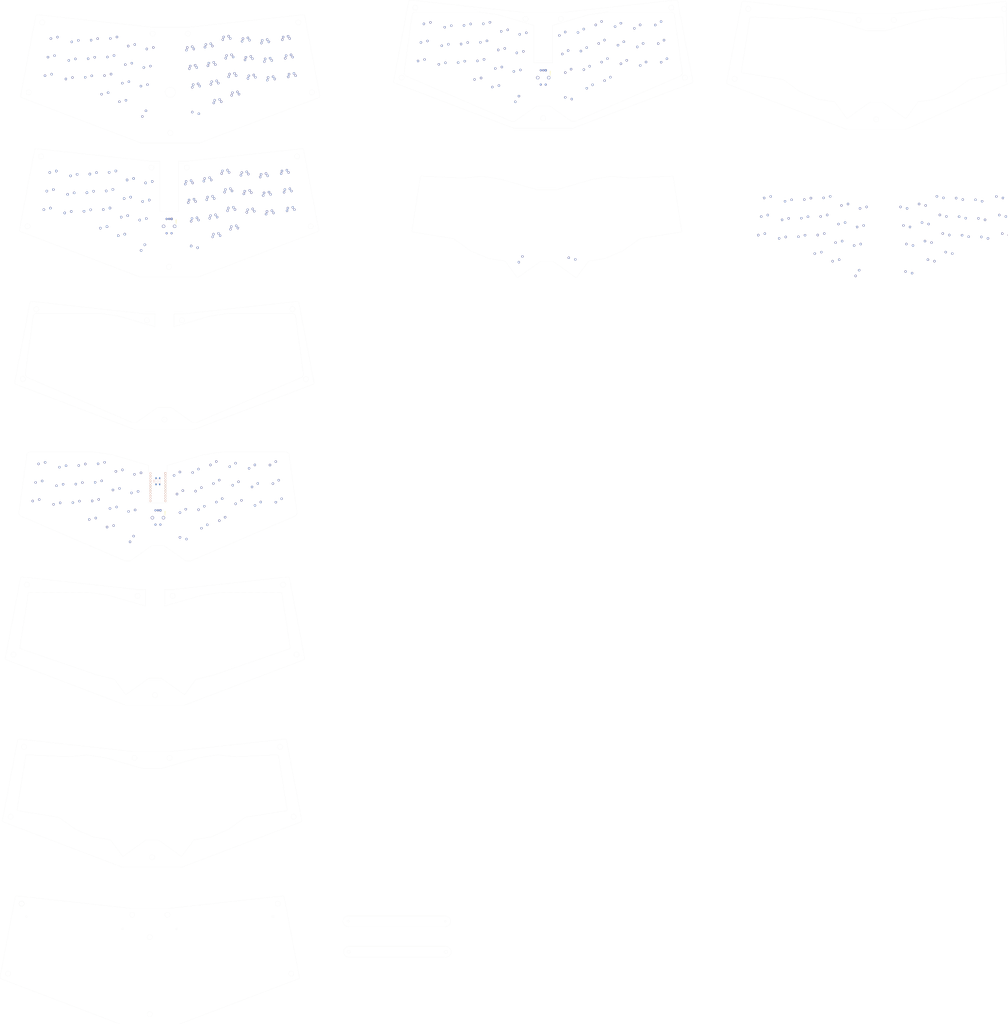
<source format=kicad_pcb>
(kicad_pcb (version 20171130) (host pcbnew "(5.1.9)-1")
  (layers (0 F.Cu signal) (31 B.Cu signal hide) (34 B.Paste user hide) (35 F.Paste user hide) (36 B.SilkS user hide) (37 F.SilkS user hide) (38 B.Mask user) (39 F.Mask user hide) (44 Edge.Cuts user))
  (net 0 "")
  (module MX_Only:MXOnly-1U-NoLED (layer F.Cu) (at 607.623129 -371.055767 351)
    (fp_text reference MX28)
    (fp_text value MX-NoLED)
    (pad 2 thru_hole circle (at 2.54 -5.08 351) (size 2.25 2.25) (drill 1.47) (layers *.Cu B.Mask))
    (pad "" np_thru_hole circle (at 0 0 351) (size 3.9878 3.9878) (drill 3.9878) (layers *.Cu *.Mask))
    (pad 1 thru_hole circle (at -3.81 -2.54 351) (size 2.25 2.25) (drill 1.47) (layers *.Cu B.Mask))
    (pad "" np_thru_hole circle (at -5.08 0 39.0996) (size 1.75 1.75) (drill 1.75) (layers *.Cu *.Mask))
    (pad "" np_thru_hole circle (at 5.08 0 39.0996) (size 1.75 1.75) (drill 1.75) (layers *.Cu *.Mask))
  )
  (module MX_Only:MXOnly-1U-NoLED (layer F.Cu) (at 728.34734 -408.704352 9)
    (fp_text reference MX9)
    (fp_text value MX-NoLED)
    (pad 2 thru_hole circle (at 2.54 -5.08 9) (size 2.25 2.25) (drill 1.47) (layers *.Cu B.Mask))
    (pad "" np_thru_hole circle (at 0 0 9) (size 3.9878 3.9878) (drill 3.9878) (layers *.Cu *.Mask))
    (pad 1 thru_hole circle (at -3.81 -2.54 9) (size 2.25 2.25) (drill 1.47) (layers *.Cu B.Mask))
    (pad "" np_thru_hole circle (at -5.08 0 57.0996) (size 1.75 1.75) (drill 1.75) (layers *.Cu *.Mask))
    (pad "" np_thru_hole circle (at 5.08 0 57.0996) (size 1.75 1.75) (drill 1.75) (layers *.Cu *.Mask))
  )
  (module MX_Only:MXOnly-1.25U-NoLED (layer F.Cu) (at 788.635953 -408.609359 9)
    (fp_text reference MX12)
    (fp_text value MX-NoLED)
    (pad 2 thru_hole circle (at 2.54 -5.08 9) (size 2.25 2.25) (drill 1.47) (layers *.Cu B.Mask))
    (pad "" np_thru_hole circle (at 0 0 9) (size 3.9878 3.9878) (drill 3.9878) (layers *.Cu *.Mask))
    (pad 1 thru_hole circle (at -3.81 -2.54 9) (size 2.25 2.25) (drill 1.47) (layers *.Cu B.Mask))
    (pad "" np_thru_hole circle (at -5.08 0 57.0996) (size 1.75 1.75) (drill 1.75) (layers *.Cu *.Mask))
    (pad "" np_thru_hole circle (at 5.08 0 57.0996) (size 1.75 1.75) (drill 1.75) (layers *.Cu *.Mask))
  )
  (module MX_Only:MXOnly-1U-NoLED (layer F.Cu) (at 710.27682 -401.020377 9)
    (fp_text reference MX8)
    (fp_text value MX-NoLED)
    (pad 2 thru_hole circle (at 2.54 -5.08 9) (size 2.25 2.25) (drill 1.47) (layers *.Cu B.Mask))
    (pad "" np_thru_hole circle (at 0 0 9) (size 3.9878 3.9878) (drill 3.9878) (layers *.Cu *.Mask))
    (pad 1 thru_hole circle (at -3.81 -2.54 9) (size 2.25 2.25) (drill 1.47) (layers *.Cu B.Mask))
    (pad "" np_thru_hole circle (at -5.08 0 57.0996) (size 1.75 1.75) (drill 1.75) (layers *.Cu *.Mask))
    (pad "" np_thru_hole circle (at 5.08 0 57.0996) (size 1.75 1.75) (drill 1.75) (layers *.Cu *.Mask))
  )
  (module MX_Only:MXOnly-1U-NoLED (layer F.Cu) (at 767.468468 -405.256759 9)
    (fp_text reference MX11)
    (fp_text value MX-NoLED)
    (pad 2 thru_hole circle (at 2.54 -5.08 9) (size 2.25 2.25) (drill 1.47) (layers *.Cu B.Mask))
    (pad "" np_thru_hole circle (at 0 0 9) (size 3.9878 3.9878) (drill 3.9878) (layers *.Cu *.Mask))
    (pad 1 thru_hole circle (at -3.81 -2.54 9) (size 2.25 2.25) (drill 1.47) (layers *.Cu B.Mask))
    (pad "" np_thru_hole circle (at -5.08 0 57.0996) (size 1.75 1.75) (drill 1.75) (layers *.Cu *.Mask))
    (pad "" np_thru_hole circle (at 5.08 0 57.0996) (size 1.75 1.75) (drill 1.75) (layers *.Cu *.Mask))
  )
  (module MX_Only:MXOnly-1U-NoLED (layer F.Cu) (at 737.287607 -352.257726 9)
    (fp_text reference MX42)
    (fp_text value MX-NoLED)
    (pad 2 thru_hole circle (at 2.54 -5.08 9) (size 2.25 2.25) (drill 1.47) (layers *.Cu B.Mask))
    (pad "" np_thru_hole circle (at 0 0 9) (size 3.9878 3.9878) (drill 3.9878) (layers *.Cu *.Mask))
    (pad 1 thru_hole circle (at -3.81 -2.54 9) (size 2.25 2.25) (drill 1.47) (layers *.Cu B.Mask))
    (pad "" np_thru_hole circle (at -5.08 0 57.0996) (size 1.75 1.75) (drill 1.75) (layers *.Cu *.Mask))
    (pad "" np_thru_hole circle (at 5.08 0 57.0996) (size 1.75 1.75) (drill 1.75) (layers *.Cu *.Mask))
  )
  (module MX_Only:MXOnly-1U-NoLED (layer F.Cu) (at 716.236999 -363.389294 9)
    (fp_text reference MX32)
    (fp_text value MX-NoLED)
    (pad 2 thru_hole circle (at 2.54 -5.08 9) (size 2.25 2.25) (drill 1.47) (layers *.Cu B.Mask))
    (pad "" np_thru_hole circle (at 0 0 9) (size 3.9878 3.9878) (drill 3.9878) (layers *.Cu *.Mask))
    (pad 1 thru_hole circle (at -3.81 -2.54 9) (size 2.25 2.25) (drill 1.47) (layers *.Cu B.Mask))
    (pad "" np_thru_hole circle (at -5.08 0 57.0996) (size 1.75 1.75) (drill 1.75) (layers *.Cu *.Mask))
    (pad "" np_thru_hole circle (at 5.08 0 57.0996) (size 1.75 1.75) (drill 1.75) (layers *.Cu *.Mask))
  )
  (module MX_Only:MXOnly-1U-NoLED (layer F.Cu) (at 625.693648 -363.371793 351)
    (fp_text reference MX29)
    (fp_text value MX-NoLED)
    (pad 2 thru_hole circle (at 2.54 -5.08 351) (size 2.25 2.25) (drill 1.47) (layers *.Cu B.Mask))
    (pad "" np_thru_hole circle (at 0 0 351) (size 3.9878 3.9878) (drill 3.9878) (layers *.Cu *.Mask))
    (pad 1 thru_hole circle (at -3.81 -2.54 351) (size 2.25 2.25) (drill 1.47) (layers *.Cu B.Mask))
    (pad "" np_thru_hole circle (at -5.08 0 39.0996) (size 1.75 1.75) (drill 1.75) (layers *.Cu *.Mask))
    (pad "" np_thru_hole circle (at 5.08 0 39.0996) (size 1.75 1.75) (drill 1.75) (layers *.Cu *.Mask))
  )
  (module MX_Only:MXOnly-1.25U-NoLED (layer F.Cu) (at 791.616042 -389.793818 9)
    (fp_text reference MX24)
    (fp_text value MX-NoLED)
    (pad 2 thru_hole circle (at 2.54 -5.08 9) (size 2.25 2.25) (drill 1.47) (layers *.Cu B.Mask))
    (pad "" np_thru_hole circle (at 0 0 9) (size 3.9878 3.9878) (drill 3.9878) (layers *.Cu *.Mask))
    (pad 1 thru_hole circle (at -3.81 -2.54 9) (size 2.25 2.25) (drill 1.47) (layers *.Cu B.Mask))
    (pad "" np_thru_hole circle (at -5.08 0 57.0996) (size 1.75 1.75) (drill 1.75) (layers *.Cu *.Mask))
    (pad "" np_thru_hole circle (at 5.08 0 57.0996) (size 1.75 1.75) (drill 1.75) (layers *.Cu *.Mask))
  )
  (module MX_Only:MXOnly-1U-NoLED (layer F.Cu) (at 575.560992 61.674641 351)
    (fp_text reference MX27)
    (fp_text value MX-NoLED)
    (pad "" np_thru_hole circle (at 5.08 0 39.0996) (size 1.75 1.75) (drill 1.75) (layers *.Cu *.Mask))
    (pad "" np_thru_hole circle (at -5.08 0 39.0996) (size 1.75 1.75) (drill 1.75) (layers *.Cu *.Mask))
    (pad 1 thru_hole circle (at -3.81 -2.54 351) (size 2.25 2.25) (drill 1.47) (layers *.Cu B.Mask))
    (pad "" np_thru_hole circle (at 0 0 351) (size 3.9878 3.9878) (drill 3.9878) (layers *.Cu *.Mask))
    (pad 2 thru_hole circle (at 2.54 -5.08 351) (size 2.25 2.25) (drill 1.47) (layers *.Cu B.Mask))
  )
  (module MX_Only:MXOnly-1U-NoLED (layer F.Cu) (at 747.907904 -406.980556 9)
    (fp_text reference MX10)
    (fp_text value MX-NoLED)
    (pad 2 thru_hole circle (at 2.54 -5.08 9) (size 2.25 2.25) (drill 1.47) (layers *.Cu B.Mask))
    (pad "" np_thru_hole circle (at 0 0 9) (size 3.9878 3.9878) (drill 3.9878) (layers *.Cu *.Mask))
    (pad 1 thru_hole circle (at -3.81 -2.54 9) (size 2.25 2.25) (drill 1.47) (layers *.Cu B.Mask))
    (pad "" np_thru_hole circle (at -5.08 0 57.0996) (size 1.75 1.75) (drill 1.75) (layers *.Cu *.Mask))
    (pad "" np_thru_hole circle (at 5.08 0 57.0996) (size 1.75 1.75) (drill 1.75) (layers *.Cu *.Mask))
  )
  (module MX_Only:MXOnly-1U-NoLED (layer F.Cu) (at 571.482089 -386.423717 351)
    (fp_text reference MX14)
    (fp_text value MX-NoLED)
    (pad 2 thru_hole circle (at 2.54 -5.08 351) (size 2.25 2.25) (drill 1.47) (layers *.Cu B.Mask))
    (pad "" np_thru_hole circle (at 0 0 351) (size 3.9878 3.9878) (drill 3.9878) (layers *.Cu *.Mask))
    (pad 1 thru_hole circle (at -3.81 -2.54 351) (size 2.25 2.25) (drill 1.47) (layers *.Cu B.Mask))
    (pad "" np_thru_hole circle (at -5.08 0 39.0996) (size 1.75 1.75) (drill 1.75) (layers *.Cu *.Mask))
    (pad "" np_thru_hole circle (at 5.08 0 39.0996) (size 1.75 1.75) (drill 1.75) (layers *.Cu *.Mask))
  )
  (module MX_Only:MXOnly-1U-NoLED (layer F.Cu) (at 770.448557 -386.441217 9)
    (fp_text reference MX23)
    (fp_text value MX-NoLED)
    (pad 2 thru_hole circle (at 2.54 -5.08 9) (size 2.25 2.25) (drill 1.47) (layers *.Cu B.Mask))
    (pad "" np_thru_hole circle (at 0 0 9) (size 3.9878 3.9878) (drill 3.9878) (layers *.Cu *.Mask))
    (pad 1 thru_hole circle (at -3.81 -2.54 9) (size 2.25 2.25) (drill 1.47) (layers *.Cu B.Mask))
    (pad "" np_thru_hole circle (at -5.08 0 57.0996) (size 1.75 1.75) (drill 1.75) (layers *.Cu *.Mask))
    (pad "" np_thru_hole circle (at 5.08 0 57.0996) (size 1.75 1.75) (drill 1.75) (layers *.Cu *.Mask))
  )
  (module MX_Only:MXOnly-1U-NoLED (layer F.Cu) (at 731.327429 -389.88881 9)
    (fp_text reference MX21)
    (fp_text value MX-NoLED)
    (pad 2 thru_hole circle (at 2.54 -5.08 9) (size 2.25 2.25) (drill 1.47) (layers *.Cu B.Mask))
    (pad "" np_thru_hole circle (at 0 0 9) (size 3.9878 3.9878) (drill 3.9878) (layers *.Cu *.Mask))
    (pad 1 thru_hole circle (at -3.81 -2.54 9) (size 2.25 2.25) (drill 1.47) (layers *.Cu B.Mask))
    (pad "" np_thru_hole circle (at -5.08 0 57.0996) (size 1.75 1.75) (drill 1.75) (layers *.Cu *.Mask))
    (pad "" np_thru_hole circle (at 5.08 0 57.0996) (size 1.75 1.75) (drill 1.75) (layers *.Cu *.Mask))
  )
  (module MX_Only:MXOnly-1U-NoLED (layer F.Cu) (at 697.421457 -360.409205 9)
    (fp_text reference MX31)
    (fp_text value MX-NoLED)
    (pad 2 thru_hole circle (at 2.54 -5.08 9) (size 2.25 2.25) (drill 1.47) (layers *.Cu B.Mask))
    (pad "" np_thru_hole circle (at 0 0 9) (size 3.9878 3.9878) (drill 3.9878) (layers *.Cu *.Mask))
    (pad 1 thru_hole circle (at -3.81 -2.54 9) (size 2.25 2.25) (drill 1.47) (layers *.Cu B.Mask))
    (pad "" np_thru_hole circle (at -5.08 0 57.0996) (size 1.75 1.75) (drill 1.75) (layers *.Cu *.Mask))
    (pad "" np_thru_hole circle (at 5.08 0 57.0996) (size 1.75 1.75) (drill 1.75) (layers *.Cu *.Mask))
  )
  (module MX_Only:MXOnly-1U-NoLED (layer F.Cu) (at 713.256909 -382.204836 9)
    (fp_text reference MX20)
    (fp_text value MX-NoLED)
    (pad 2 thru_hole circle (at 2.54 -5.08 9) (size 2.25 2.25) (drill 1.47) (layers *.Cu B.Mask))
    (pad "" np_thru_hole circle (at 0 0 9) (size 3.9878 3.9878) (drill 3.9878) (layers *.Cu *.Mask))
    (pad 1 thru_hole circle (at -3.81 -2.54 9) (size 2.25 2.25) (drill 1.47) (layers *.Cu B.Mask))
    (pad "" np_thru_hole circle (at -5.08 0 57.0996) (size 1.75 1.75) (drill 1.75) (layers *.Cu *.Mask))
    (pad "" np_thru_hole circle (at 5.08 0 57.0996) (size 1.75 1.75) (drill 1.75) (layers *.Cu *.Mask))
  )
  (module MX_Only:MXOnly-1.25U-NoLED (layer F.Cu) (at 794.596131 -370.978276 9)
    (fp_text reference MX36)
    (fp_text value MX-NoLED)
    (pad 2 thru_hole circle (at 2.54 -5.08 9) (size 2.25 2.25) (drill 1.47) (layers *.Cu B.Mask))
    (pad "" np_thru_hole circle (at 0 0 9) (size 3.9878 3.9878) (drill 3.9878) (layers *.Cu *.Mask))
    (pad 1 thru_hole circle (at -3.81 -2.54 9) (size 2.25 2.25) (drill 1.47) (layers *.Cu B.Mask))
    (pad "" np_thru_hole circle (at -5.08 0 57.0996) (size 1.75 1.75) (drill 1.75) (layers *.Cu *.Mask))
    (pad "" np_thru_hole circle (at 5.08 0 57.0996) (size 1.75 1.75) (drill 1.75) (layers *.Cu *.Mask))
  )
  (module MX_Only:MXOnly-1U-NoLED (layer F.Cu) (at 753.868082 -369.349472 9)
    (fp_text reference MX34)
    (fp_text value MX-NoLED)
    (pad 2 thru_hole circle (at 2.54 -5.08 9) (size 2.25 2.25) (drill 1.47) (layers *.Cu B.Mask))
    (pad "" np_thru_hole circle (at 0 0 9) (size 3.9878 3.9878) (drill 3.9878) (layers *.Cu *.Mask))
    (pad 1 thru_hole circle (at -3.81 -2.54 9) (size 2.25 2.25) (drill 1.47) (layers *.Cu B.Mask))
    (pad "" np_thru_hole circle (at -5.08 0 57.0996) (size 1.75 1.75) (drill 1.75) (layers *.Cu *.Mask))
    (pad "" np_thru_hole circle (at 5.08 0 57.0996) (size 1.75 1.75) (drill 1.75) (layers *.Cu *.Mask))
  )
  (module MX_Only:MXOnly-1U-NoLED (layer F.Cu) (at 1106.371095 -423.587177 9)
    (fp_text reference MX9)
    (fp_text value MX-NoLED)
    (pad "" np_thru_hole circle (at 5.08 0 57.0996) (size 1.75 1.75) (drill 1.75) (layers *.Cu *.Mask))
    (pad "" np_thru_hole circle (at -5.08 0 57.0996) (size 1.75 1.75) (drill 1.75) (layers *.Cu *.Mask))
    (pad 1 thru_hole circle (at -3.81 -2.54 9) (size 2.25 2.25) (drill 1.47) (layers *.Cu B.Mask))
    (pad "" np_thru_hole circle (at 0 0 9) (size 3.9878 3.9878) (drill 3.9878) (layers *.Cu *.Mask))
    (pad 2 thru_hole circle (at 2.54 -5.08 9) (size 2.25 2.25) (drill 1.47) (layers *.Cu B.Mask))
  )
  (module MX_Only:MXOnly-1U-NoLED (layer F.Cu) (at 1097.240843 -359.456577 9)
    (fp_text reference MX41)
    (fp_text value MX-NoLED)
    (pad "" np_thru_hole circle (at 5.08 0 57.0996) (size 1.75 1.75) (drill 1.75) (layers *.Cu *.Mask))
    (pad "" np_thru_hole circle (at -5.08 0 57.0996) (size 1.75 1.75) (drill 1.75) (layers *.Cu *.Mask))
    (pad 1 thru_hole circle (at -3.81 -2.54 9) (size 2.25 2.25) (drill 1.47) (layers *.Cu B.Mask))
    (pad "" np_thru_hole circle (at 0 0 9) (size 3.9878 3.9878) (drill 3.9878) (layers *.Cu *.Mask))
    (pad 2 thru_hole circle (at 2.54 -5.08 9) (size 2.25 2.25) (drill 1.47) (layers *.Cu B.Mask))
  )
  (module MX_Only:MXOnly-1U-NoLED (layer F.Cu) (at 1025.513034 -394.090071 351)
    (fp_text reference MX18)
    (fp_text value MX-NoLED)
    (pad "" np_thru_hole circle (at 5.08 0 39.0996) (size 1.75 1.75) (drill 1.75) (layers *.Cu *.Mask))
    (pad "" np_thru_hole circle (at -5.08 0 39.0996) (size 1.75 1.75) (drill 1.75) (layers *.Cu *.Mask))
    (pad 1 thru_hole circle (at -3.81 -2.54 351) (size 2.25 2.25) (drill 1.47) (layers *.Cu B.Mask))
    (pad "" np_thru_hole circle (at 0 0 351) (size 3.9878 3.9878) (drill 3.9878) (layers *.Cu *.Mask))
    (pad 2 thru_hole circle (at 2.54 -5.08 351) (size 2.25 2.25) (drill 1.47) (layers *.Cu B.Mask))
  )
  (module MX_Only:MXOnly-1U-NoLED (layer F.Cu) (at 1151.452402 -382.5085 9)
    (fp_text reference MX35)
    (fp_text value MX-NoLED)
    (pad "" np_thru_hole circle (at 5.08 0 57.0996) (size 1.75 1.75) (drill 1.75) (layers *.Cu *.Mask))
    (pad "" np_thru_hole circle (at -5.08 0 57.0996) (size 1.75 1.75) (drill 1.75) (layers *.Cu *.Mask))
    (pad 1 thru_hole circle (at -3.81 -2.54 9) (size 2.25 2.25) (drill 1.47) (layers *.Cu B.Mask))
    (pad "" np_thru_hole circle (at 0 0 9) (size 3.9878 3.9878) (drill 3.9878) (layers *.Cu *.Mask))
    (pad 2 thru_hole circle (at 2.54 -5.08 9) (size 2.25 2.25) (drill 1.47) (layers *.Cu B.Mask))
  )
  (module MX_Only:MXOnly-1U-NoLED (layer F.Cu) (at 1112.331273 -385.956093 9)
    (fp_text reference MX33)
    (fp_text value MX-NoLED)
    (pad "" np_thru_hole circle (at 5.08 0 57.0996) (size 1.75 1.75) (drill 1.75) (layers *.Cu *.Mask))
    (pad "" np_thru_hole circle (at -5.08 0 57.0996) (size 1.75 1.75) (drill 1.75) (layers *.Cu *.Mask))
    (pad 1 thru_hole circle (at -3.81 -2.54 9) (size 2.25 2.25) (drill 1.47) (layers *.Cu B.Mask))
    (pad "" np_thru_hole circle (at 0 0 9) (size 3.9878 3.9878) (drill 3.9878) (layers *.Cu *.Mask))
    (pad 2 thru_hole circle (at 2.54 -5.08 9) (size 2.25 2.25) (drill 1.47) (layers *.Cu B.Mask))
  )
  (module MX_Only:MXOnly-1U-NoLED (layer F.Cu) (at 972.046498 -421.84588 351)
    (fp_text reference MX3)
    (fp_text value MX-NoLED)
    (pad "" np_thru_hole circle (at 5.08 0 39.0996) (size 1.75 1.75) (drill 1.75) (layers *.Cu *.Mask))
    (pad "" np_thru_hole circle (at -5.08 0 39.0996) (size 1.75 1.75) (drill 1.75) (layers *.Cu *.Mask))
    (pad 1 thru_hole circle (at -3.81 -2.54 351) (size 2.25 2.25) (drill 1.47) (layers *.Cu B.Mask))
    (pad "" np_thru_hole circle (at 0 0 351) (size 3.9878 3.9878) (drill 3.9878) (layers *.Cu *.Mask))
    (pad 2 thru_hole circle (at 2.54 -5.08 351) (size 2.25 2.25) (drill 1.47) (layers *.Cu B.Mask))
  )
  (module MX_Only:MXOnly-1U-NoLED (layer F.Cu) (at 1109.351184 -404.771635 9)
    (fp_text reference MX21)
    (fp_text value MX-NoLED)
    (pad "" np_thru_hole circle (at 5.08 0 57.0996) (size 1.75 1.75) (drill 1.75) (layers *.Cu *.Mask))
    (pad "" np_thru_hole circle (at -5.08 0 57.0996) (size 1.75 1.75) (drill 1.75) (layers *.Cu *.Mask))
    (pad 1 thru_hole circle (at -3.81 -2.54 9) (size 2.25 2.25) (drill 1.47) (layers *.Cu B.Mask))
    (pad "" np_thru_hole circle (at 0 0 9) (size 3.9878 3.9878) (drill 3.9878) (layers *.Cu *.Mask))
    (pad 2 thru_hole circle (at 2.54 -5.08 9) (size 2.25 2.25) (drill 1.47) (layers *.Cu B.Mask))
  )
  (module MX_Only:MXOnly-1U-NoLED (layer F.Cu) (at 1009.677581 -415.885702 351)
    (fp_text reference MX5)
    (fp_text value MX-NoLED)
    (pad "" np_thru_hole circle (at 5.08 0 39.0996) (size 1.75 1.75) (drill 1.75) (layers *.Cu *.Mask))
    (pad "" np_thru_hole circle (at -5.08 0 39.0996) (size 1.75 1.75) (drill 1.75) (layers *.Cu *.Mask))
    (pad 1 thru_hole circle (at -3.81 -2.54 351) (size 2.25 2.25) (drill 1.47) (layers *.Cu B.Mask))
    (pad "" np_thru_hole circle (at 0 0 351) (size 3.9878 3.9878) (drill 3.9878) (layers *.Cu *.Mask))
    (pad 2 thru_hole circle (at 2.54 -5.08 351) (size 2.25 2.25) (drill 1.47) (layers *.Cu B.Mask))
  )
  (module MX_Only:MXOnly-1U-NoLED (layer F.Cu) (at 1000.737314 -359.439076 351)
    (fp_text reference MX38)
    (fp_text value MX-NoLED)
    (pad "" np_thru_hole circle (at 5.08 0 39.0996) (size 1.75 1.75) (drill 1.75) (layers *.Cu *.Mask))
    (pad "" np_thru_hole circle (at -5.08 0 39.0996) (size 1.75 1.75) (drill 1.75) (layers *.Cu *.Mask))
    (pad 1 thru_hole circle (at -3.81 -2.54 351) (size 2.25 2.25) (drill 1.47) (layers *.Cu B.Mask))
    (pad "" np_thru_hole circle (at 0 0 351) (size 3.9878 3.9878) (drill 3.9878) (layers *.Cu *.Mask))
    (pad 2 thru_hole circle (at 2.54 -5.08 351) (size 2.25 2.25) (drill 1.47) (layers *.Cu B.Mask))
  )
  (module MX_Only:MXOnly-1U-NoLED (layer F.Cu) (at 1022.532945 -375.274529 351)
    (fp_text reference MX30)
    (fp_text value MX-NoLED)
    (pad "" np_thru_hole circle (at 5.08 0 39.0996) (size 1.75 1.75) (drill 1.75) (layers *.Cu *.Mask))
    (pad "" np_thru_hole circle (at -5.08 0 39.0996) (size 1.75 1.75) (drill 1.75) (layers *.Cu *.Mask))
    (pad 1 thru_hole circle (at -3.81 -2.54 351) (size 2.25 2.25) (drill 1.47) (layers *.Cu B.Mask))
    (pad "" np_thru_hole circle (at 0 0 351) (size 3.9878 3.9878) (drill 3.9878) (layers *.Cu *.Mask))
    (pad 2 thru_hole circle (at 2.54 -5.08 351) (size 2.25 2.25) (drill 1.47) (layers *.Cu B.Mask))
  )
  (module MX_Only:MXOnly-1U-NoLED (layer F.Cu) (at 1006.697492 -397.07016 351)
    (fp_text reference MX17)
    (fp_text value MX-NoLED)
    (pad "" np_thru_hole circle (at 5.08 0 39.0996) (size 1.75 1.75) (drill 1.75) (layers *.Cu *.Mask))
    (pad "" np_thru_hole circle (at -5.08 0 39.0996) (size 1.75 1.75) (drill 1.75) (layers *.Cu *.Mask))
    (pad 1 thru_hole circle (at -3.81 -2.54 351) (size 2.25 2.25) (drill 1.47) (layers *.Cu B.Mask))
    (pad "" np_thru_hole circle (at 0 0 351) (size 3.9878 3.9878) (drill 3.9878) (layers *.Cu *.Mask))
    (pad 2 thru_hole circle (at 2.54 -5.08 351) (size 2.25 2.25) (drill 1.47) (layers *.Cu B.Mask))
  )
  (module MX_Only:MXOnly-1U-NoLED (layer F.Cu) (at 1094.260754 -378.272119 9)
    (fp_text reference MX32)
    (fp_text value MX-NoLED)
    (pad "" np_thru_hole circle (at 5.08 0 57.0996) (size 1.75 1.75) (drill 1.75) (layers *.Cu *.Mask))
    (pad "" np_thru_hole circle (at -5.08 0 57.0996) (size 1.75 1.75) (drill 1.75) (layers *.Cu *.Mask))
    (pad 1 thru_hole circle (at -3.81 -2.54 9) (size 2.25 2.25) (drill 1.47) (layers *.Cu B.Mask))
    (pad "" np_thru_hole circle (at 0 0 9) (size 3.9878 3.9878) (drill 3.9878) (layers *.Cu *.Mask))
    (pad 2 thru_hole circle (at 2.54 -5.08 9) (size 2.25 2.25) (drill 1.47) (layers *.Cu B.Mask))
  )
  (module MX_Only:MXOnly-1U-NoLED (layer F.Cu) (at 1145.492223 -420.139584 9)
    (fp_text reference MX11)
    (fp_text value MX-NoLED)
    (pad "" np_thru_hole circle (at 5.08 0 57.0996) (size 1.75 1.75) (drill 1.75) (layers *.Cu *.Mask))
    (pad "" np_thru_hole circle (at -5.08 0 57.0996) (size 1.75 1.75) (drill 1.75) (layers *.Cu *.Mask))
    (pad 1 thru_hole circle (at -3.81 -2.54 9) (size 2.25 2.25) (drill 1.47) (layers *.Cu B.Mask))
    (pad "" np_thru_hole circle (at 0 0 9) (size 3.9878 3.9878) (drill 3.9878) (layers *.Cu *.Mask))
    (pad 2 thru_hole circle (at 2.54 -5.08 9) (size 2.25 2.25) (drill 1.47) (layers *.Cu B.Mask))
  )
  (module MX_Only:MXOnly-1U-NoLED (layer F.Cu) (at 1003.717403 -378.254618 351)
    (fp_text reference MX29)
    (fp_text value MX-NoLED)
    (pad "" np_thru_hole circle (at 5.08 0 39.0996) (size 1.75 1.75) (drill 1.75) (layers *.Cu *.Mask))
    (pad "" np_thru_hole circle (at -5.08 0 39.0996) (size 1.75 1.75) (drill 1.75) (layers *.Cu *.Mask))
    (pad 1 thru_hole circle (at -3.81 -2.54 351) (size 2.25 2.25) (drill 1.47) (layers *.Cu B.Mask))
    (pad "" np_thru_hole circle (at 0 0 351) (size 3.9878 3.9878) (drill 3.9878) (layers *.Cu *.Mask))
    (pad 2 thru_hole circle (at 2.54 -5.08 351) (size 2.25 2.25) (drill 1.47) (layers *.Cu B.Mask))
  )
  (module MX_Only:MXOnly-1U-NoLED (layer F.Cu) (at 1075.445212 -375.29203 9)
    (fp_text reference MX31)
    (fp_text value MX-NoLED)
    (pad "" np_thru_hole circle (at 5.08 0 57.0996) (size 1.75 1.75) (drill 1.75) (layers *.Cu *.Mask))
    (pad "" np_thru_hole circle (at -5.08 0 57.0996) (size 1.75 1.75) (drill 1.75) (layers *.Cu *.Mask))
    (pad 1 thru_hole circle (at -3.81 -2.54 9) (size 2.25 2.25) (drill 1.47) (layers *.Cu B.Mask))
    (pad "" np_thru_hole circle (at 0 0 9) (size 3.9878 3.9878) (drill 3.9878) (layers *.Cu *.Mask))
    (pad 2 thru_hole circle (at 2.54 -5.08 9) (size 2.25 2.25) (drill 1.47) (layers *.Cu B.Mask))
  )
  (module MX_Only:MXOnly-1.25U-NoLED (layer F.Cu) (at 1169.639797 -404.676643 9)
    (fp_text reference MX24)
    (fp_text value MX-NoLED)
    (pad "" np_thru_hole circle (at 5.08 0 57.0996) (size 1.75 1.75) (drill 1.75) (layers *.Cu *.Mask))
    (pad "" np_thru_hole circle (at -5.08 0 57.0996) (size 1.75 1.75) (drill 1.75) (layers *.Cu *.Mask))
    (pad 1 thru_hole circle (at -3.81 -2.54 9) (size 2.25 2.25) (drill 1.47) (layers *.Cu B.Mask))
    (pad "" np_thru_hole circle (at 0 0 9) (size 3.9878 3.9878) (drill 3.9878) (layers *.Cu *.Mask))
    (pad 2 thru_hole circle (at 2.54 -5.08 9) (size 2.25 2.25) (drill 1.47) (layers *.Cu B.Mask))
  )
  (module MX_Only:MXOnly-1U-NoLED (layer F.Cu) (at 1115.311362 -367.140551 9)
    (fp_text reference MX42)
    (fp_text value MX-NoLED)
    (pad "" np_thru_hole circle (at 5.08 0 57.0996) (size 1.75 1.75) (drill 1.75) (layers *.Cu *.Mask))
    (pad "" np_thru_hole circle (at -5.08 0 57.0996) (size 1.75 1.75) (drill 1.75) (layers *.Cu *.Mask))
    (pad 1 thru_hole circle (at -3.81 -2.54 9) (size 2.25 2.25) (drill 1.47) (layers *.Cu B.Mask))
    (pad "" np_thru_hole circle (at 0 0 9) (size 3.9878 3.9878) (drill 3.9878) (layers *.Cu *.Mask))
    (pad 2 thru_hole circle (at 2.54 -5.08 9) (size 2.25 2.25) (drill 1.47) (layers *.Cu B.Mask))
  )
  (module MX_Only:MXOnly-1U-NoLED (layer F.Cu) (at 1028.493123 -412.905613 351)
    (fp_text reference MX6)
    (fp_text value MX-NoLED)
    (pad "" np_thru_hole circle (at 5.08 0 39.0996) (size 1.75 1.75) (drill 1.75) (layers *.Cu *.Mask))
    (pad "" np_thru_hole circle (at -5.08 0 39.0996) (size 1.75 1.75) (drill 1.75) (layers *.Cu *.Mask))
    (pad 1 thru_hole circle (at -3.81 -2.54 351) (size 2.25 2.25) (drill 1.47) (layers *.Cu B.Mask))
    (pad "" np_thru_hole circle (at 0 0 351) (size 3.9878 3.9878) (drill 3.9878) (layers *.Cu *.Mask))
    (pad 2 thru_hole circle (at 2.54 -5.08 351) (size 2.25 2.25) (drill 1.47) (layers *.Cu B.Mask))
  )
  (module MX_Only:MXOnly-1U-NoLED (layer F.Cu) (at 946.525755 -382.491 351)
    (fp_text reference MX26)
    (fp_text value MX-NoLED)
    (pad "" np_thru_hole circle (at 5.08 0 39.0996) (size 1.75 1.75) (drill 1.75) (layers *.Cu *.Mask))
    (pad "" np_thru_hole circle (at -5.08 0 39.0996) (size 1.75 1.75) (drill 1.75) (layers *.Cu *.Mask))
    (pad 1 thru_hole circle (at -3.81 -2.54 351) (size 2.25 2.25) (drill 1.47) (layers *.Cu B.Mask))
    (pad "" np_thru_hole circle (at 0 0 351) (size 3.9878 3.9878) (drill 3.9878) (layers *.Cu *.Mask))
    (pad 2 thru_hole circle (at 2.54 -5.08 351) (size 2.25 2.25) (drill 1.47) (layers *.Cu B.Mask))
  )
  (module MX_Only:MXOnly-1.25U-NoLED (layer F.Cu) (at 931.318449 -423.474684 351)
    (fp_text reference MX1)
    (fp_text value MX-NoLED)
    (pad "" np_thru_hole circle (at 5.08 0 39.0996) (size 1.75 1.75) (drill 1.75) (layers *.Cu *.Mask))
    (pad "" np_thru_hole circle (at -5.08 0 39.0996) (size 1.75 1.75) (drill 1.75) (layers *.Cu *.Mask))
    (pad 1 thru_hole circle (at -3.81 -2.54 351) (size 2.25 2.25) (drill 1.47) (layers *.Cu B.Mask))
    (pad "" np_thru_hole circle (at 0 0 351) (size 3.9878 3.9878) (drill 3.9878) (layers *.Cu *.Mask))
    (pad 2 thru_hole circle (at 2.54 -5.08 351) (size 2.25 2.25) (drill 1.47) (layers *.Cu B.Mask))
  )
  (module MX_Only:MXOnly-1U-NoLED (layer F.Cu) (at 1091.280664 -397.087661 9)
    (fp_text reference MX20)
    (fp_text value MX-NoLED)
    (pad "" np_thru_hole circle (at 5.08 0 57.0996) (size 1.75 1.75) (drill 1.75) (layers *.Cu *.Mask))
    (pad "" np_thru_hole circle (at -5.08 0 57.0996) (size 1.75 1.75) (drill 1.75) (layers *.Cu *.Mask))
    (pad 1 thru_hole circle (at -3.81 -2.54 9) (size 2.25 2.25) (drill 1.47) (layers *.Cu B.Mask))
    (pad "" np_thru_hole circle (at 0 0 9) (size 3.9878 3.9878) (drill 3.9878) (layers *.Cu *.Mask))
    (pad 2 thru_hole circle (at 2.54 -5.08 9) (size 2.25 2.25) (drill 1.47) (layers *.Cu B.Mask))
  )
  (module MX_Only:MXOnly-1.25U-NoLED (layer F.Cu) (at 1172.619886 -385.861101 9)
    (fp_text reference MX36)
    (fp_text value MX-NoLED)
    (pad "" np_thru_hole circle (at 5.08 0 57.0996) (size 1.75 1.75) (drill 1.75) (layers *.Cu *.Mask))
    (pad "" np_thru_hole circle (at -5.08 0 57.0996) (size 1.75 1.75) (drill 1.75) (layers *.Cu *.Mask))
    (pad 1 thru_hole circle (at -3.81 -2.54 9) (size 2.25 2.25) (drill 1.47) (layers *.Cu B.Mask))
    (pad "" np_thru_hole circle (at 0 0 9) (size 3.9878 3.9878) (drill 3.9878) (layers *.Cu *.Mask))
    (pad 2 thru_hole circle (at 2.54 -5.08 9) (size 2.25 2.25) (drill 1.47) (layers *.Cu B.Mask))
  )
  (module MX_Only:MXOnly-1U-NoLED (layer F.Cu) (at 1131.891837 -384.232297 9)
    (fp_text reference MX34)
    (fp_text value MX-NoLED)
    (pad "" np_thru_hole circle (at 5.08 0 57.0996) (size 1.75 1.75) (drill 1.75) (layers *.Cu *.Mask))
    (pad "" np_thru_hole circle (at -5.08 0 57.0996) (size 1.75 1.75) (drill 1.75) (layers *.Cu *.Mask))
    (pad 1 thru_hole circle (at -3.81 -2.54 9) (size 2.25 2.25) (drill 1.47) (layers *.Cu B.Mask))
    (pad "" np_thru_hole circle (at 0 0 9) (size 3.9878 3.9878) (drill 3.9878) (layers *.Cu *.Mask))
    (pad 2 thru_hole circle (at 2.54 -5.08 9) (size 2.25 2.25) (drill 1.47) (layers *.Cu B.Mask))
  )
  (module MX_Only:MXOnly-1U-NoLED (layer F.Cu) (at 1125.931659 -421.863381 9)
    (fp_text reference MX10)
    (fp_text value MX-NoLED)
    (pad "" np_thru_hole circle (at 5.08 0 57.0996) (size 1.75 1.75) (drill 1.75) (layers *.Cu *.Mask))
    (pad "" np_thru_hole circle (at -5.08 0 57.0996) (size 1.75 1.75) (drill 1.75) (layers *.Cu *.Mask))
    (pad 1 thru_hole circle (at -3.81 -2.54 9) (size 2.25 2.25) (drill 1.47) (layers *.Cu B.Mask))
    (pad "" np_thru_hole circle (at 0 0 9) (size 3.9878 3.9878) (drill 3.9878) (layers *.Cu *.Mask))
    (pad 2 thru_hole circle (at 2.54 -5.08 9) (size 2.25 2.25) (drill 1.47) (layers *.Cu B.Mask))
  )
  (module MX_Only:MXOnly-1U-NoLED (layer F.Cu) (at 1148.472312 -401.324042 9)
    (fp_text reference MX23)
    (fp_text value MX-NoLED)
    (pad "" np_thru_hole circle (at 5.08 0 57.0996) (size 1.75 1.75) (drill 1.75) (layers *.Cu *.Mask))
    (pad "" np_thru_hole circle (at -5.08 0 57.0996) (size 1.75 1.75) (drill 1.75) (layers *.Cu *.Mask))
    (pad 1 thru_hole circle (at -3.81 -2.54 9) (size 2.25 2.25) (drill 1.47) (layers *.Cu B.Mask))
    (pad "" np_thru_hole circle (at 0 0 9) (size 3.9878 3.9878) (drill 3.9878) (layers *.Cu *.Mask))
    (pad 2 thru_hole circle (at 2.54 -5.08 9) (size 2.25 2.25) (drill 1.47) (layers *.Cu B.Mask))
  )
  (module MX_Only:MXOnly-1U-NoLED (layer F.Cu) (at 952.485934 -420.122083 351)
    (fp_text reference MX2)
    (fp_text value MX-NoLED)
    (pad "" np_thru_hole circle (at 5.08 0 39.0996) (size 1.75 1.75) (drill 1.75) (layers *.Cu *.Mask))
    (pad "" np_thru_hole circle (at -5.08 0 39.0996) (size 1.75 1.75) (drill 1.75) (layers *.Cu *.Mask))
    (pad 1 thru_hole circle (at -3.81 -2.54 351) (size 2.25 2.25) (drill 1.47) (layers *.Cu B.Mask))
    (pad "" np_thru_hole circle (at 0 0 351) (size 3.9878 3.9878) (drill 3.9878) (layers *.Cu *.Mask))
    (pad 2 thru_hole circle (at 2.54 -5.08 351) (size 2.25 2.25) (drill 1.47) (layers *.Cu B.Mask))
  )
  (module MX_Only:MXOnly-1.25U-NoLED (layer F.Cu) (at 1166.659708 -423.492184 9)
    (fp_text reference MX12)
    (fp_text value MX-NoLED)
    (pad "" np_thru_hole circle (at 5.08 0 57.0996) (size 1.75 1.75) (drill 1.75) (layers *.Cu *.Mask))
    (pad "" np_thru_hole circle (at -5.08 0 57.0996) (size 1.75 1.75) (drill 1.75) (layers *.Cu *.Mask))
    (pad 1 thru_hole circle (at -3.81 -2.54 9) (size 2.25 2.25) (drill 1.47) (layers *.Cu B.Mask))
    (pad "" np_thru_hole circle (at 0 0 9) (size 3.9878 3.9878) (drill 3.9878) (layers *.Cu *.Mask))
    (pad 2 thru_hole circle (at 2.54 -5.08 9) (size 2.25 2.25) (drill 1.47) (layers *.Cu B.Mask))
  )
  (module MX_Only:MXOnly-1U-NoLED (layer F.Cu) (at 985.646884 -385.938592 351)
    (fp_text reference MX28)
    (fp_text value MX-NoLED)
    (pad "" np_thru_hole circle (at 5.08 0 39.0996) (size 1.75 1.75) (drill 1.75) (layers *.Cu *.Mask))
    (pad "" np_thru_hole circle (at -5.08 0 39.0996) (size 1.75 1.75) (drill 1.75) (layers *.Cu *.Mask))
    (pad 1 thru_hole circle (at -3.81 -2.54 351) (size 2.25 2.25) (drill 1.47) (layers *.Cu B.Mask))
    (pad "" np_thru_hole circle (at 0 0 351) (size 3.9878 3.9878) (drill 3.9878) (layers *.Cu *.Mask))
    (pad 2 thru_hole circle (at 2.54 -5.08 351) (size 2.25 2.25) (drill 1.47) (layers *.Cu B.Mask))
  )
  (module MX_Only:MXOnly-1U-NoLED (layer F.Cu) (at 1088.300575 -415.903202 9)
    (fp_text reference MX8)
    (fp_text value MX-NoLED)
    (pad "" np_thru_hole circle (at 5.08 0 57.0996) (size 1.75 1.75) (drill 1.75) (layers *.Cu *.Mask))
    (pad "" np_thru_hole circle (at -5.08 0 57.0996) (size 1.75 1.75) (drill 1.75) (layers *.Cu *.Mask))
    (pad 1 thru_hole circle (at -3.81 -2.54 9) (size 2.25 2.25) (drill 1.47) (layers *.Cu B.Mask))
    (pad "" np_thru_hole circle (at 0 0 9) (size 3.9878 3.9878) (drill 3.9878) (layers *.Cu *.Mask))
    (pad 2 thru_hole circle (at 2.54 -5.08 9) (size 2.25 2.25) (drill 1.47) (layers *.Cu B.Mask))
  )
  (module MX_Only:MXOnly-1U-NoLED (layer F.Cu) (at 949.505844 -401.306542 351)
    (fp_text reference MX14)
    (fp_text value MX-NoLED)
    (pad "" np_thru_hole circle (at 5.08 0 39.0996) (size 1.75 1.75) (drill 1.75) (layers *.Cu *.Mask))
    (pad "" np_thru_hole circle (at -5.08 0 39.0996) (size 1.75 1.75) (drill 1.75) (layers *.Cu *.Mask))
    (pad 1 thru_hole circle (at -3.81 -2.54 351) (size 2.25 2.25) (drill 1.47) (layers *.Cu B.Mask))
    (pad "" np_thru_hole circle (at 0 0 351) (size 3.9878 3.9878) (drill 3.9878) (layers *.Cu *.Mask))
    (pad 2 thru_hole circle (at 2.54 -5.08 351) (size 2.25 2.25) (drill 1.47) (layers *.Cu B.Mask))
  )
  (module Rotary_Encoder:RotaryEncoder_Alps_EC11E-Switch_Vertical_H20mm_CircularMountingHoles (layer F.Cu) (at 1048.942078 -372.070393 270)
    (fp_text reference KNOB1 (at -4.68284 -7.20444 90) (layer F.SilkS))
    (fp_text value Rotary_Encoder_Switch)
    (pad S1 thru_hole circle (at 7.01716 2.49556 270) (size 2 2) (drill 1) (layers *.Cu *.Mask))
    (pad S2 thru_hole circle (at 7.01716 -2.50444 270) (size 2 2) (drill 1) (layers *.Cu *.Mask))
    (pad MP thru_hole circle (at 0.01716 5.59556 270) (size 3.2 3.2) (drill 2.6) (layers *.Cu *.Mask))
    (pad MP thru_hole circle (at 0.01716 -5.60444 270) (size 3.2 3.2) (drill 2.6) (layers *.Cu *.Mask))
    (pad B thru_hole circle (at -7.48284 2.49556 270) (size 2 2) (drill 1) (layers *.Cu *.Mask))
    (pad C thru_hole circle (at -7.48284 -0.00444 270) (size 2 2) (drill 1) (layers *.Cu *.Mask))
    (pad A thru_hole rect (at -7.48284 -2.50444 270) (size 2 2) (drill 1) (layers *.Cu *.Mask))
  )
  (module MX_Only:MXOnly-1U-NoLED (layer B.Cu) (at 728.347341 -408.704354 189)
    (fp_text reference MX4)
    (fp_text value MX-NoLED)
    (pad "" np_thru_hole circle (at 5.08 0 140.9004) (size 1.75 1.75) (drill 1.75) (layers *.Cu *.Mask))
    (pad "" np_thru_hole circle (at -5.08 0 140.9004) (size 1.75 1.75) (drill 1.75) (layers *.Cu *.Mask))
    (pad 1 thru_hole circle (at -3.81 2.54 189) (size 2.25 2.25) (drill 1.47) (layers *.Cu F.Mask))
    (pad "" np_thru_hole circle (at 0 0 189) (size 3.9878 3.9878) (drill 3.9878) (layers *.Cu *.Mask))
    (pad 2 thru_hole circle (at 2.54 5.08 189) (size 2.25 2.25) (drill 1.47) (layers *.Cu F.Mask))
  )
  (module MX_Only:MXOnly-1U-NoLED (layer F.Cu) (at 574.462179 -405.239258 351)
    (fp_text reference MX2)
    (fp_text value MX-NoLED)
    (pad 2 thru_hole circle (at 2.54 -5.08 351) (size 2.25 2.25) (drill 1.47) (layers *.Cu B.Mask))
    (pad "" np_thru_hole circle (at 0 0 351) (size 3.9878 3.9878) (drill 3.9878) (layers *.Cu *.Mask))
    (pad 1 thru_hole circle (at -3.81 -2.54 351) (size 2.25 2.25) (drill 1.47) (layers *.Cu B.Mask))
    (pad "" np_thru_hole circle (at -5.08 0 39.0996) (size 1.75 1.75) (drill 1.75) (layers *.Cu *.Mask))
    (pad "" np_thru_hole circle (at 5.08 0 39.0996) (size 1.75 1.75) (drill 1.75) (layers *.Cu *.Mask))
  )
  (module MX_Only:MXOnly-1U-NoLED (layer B.Cu) (at 734.307518 -371.073268 189)
    (fp_text reference MX28)
    (fp_text value MX-NoLED)
    (pad "" np_thru_hole circle (at 5.08 0 140.9004) (size 1.75 1.75) (drill 1.75) (layers *.Cu *.Mask))
    (pad "" np_thru_hole circle (at -5.08 0 140.9004) (size 1.75 1.75) (drill 1.75) (layers *.Cu *.Mask))
    (pad 1 thru_hole circle (at -3.81 2.54 189) (size 2.25 2.25) (drill 1.47) (layers *.Cu F.Mask))
    (pad "" np_thru_hole circle (at 0 0 189) (size 3.9878 3.9878) (drill 3.9878) (layers *.Cu *.Mask))
    (pad 2 thru_hole circle (at 2.54 5.08 189) (size 2.25 2.25) (drill 1.47) (layers *.Cu F.Mask))
  )
  (module MX_Only:MXOnly-1.25U-NoLED (layer B.Cu) (at 794.596131 -370.978276 189)
    (fp_text reference MX25)
    (fp_text value MX-NoLED)
    (pad "" np_thru_hole circle (at 5.08 0 140.9004) (size 1.75 1.75) (drill 1.75) (layers *.Cu *.Mask))
    (pad "" np_thru_hole circle (at -5.08 0 140.9004) (size 1.75 1.75) (drill 1.75) (layers *.Cu *.Mask))
    (pad 1 thru_hole circle (at -3.81 2.54 189) (size 2.25 2.25) (drill 1.47) (layers *.Cu F.Mask))
    (pad "" np_thru_hole circle (at 0 0 189) (size 3.9878 3.9878) (drill 3.9878) (layers *.Cu *.Mask))
    (pad 2 thru_hole circle (at 2.54 5.08 189) (size 2.25 2.25) (drill 1.47) (layers *.Cu F.Mask))
  )
  (module MX_Only:MXOnly-1U-NoLED (layer B.Cu) (at 747.907904 -406.980556 189)
    (fp_text reference MX3)
    (fp_text value MX-NoLED)
    (pad "" np_thru_hole circle (at 5.08 0 140.9004) (size 1.75 1.75) (drill 1.75) (layers *.Cu *.Mask))
    (pad "" np_thru_hole circle (at -5.08 0 140.9004) (size 1.75 1.75) (drill 1.75) (layers *.Cu *.Mask))
    (pad 1 thru_hole circle (at -3.81 2.54 189) (size 2.25 2.25) (drill 1.47) (layers *.Cu F.Mask))
    (pad "" np_thru_hole circle (at 0 0 189) (size 3.9878 3.9878) (drill 3.9878) (layers *.Cu *.Mask))
    (pad 2 thru_hole circle (at 2.54 5.08 189) (size 2.25 2.25) (drill 1.47) (layers *.Cu F.Mask))
  )
  (module MX_Only:MXOnly-1U-NoLED (layer B.Cu) (at 697.421457 -360.409205 189)
    (fp_text reference MX30)
    (fp_text value MX-NoLED)
    (pad "" np_thru_hole circle (at 5.08 0 140.9004) (size 1.75 1.75) (drill 1.75) (layers *.Cu *.Mask))
    (pad "" np_thru_hole circle (at -5.08 0 140.9004) (size 1.75 1.75) (drill 1.75) (layers *.Cu *.Mask))
    (pad 1 thru_hole circle (at -3.81 2.54 189) (size 2.25 2.25) (drill 1.47) (layers *.Cu F.Mask))
    (pad "" np_thru_hole circle (at 0 0 189) (size 3.9878 3.9878) (drill 3.9878) (layers *.Cu *.Mask))
    (pad 2 thru_hole circle (at 2.54 5.08 189) (size 2.25 2.25) (drill 1.47) (layers *.Cu F.Mask))
  )
  (module MX_Only:MXOnly-1U-NoLED (layer F.Cu) (at 647.489279 -379.207246 351)
    (fp_text reference MX18)
    (fp_text value MX-NoLED)
    (pad 2 thru_hole circle (at 2.54 -5.08 351) (size 2.25 2.25) (drill 1.47) (layers *.Cu B.Mask))
    (pad "" np_thru_hole circle (at 0 0 351) (size 3.9878 3.9878) (drill 3.9878) (layers *.Cu *.Mask))
    (pad 1 thru_hole circle (at -3.81 -2.54 351) (size 2.25 2.25) (drill 1.47) (layers *.Cu B.Mask))
    (pad "" np_thru_hole circle (at -5.08 0 39.0996) (size 1.75 1.75) (drill 1.75) (layers *.Cu *.Mask))
    (pad "" np_thru_hole circle (at 5.08 0 39.0996) (size 1.75 1.75) (drill 1.75) (layers *.Cu *.Mask))
  )
  (module MX_Only:MXOnly-1U-NoLED (layer B.Cu) (at 770.448559 -386.441219 189)
    (fp_text reference MX14)
    (fp_text value MX-NoLED)
    (pad "" np_thru_hole circle (at 5.08 0 140.9004) (size 1.75 1.75) (drill 1.75) (layers *.Cu *.Mask))
    (pad "" np_thru_hole circle (at -5.08 0 140.9004) (size 1.75 1.75) (drill 1.75) (layers *.Cu *.Mask))
    (pad 1 thru_hole circle (at -3.81 2.54 189) (size 2.25 2.25) (drill 1.47) (layers *.Cu F.Mask))
    (pad "" np_thru_hole circle (at 0 0 189) (size 3.9878 3.9878) (drill 3.9878) (layers *.Cu *.Mask))
    (pad 2 thru_hole circle (at 2.54 5.08 189) (size 2.25 2.25) (drill 1.47) (layers *.Cu F.Mask))
  )
  (module MX_Only:MXOnly-1.5U-NoLED (layer F.Cu) (at 1028.809029 -185.282576 36)
    (fp_text reference MX39)
    (fp_text value MX-NoLED)
    (pad "" np_thru_hole circle (at 5.08 0 84.0996) (size 1.75 1.75) (drill 1.75) (layers *.Cu *.Mask))
    (pad "" np_thru_hole circle (at -5.08 0 84.0996) (size 1.75 1.75) (drill 1.75) (layers *.Cu *.Mask))
    (pad 1 thru_hole circle (at -3.81 -2.54 36) (size 2.25 2.25) (drill 1.47) (layers *.Cu B.Mask))
    (pad "" np_thru_hole circle (at 0 0 36) (size 3.9878 3.9878) (drill 3.9878) (layers *.Cu *.Mask))
    (pad 2 thru_hole circle (at 2.54 -5.08 36) (size 2.25 2.25) (drill 1.47) (layers *.Cu B.Mask))
  )
  (module MX_Only:MXOnly-1U-NoLED (layer B.Cu) (at 713.25691 -382.204836 189)
    (fp_text reference MX17)
    (fp_text value MX-NoLED)
    (pad "" np_thru_hole circle (at 5.08 0 140.9004) (size 1.75 1.75) (drill 1.75) (layers *.Cu *.Mask))
    (pad "" np_thru_hole circle (at -5.08 0 140.9004) (size 1.75 1.75) (drill 1.75) (layers *.Cu *.Mask))
    (pad 1 thru_hole circle (at -3.81 2.54 189) (size 2.25 2.25) (drill 1.47) (layers *.Cu F.Mask))
    (pad "" np_thru_hole circle (at 0 0 189) (size 3.9878 3.9878) (drill 3.9878) (layers *.Cu *.Mask))
    (pad 2 thru_hole circle (at 2.54 5.08 189) (size 2.25 2.25) (drill 1.47) (layers *.Cu F.Mask))
  )
  (module MX_Only:MXOnly-1U-NoLED (layer B.Cu) (at 767.468468 -405.256759 189)
    (fp_text reference MX2)
    (fp_text value MX-NoLED)
    (pad "" np_thru_hole circle (at 5.08 0 140.9004) (size 1.75 1.75) (drill 1.75) (layers *.Cu *.Mask))
    (pad "" np_thru_hole circle (at -5.08 0 140.9004) (size 1.75 1.75) (drill 1.75) (layers *.Cu *.Mask))
    (pad 1 thru_hole circle (at -3.81 2.54 189) (size 2.25 2.25) (drill 1.47) (layers *.Cu F.Mask))
    (pad "" np_thru_hole circle (at 0 0 189) (size 3.9878 3.9878) (drill 3.9878) (layers *.Cu *.Mask))
    (pad 2 thru_hole circle (at 2.54 5.08 189) (size 2.25 2.25) (drill 1.47) (layers *.Cu F.Mask))
  )
  (module MX_Only:MXOnly-1U-NoLED (layer B.Cu) (at 731.327429 -389.88881 189)
    (fp_text reference MX16)
    (fp_text value MX-NoLED)
    (pad "" np_thru_hole circle (at 5.08 0 140.9004) (size 1.75 1.75) (drill 1.75) (layers *.Cu *.Mask))
    (pad "" np_thru_hole circle (at -5.08 0 140.9004) (size 1.75 1.75) (drill 1.75) (layers *.Cu *.Mask))
    (pad 1 thru_hole circle (at -3.81 2.54 189) (size 2.25 2.25) (drill 1.47) (layers *.Cu F.Mask))
    (pad "" np_thru_hole circle (at 0 0 189) (size 3.9878 3.9878) (drill 3.9878) (layers *.Cu *.Mask))
    (pad 2 thru_hole circle (at 2.54 5.08 189) (size 2.25 2.25) (drill 1.47) (layers *.Cu F.Mask))
  )
  (module MX_Only:MXOnly-1U-NoLED (layer B.Cu) (at 719.217088 -344.573752 189)
    (fp_text reference MX38)
    (fp_text value MX-NoLED)
    (pad "" np_thru_hole circle (at 5.08 0 140.9004) (size 1.75 1.75) (drill 1.75) (layers *.Cu *.Mask))
    (pad "" np_thru_hole circle (at -5.08 0 140.9004) (size 1.75 1.75) (drill 1.75) (layers *.Cu *.Mask))
    (pad 1 thru_hole circle (at -3.81 2.54 189) (size 2.25 2.25) (drill 1.47) (layers *.Cu F.Mask))
    (pad "" np_thru_hole circle (at 0 0 189) (size 3.9878 3.9878) (drill 3.9878) (layers *.Cu *.Mask))
    (pad 2 thru_hole circle (at 2.54 5.08 189) (size 2.25 2.25) (drill 1.47) (layers *.Cu F.Mask))
  )
  (module MX_Only:MXOnly-1U-NoLED (layer B.Cu) (at 737.287607 -352.257726 189)
    (fp_text reference MX37)
    (fp_text value MX-NoLED)
    (pad "" np_thru_hole circle (at 5.08 0 140.9004) (size 1.75 1.75) (drill 1.75) (layers *.Cu *.Mask))
    (pad "" np_thru_hole circle (at -5.08 0 140.9004) (size 1.75 1.75) (drill 1.75) (layers *.Cu *.Mask))
    (pad 1 thru_hole circle (at -3.81 2.54 189) (size 2.25 2.25) (drill 1.47) (layers *.Cu F.Mask))
    (pad "" np_thru_hole circle (at 0 0 189) (size 3.9878 3.9878) (drill 3.9878) (layers *.Cu *.Mask))
    (pad 2 thru_hole circle (at 2.54 5.08 189) (size 2.25 2.25) (drill 1.47) (layers *.Cu F.Mask))
  )
  (module MX_Only:MXOnly-1U-NoLED (layer B.Cu) (at 710.276821 -401.020377 189)
    (fp_text reference MX5)
    (fp_text value MX-NoLED)
    (pad "" np_thru_hole circle (at 5.08 0 140.9004) (size 1.75 1.75) (drill 1.75) (layers *.Cu *.Mask))
    (pad "" np_thru_hole circle (at -5.08 0 140.9004) (size 1.75 1.75) (drill 1.75) (layers *.Cu *.Mask))
    (pad 1 thru_hole circle (at -3.81 2.54 189) (size 2.25 2.25) (drill 1.47) (layers *.Cu F.Mask))
    (pad "" np_thru_hole circle (at 0 0 189) (size 3.9878 3.9878) (drill 3.9878) (layers *.Cu *.Mask))
    (pad 2 thru_hole circle (at 2.54 5.08 189) (size 2.25 2.25) (drill 1.47) (layers *.Cu F.Mask))
  )
  (module MX_Only:MXOnly-1.25U-NoLED (layer B.Cu) (at 791.616042 -389.793818 189)
    (fp_text reference MX13)
    (fp_text value MX-NoLED)
    (pad "" np_thru_hole circle (at 5.08 0 140.9004) (size 1.75 1.75) (drill 1.75) (layers *.Cu *.Mask))
    (pad "" np_thru_hole circle (at -5.08 0 140.9004) (size 1.75 1.75) (drill 1.75) (layers *.Cu *.Mask))
    (pad 1 thru_hole circle (at -3.81 2.54 189) (size 2.25 2.25) (drill 1.47) (layers *.Cu F.Mask))
    (pad "" np_thru_hole circle (at 0 0 189) (size 3.9878 3.9878) (drill 3.9878) (layers *.Cu *.Mask))
    (pad 2 thru_hole circle (at 2.54 5.08 189) (size 2.25 2.25) (drill 1.47) (layers *.Cu F.Mask))
  )
  (module MX_Only:MXOnly-1U-NoLED (layer B.Cu) (at 716.236998 -363.389294 189)
    (fp_text reference MX29)
    (fp_text value MX-NoLED)
    (pad "" np_thru_hole circle (at 5.08 0 140.9004) (size 1.75 1.75) (drill 1.75) (layers *.Cu *.Mask))
    (pad "" np_thru_hole circle (at -5.08 0 140.9004) (size 1.75 1.75) (drill 1.75) (layers *.Cu *.Mask))
    (pad 1 thru_hole circle (at -3.81 2.54 189) (size 2.25 2.25) (drill 1.47) (layers *.Cu F.Mask))
    (pad "" np_thru_hole circle (at 0 0 189) (size 3.9878 3.9878) (drill 3.9878) (layers *.Cu *.Mask))
    (pad 2 thru_hole circle (at 2.54 5.08 189) (size 2.25 2.25) (drill 1.47) (layers *.Cu F.Mask))
  )
  (module MX_Only:MXOnly-1U-NoLED (layer B.Cu) (at 750.887994 -388.165014 189)
    (fp_text reference MX15)
    (fp_text value MX-NoLED)
    (pad "" np_thru_hole circle (at 5.08 0 140.9004) (size 1.75 1.75) (drill 1.75) (layers *.Cu *.Mask))
    (pad "" np_thru_hole circle (at -5.08 0 140.9004) (size 1.75 1.75) (drill 1.75) (layers *.Cu *.Mask))
    (pad 1 thru_hole circle (at -3.81 2.54 189) (size 2.25 2.25) (drill 1.47) (layers *.Cu F.Mask))
    (pad "" np_thru_hole circle (at 0 0 189) (size 3.9878 3.9878) (drill 3.9878) (layers *.Cu *.Mask))
    (pad 2 thru_hole circle (at 2.54 5.08 189) (size 2.25 2.25) (drill 1.47) (layers *.Cu F.Mask))
  )
  (module MX_Only:MXOnly-1U-NoLED (layer B.Cu) (at 694.441368 -379.224746 189)
    (fp_text reference MX18)
    (fp_text value MX-NoLED)
    (pad "" np_thru_hole circle (at 5.08 0 140.9004) (size 1.75 1.75) (drill 1.75) (layers *.Cu *.Mask))
    (pad "" np_thru_hole circle (at -5.08 0 140.9004) (size 1.75 1.75) (drill 1.75) (layers *.Cu *.Mask))
    (pad 1 thru_hole circle (at -3.81 2.54 189) (size 2.25 2.25) (drill 1.47) (layers *.Cu F.Mask))
    (pad "" np_thru_hole circle (at 0 0 189) (size 3.9878 3.9878) (drill 3.9878) (layers *.Cu *.Mask))
    (pad 2 thru_hole circle (at 2.54 5.08 189) (size 2.25 2.25) (drill 1.47) (layers *.Cu F.Mask))
  )
  (module MX_Only:MXOnly-1.5U-NoLED (layer F.Cu) (at 1076.436866 -185.261484 324)
    (fp_text reference MX40)
    (fp_text value MX-NoLED)
    (pad "" np_thru_hole circle (at 5.08 0 12.0996) (size 1.75 1.75) (drill 1.75) (layers *.Cu *.Mask))
    (pad "" np_thru_hole circle (at -5.08 0 12.0996) (size 1.75 1.75) (drill 1.75) (layers *.Cu *.Mask))
    (pad 1 thru_hole circle (at -3.81 -2.54 324) (size 2.25 2.25) (drill 1.47) (layers *.Cu B.Mask))
    (pad "" np_thru_hole circle (at 0 0 324) (size 3.9878 3.9878) (drill 3.9878) (layers *.Cu *.Mask))
    (pad 2 thru_hole circle (at 2.54 -5.08 324) (size 2.25 2.25) (drill 1.47) (layers *.Cu B.Mask))
  )
  (module MX_Only:MXOnly-1.25U-NoLED (layer F.Cu) (at 547.334516 -370.960775 351)
    (fp_text reference MX25)
    (fp_text value MX-NoLED)
    (pad 2 thru_hole circle (at 2.54 -5.08 351) (size 2.25 2.25) (drill 1.47) (layers *.Cu B.Mask))
    (pad "" np_thru_hole circle (at 0 0 351) (size 3.9878 3.9878) (drill 3.9878) (layers *.Cu *.Mask))
    (pad 1 thru_hole circle (at -3.81 -2.54 351) (size 2.25 2.25) (drill 1.47) (layers *.Cu B.Mask))
    (pad "" np_thru_hole circle (at -5.08 0 39.0996) (size 1.75 1.75) (drill 1.75) (layers *.Cu *.Mask))
    (pad "" np_thru_hole circle (at 5.08 0 39.0996) (size 1.75 1.75) (drill 1.75) (layers *.Cu *.Mask))
  )
  (module MX_Only:MXOnly-1.25U-NoLED (layer B.Cu) (at 788.635952 -408.60936 189)
    (fp_text reference MX1)
    (fp_text value MX-NoLED)
    (pad "" np_thru_hole circle (at 5.08 0 140.9004) (size 1.75 1.75) (drill 1.75) (layers *.Cu *.Mask))
    (pad "" np_thru_hole circle (at -5.08 0 140.9004) (size 1.75 1.75) (drill 1.75) (layers *.Cu *.Mask))
    (pad 1 thru_hole circle (at -3.81 2.54 189) (size 2.25 2.25) (drill 1.47) (layers *.Cu F.Mask))
    (pad "" np_thru_hole circle (at 0 0 189) (size 3.9878 3.9878) (drill 3.9878) (layers *.Cu *.Mask))
    (pad 2 thru_hole circle (at 2.54 5.08 189) (size 2.25 2.25) (drill 1.47) (layers *.Cu F.Mask))
  )
  (module MX_Only:MXOnly-1U-NoLED (layer B.Cu) (at 753.868081 -369.349472 189)
    (fp_text reference MX27)
    (fp_text value MX-NoLED)
    (pad "" np_thru_hole circle (at 5.08 0 140.9004) (size 1.75 1.75) (drill 1.75) (layers *.Cu *.Mask))
    (pad "" np_thru_hole circle (at -5.08 0 140.9004) (size 1.75 1.75) (drill 1.75) (layers *.Cu *.Mask))
    (pad 1 thru_hole circle (at -3.81 2.54 189) (size 2.25 2.25) (drill 1.47) (layers *.Cu F.Mask))
    (pad "" np_thru_hole circle (at 0 0 189) (size 3.9878 3.9878) (drill 3.9878) (layers *.Cu *.Mask))
    (pad 2 thru_hole circle (at 2.54 5.08 189) (size 2.25 2.25) (drill 1.47) (layers *.Cu F.Mask))
  )
  (module MX_Only:MXOnly-1U-NoLED (layer B.Cu) (at 691.461279 -398.040289 189)
    (fp_text reference MX6)
    (fp_text value MX-NoLED)
    (pad "" np_thru_hole circle (at 5.08 0 140.9004) (size 1.75 1.75) (drill 1.75) (layers *.Cu *.Mask))
    (pad "" np_thru_hole circle (at -5.08 0 140.9004) (size 1.75 1.75) (drill 1.75) (layers *.Cu *.Mask))
    (pad 1 thru_hole circle (at -3.81 2.54 189) (size 2.25 2.25) (drill 1.47) (layers *.Cu F.Mask))
    (pad "" np_thru_hole circle (at 0 0 189) (size 3.9878 3.9878) (drill 3.9878) (layers *.Cu *.Mask))
    (pad 2 thru_hole circle (at 2.54 5.08 189) (size 2.25 2.25) (drill 1.47) (layers *.Cu F.Mask))
  )
  (module MX_Only:MXOnly-1U-NoLED (layer B.Cu) (at 773.428647 -367.625676 189)
    (fp_text reference MX26)
    (fp_text value MX-NoLED)
    (pad "" np_thru_hole circle (at 5.08 0 140.9004) (size 1.75 1.75) (drill 1.75) (layers *.Cu *.Mask))
    (pad "" np_thru_hole circle (at -5.08 0 140.9004) (size 1.75 1.75) (drill 1.75) (layers *.Cu *.Mask))
    (pad 1 thru_hole circle (at -3.81 2.54 189) (size 2.25 2.25) (drill 1.47) (layers *.Cu F.Mask))
    (pad "" np_thru_hole circle (at 0 0 189) (size 3.9878 3.9878) (drill 3.9878) (layers *.Cu *.Mask))
    (pad 2 thru_hole circle (at 2.54 5.08 189) (size 2.25 2.25) (drill 1.47) (layers *.Cu F.Mask))
  )
  (module MX_Only:MXOnly-1U-NoLED (layer F.Cu) (at 1330.5479 -209.498605 351)
    (fp_text reference MX28)
    (fp_text value MX-NoLED)
    (pad "" np_thru_hole circle (at 5.08 0 39.0996) (size 1.75 1.75) (drill 1.75) (layers *.Cu *.Mask))
    (pad "" np_thru_hole circle (at -5.08 0 39.0996) (size 1.75 1.75) (drill 1.75) (layers *.Cu *.Mask))
    (pad 1 thru_hole circle (at -3.81 -2.54 351) (size 2.25 2.25) (drill 1.47) (layers *.Cu B.Mask))
    (pad "" np_thru_hole circle (at 0 0 351) (size 3.9878 3.9878) (drill 3.9878) (layers *.Cu *.Mask))
    (pad 2 thru_hole circle (at 2.54 -5.08 351) (size 2.25 2.25) (drill 1.47) (layers *.Cu B.Mask))
  )
  (module MX_Only:MXOnly-1U-NoLED (layer F.Cu) (at 622.713559 -344.556251 351)
    (fp_text reference MX38)
    (fp_text value MX-NoLED)
    (pad 2 thru_hole circle (at 2.54 -5.08 351) (size 2.25 2.25) (drill 1.47) (layers *.Cu B.Mask))
    (pad "" np_thru_hole circle (at 0 0 351) (size 3.9878 3.9878) (drill 3.9878) (layers *.Cu *.Mask))
    (pad 1 thru_hole circle (at -3.81 -2.54 351) (size 2.25 2.25) (drill 1.47) (layers *.Cu B.Mask))
    (pad "" np_thru_hole circle (at -5.08 0 39.0996) (size 1.75 1.75) (drill 1.75) (layers *.Cu *.Mask))
    (pad "" np_thru_hole circle (at 5.08 0 39.0996) (size 1.75 1.75) (drill 1.75) (layers *.Cu *.Mask))
  )
  (module MX_Only:MXOnly-1U-NoLED (layer F.Cu) (at 650.469368 -398.022788 351)
    (fp_text reference MX6)
    (fp_text value MX-NoLED)
    (pad 2 thru_hole circle (at 2.54 -5.08 351) (size 2.25 2.25) (drill 1.47) (layers *.Cu B.Mask))
    (pad "" np_thru_hole circle (at 0 0 351) (size 3.9878 3.9878) (drill 3.9878) (layers *.Cu *.Mask))
    (pad 1 thru_hole circle (at -3.81 -2.54 351) (size 2.25 2.25) (drill 1.47) (layers *.Cu B.Mask))
    (pad "" np_thru_hole circle (at -5.08 0 39.0996) (size 1.75 1.75) (drill 1.75) (layers *.Cu *.Mask))
    (pad "" np_thru_hole circle (at 5.08 0 39.0996) (size 1.75 1.75) (drill 1.75) (layers *.Cu *.Mask))
  )
  (module MX_Only:MXOnly-1U-NoLED (layer F.Cu) (at 594.022743 -406.963055 351)
    (fp_text reference MX3)
    (fp_text value MX-NoLED)
    (pad 2 thru_hole circle (at 2.54 -5.08 351) (size 2.25 2.25) (drill 1.47) (layers *.Cu B.Mask))
    (pad "" np_thru_hole circle (at 0 0 351) (size 3.9878 3.9878) (drill 3.9878) (layers *.Cu *.Mask))
    (pad 1 thru_hole circle (at -3.81 -2.54 351) (size 2.25 2.25) (drill 1.47) (layers *.Cu B.Mask))
    (pad "" np_thru_hole circle (at -5.08 0 39.0996) (size 1.75 1.75) (drill 1.75) (layers *.Cu *.Mask))
    (pad "" np_thru_hole circle (at 5.08 0 39.0996) (size 1.75 1.75) (drill 1.75) (layers *.Cu *.Mask))
  )
  (module MX_Only:MXOnly-1U-NoLED (layer F.Cu) (at 644.50919 -360.391704 351)
    (fp_text reference MX30)
    (fp_text value MX-NoLED)
    (pad 2 thru_hole circle (at 2.54 -5.08 351) (size 2.25 2.25) (drill 1.47) (layers *.Cu B.Mask))
    (pad "" np_thru_hole circle (at 0 0 351) (size 3.9878 3.9878) (drill 3.9878) (layers *.Cu *.Mask))
    (pad 1 thru_hole circle (at -3.81 -2.54 351) (size 2.25 2.25) (drill 1.47) (layers *.Cu B.Mask))
    (pad "" np_thru_hole circle (at -5.08 0 39.0996) (size 1.75 1.75) (drill 1.75) (layers *.Cu *.Mask))
    (pad "" np_thru_hole circle (at 5.08 0 39.0996) (size 1.75 1.75) (drill 1.75) (layers *.Cu *.Mask))
  )
  (module MX_Only:MXOnly-1U-NoLED (layer F.Cu) (at 604.64304 -352.240226 351)
    (fp_text reference MX37)
    (fp_text value MX-NoLED)
    (pad 2 thru_hole circle (at 2.54 -5.08 351) (size 2.25 2.25) (drill 1.47) (layers *.Cu B.Mask))
    (pad "" np_thru_hole circle (at 0 0 351) (size 3.9878 3.9878) (drill 3.9878) (layers *.Cu *.Mask))
    (pad 1 thru_hole circle (at -3.81 -2.54 351) (size 2.25 2.25) (drill 1.47) (layers *.Cu B.Mask))
    (pad "" np_thru_hole circle (at -5.08 0 39.0996) (size 1.75 1.75) (drill 1.75) (layers *.Cu *.Mask))
    (pad "" np_thru_hole circle (at 5.08 0 39.0996) (size 1.75 1.75) (drill 1.75) (layers *.Cu *.Mask))
  )
  (module MX_Only:MXOnly-1.5U-NoLED (layer F.Cu) (at 647.213396 -332.9202 36)
    (fp_text reference MX39)
    (fp_text value MX-NoLED)
    (pad 2 thru_hole circle (at 2.54 -5.08 36) (size 2.25 2.25) (drill 1.47) (layers *.Cu B.Mask))
    (pad "" np_thru_hole circle (at 0 0 36) (size 3.9878 3.9878) (drill 3.9878) (layers *.Cu *.Mask))
    (pad 1 thru_hole circle (at -3.81 -2.54 36) (size 2.25 2.25) (drill 1.47) (layers *.Cu B.Mask))
    (pad "" np_thru_hole circle (at -5.08 0 84.0996) (size 1.75 1.75) (drill 1.75) (layers *.Cu *.Mask))
    (pad "" np_thru_hole circle (at 5.08 0 84.0996) (size 1.75 1.75) (drill 1.75) (layers *.Cu *.Mask))
  )
  (module MX_Only:MXOnly-1U-NoLED (layer B.Cu) (at 1454.2522 -228.331648 189)
    (fp_text reference MX16)
    (fp_text value MX-NoLED)
    (pad 2 thru_hole circle (at 2.54 5.08 189) (size 2.25 2.25) (drill 1.47) (layers *.Cu F.Mask))
    (pad "" np_thru_hole circle (at 0 0 189) (size 3.9878 3.9878) (drill 3.9878) (layers *.Cu *.Mask))
    (pad 1 thru_hole circle (at -3.81 2.54 189) (size 2.25 2.25) (drill 1.47) (layers *.Cu F.Mask))
    (pad "" np_thru_hole circle (at -5.08 0 140.9004) (size 1.75 1.75) (drill 1.75) (layers *.Cu *.Mask))
    (pad "" np_thru_hole circle (at 5.08 0 140.9004) (size 1.75 1.75) (drill 1.75) (layers *.Cu *.Mask))
  )
  (module MX_Only:MXOnly-1U-NoLED (layer B.Cu) (at 1433.201592 -239.463215 189)
    (fp_text reference MX5)
    (fp_text value MX-NoLED)
    (pad 2 thru_hole circle (at 2.54 5.08 189) (size 2.25 2.25) (drill 1.47) (layers *.Cu F.Mask))
    (pad "" np_thru_hole circle (at 0 0 189) (size 3.9878 3.9878) (drill 3.9878) (layers *.Cu *.Mask))
    (pad 1 thru_hole circle (at -3.81 2.54 189) (size 2.25 2.25) (drill 1.47) (layers *.Cu F.Mask))
    (pad "" np_thru_hole circle (at -5.08 0 140.9004) (size 1.75 1.75) (drill 1.75) (layers *.Cu *.Mask))
    (pad "" np_thru_hole circle (at 5.08 0 140.9004) (size 1.75 1.75) (drill 1.75) (layers *.Cu *.Mask))
  )
  (module MX_Only:MXOnly-1.25U-NoLED (layer F.Cu) (at 1273.239376 -228.219155 351)
    (fp_text reference MX13)
    (fp_text value MX-NoLED)
    (pad "" np_thru_hole circle (at 5.08 0 39.0996) (size 1.75 1.75) (drill 1.75) (layers *.Cu *.Mask))
    (pad "" np_thru_hole circle (at -5.08 0 39.0996) (size 1.75 1.75) (drill 1.75) (layers *.Cu *.Mask))
    (pad 1 thru_hole circle (at -3.81 -2.54 351) (size 2.25 2.25) (drill 1.47) (layers *.Cu B.Mask))
    (pad "" np_thru_hole circle (at 0 0 351) (size 3.9878 3.9878) (drill 3.9878) (layers *.Cu *.Mask))
    (pad 2 thru_hole circle (at 2.54 -5.08 351) (size 2.25 2.25) (drill 1.47) (layers *.Cu B.Mask))
  )
  (module MX_Only:MXOnly-1U-NoLED (layer F.Cu) (at 1310.987336 -207.774809 351)
    (fp_text reference MX27)
    (fp_text value MX-NoLED)
    (pad "" np_thru_hole circle (at 5.08 0 39.0996) (size 1.75 1.75) (drill 1.75) (layers *.Cu *.Mask))
    (pad "" np_thru_hole circle (at -5.08 0 39.0996) (size 1.75 1.75) (drill 1.75) (layers *.Cu *.Mask))
    (pad 1 thru_hole circle (at -3.81 -2.54 351) (size 2.25 2.25) (drill 1.47) (layers *.Cu B.Mask))
    (pad "" np_thru_hole circle (at 0 0 351) (size 3.9878 3.9878) (drill 3.9878) (layers *.Cu *.Mask))
    (pad 2 thru_hole circle (at 2.54 -5.08 351) (size 2.25 2.25) (drill 1.47) (layers *.Cu B.Mask))
  )
  (module MX_Only:MXOnly-1.25U-NoLED (layer F.Cu) (at 550.314605 -389.776317 351)
    (fp_text reference MX13)
    (fp_text value MX-NoLED)
    (pad 2 thru_hole circle (at 2.54 -5.08 351) (size 2.25 2.25) (drill 1.47) (layers *.Cu B.Mask))
    (pad "" np_thru_hole circle (at 0 0 351) (size 3.9878 3.9878) (drill 3.9878) (layers *.Cu *.Mask))
    (pad 1 thru_hole circle (at -3.81 -2.54 351) (size 2.25 2.25) (drill 1.47) (layers *.Cu B.Mask))
    (pad "" np_thru_hole circle (at -5.08 0 39.0996) (size 1.75 1.75) (drill 1.75) (layers *.Cu *.Mask))
    (pad "" np_thru_hole circle (at 5.08 0 39.0996) (size 1.75 1.75) (drill 1.75) (layers *.Cu *.Mask))
  )
  (module MX_Only:MXOnly-1U-NoLED (layer B.Cu) (at 1476.792852 -207.79231 189)
    (fp_text reference MX27)
    (fp_text value MX-NoLED)
    (pad 2 thru_hole circle (at 2.54 5.08 189) (size 2.25 2.25) (drill 1.47) (layers *.Cu F.Mask))
    (pad "" np_thru_hole circle (at 0 0 189) (size 3.9878 3.9878) (drill 3.9878) (layers *.Cu *.Mask))
    (pad 1 thru_hole circle (at -3.81 2.54 189) (size 2.25 2.25) (drill 1.47) (layers *.Cu F.Mask))
    (pad "" np_thru_hole circle (at -5.08 0 140.9004) (size 1.75 1.75) (drill 1.75) (layers *.Cu *.Mask))
    (pad "" np_thru_hole circle (at 5.08 0 140.9004) (size 1.75 1.75) (drill 1.75) (layers *.Cu *.Mask))
  )
  (module MX_Only:MXOnly-1U-NoLED (layer F.Cu) (at 568.502 -367.608175 351)
    (fp_text reference MX26)
    (fp_text value MX-NoLED)
    (pad 2 thru_hole circle (at 2.54 -5.08 351) (size 2.25 2.25) (drill 1.47) (layers *.Cu B.Mask))
    (pad "" np_thru_hole circle (at 0 0 351) (size 3.9878 3.9878) (drill 3.9878) (layers *.Cu *.Mask))
    (pad 1 thru_hole circle (at -3.81 -2.54 351) (size 2.25 2.25) (drill 1.47) (layers *.Cu B.Mask))
    (pad "" np_thru_hole circle (at -5.08 0 39.0996) (size 1.75 1.75) (drill 1.75) (layers *.Cu *.Mask))
    (pad "" np_thru_hole circle (at 5.08 0 39.0996) (size 1.75 1.75) (drill 1.75) (layers *.Cu *.Mask))
  )
  (module MX_Only:MXOnly-1.25U-NoLED (layer F.Cu) (at 553.294694 -408.591859 351)
    (fp_text reference MX1)
    (fp_text value MX-NoLED)
    (pad 2 thru_hole circle (at 2.54 -5.08 351) (size 2.25 2.25) (drill 1.47) (layers *.Cu B.Mask))
    (pad "" np_thru_hole circle (at 0 0 351) (size 3.9878 3.9878) (drill 3.9878) (layers *.Cu *.Mask))
    (pad 1 thru_hole circle (at -3.81 -2.54 351) (size 2.25 2.25) (drill 1.47) (layers *.Cu B.Mask))
    (pad "" np_thru_hole circle (at -5.08 0 39.0996) (size 1.75 1.75) (drill 1.75) (layers *.Cu *.Mask))
    (pad "" np_thru_hole circle (at 5.08 0 39.0996) (size 1.75 1.75) (drill 1.75) (layers *.Cu *.Mask))
  )
  (module MX_Only:MXOnly-1U-NoLED (layer B.Cu) (at 1451.272112 -247.147192 189)
    (fp_text reference MX4)
    (fp_text value MX-NoLED)
    (pad 2 thru_hole circle (at 2.54 5.08 189) (size 2.25 2.25) (drill 1.47) (layers *.Cu F.Mask))
    (pad "" np_thru_hole circle (at 0 0 189) (size 3.9878 3.9878) (drill 3.9878) (layers *.Cu *.Mask))
    (pad 1 thru_hole circle (at -3.81 2.54 189) (size 2.25 2.25) (drill 1.47) (layers *.Cu F.Mask))
    (pad "" np_thru_hole circle (at -5.08 0 140.9004) (size 1.75 1.75) (drill 1.75) (layers *.Cu *.Mask))
    (pad "" np_thru_hole circle (at 5.08 0 140.9004) (size 1.75 1.75) (drill 1.75) (layers *.Cu *.Mask))
  )
  (module MX_Only:MXOnly-1.25U-NoLED (layer B.Cu) (at 1511.560723 -247.052198 189)
    (fp_text reference MX1)
    (fp_text value MX-NoLED)
    (pad 2 thru_hole circle (at 2.54 5.08 189) (size 2.25 2.25) (drill 1.47) (layers *.Cu F.Mask))
    (pad "" np_thru_hole circle (at 0 0 189) (size 3.9878 3.9878) (drill 3.9878) (layers *.Cu *.Mask))
    (pad 1 thru_hole circle (at -3.81 2.54 189) (size 2.25 2.25) (drill 1.47) (layers *.Cu F.Mask))
    (pad "" np_thru_hole circle (at -5.08 0 140.9004) (size 1.75 1.75) (drill 1.75) (layers *.Cu *.Mask))
    (pad "" np_thru_hole circle (at 5.08 0 140.9004) (size 1.75 1.75) (drill 1.75) (layers *.Cu *.Mask))
  )
  (module MX_Only:MXOnly-1U-NoLED (layer B.Cu) (at 1490.393239 -243.699597 189)
    (fp_text reference MX2)
    (fp_text value MX-NoLED)
    (pad 2 thru_hole circle (at 2.54 5.08 189) (size 2.25 2.25) (drill 1.47) (layers *.Cu F.Mask))
    (pad "" np_thru_hole circle (at 0 0 189) (size 3.9878 3.9878) (drill 3.9878) (layers *.Cu *.Mask))
    (pad 1 thru_hole circle (at -3.81 2.54 189) (size 2.25 2.25) (drill 1.47) (layers *.Cu F.Mask))
    (pad "" np_thru_hole circle (at -5.08 0 140.9004) (size 1.75 1.75) (drill 1.75) (layers *.Cu *.Mask))
    (pad "" np_thru_hole circle (at 5.08 0 140.9004) (size 1.75 1.75) (drill 1.75) (layers *.Cu *.Mask))
  )
  (module MX_Only:MXOnly-1U-NoLED (layer B.Cu) (at 1414.38605 -236.483127 189)
    (fp_text reference MX6)
    (fp_text value MX-NoLED)
    (pad 2 thru_hole circle (at 2.54 5.08 189) (size 2.25 2.25) (drill 1.47) (layers *.Cu F.Mask))
    (pad "" np_thru_hole circle (at 0 0 189) (size 3.9878 3.9878) (drill 3.9878) (layers *.Cu *.Mask))
    (pad 1 thru_hole circle (at -3.81 2.54 189) (size 2.25 2.25) (drill 1.47) (layers *.Cu F.Mask))
    (pad "" np_thru_hole circle (at -5.08 0 140.9004) (size 1.75 1.75) (drill 1.75) (layers *.Cu *.Mask))
    (pad "" np_thru_hole circle (at 5.08 0 140.9004) (size 1.75 1.75) (drill 1.75) (layers *.Cu *.Mask))
  )
  (module MX_Only:MXOnly-1U-NoLED (layer F.Cu) (at 1333.527989 -228.314147 351)
    (fp_text reference MX16)
    (fp_text value MX-NoLED)
    (pad "" np_thru_hole circle (at 5.08 0 39.0996) (size 1.75 1.75) (drill 1.75) (layers *.Cu *.Mask))
    (pad "" np_thru_hole circle (at -5.08 0 39.0996) (size 1.75 1.75) (drill 1.75) (layers *.Cu *.Mask))
    (pad 1 thru_hole circle (at -3.81 -2.54 351) (size 2.25 2.25) (drill 1.47) (layers *.Cu B.Mask))
    (pad "" np_thru_hole circle (at 0 0 351) (size 3.9878 3.9878) (drill 3.9878) (layers *.Cu *.Mask))
    (pad 2 thru_hole circle (at 2.54 -5.08 351) (size 2.25 2.25) (drill 1.47) (layers *.Cu B.Mask))
  )
  (module MX_Only:MXOnly-1.5U-NoLED (layer F.Cu) (at 694.841233 -332.899108 324)
    (fp_text reference MX40)
    (fp_text value MX-NoLED)
    (pad 2 thru_hole circle (at 2.54 -5.08 324) (size 2.25 2.25) (drill 1.47) (layers *.Cu B.Mask))
    (pad "" np_thru_hole circle (at 0 0 324) (size 3.9878 3.9878) (drill 3.9878) (layers *.Cu *.Mask))
    (pad 1 thru_hole circle (at -3.81 -2.54 324) (size 2.25 2.25) (drill 1.47) (layers *.Cu B.Mask))
    (pad "" np_thru_hole circle (at -5.08 0 12.0996) (size 1.75 1.75) (drill 1.75) (layers *.Cu *.Mask))
    (pad "" np_thru_hole circle (at 5.08 0 12.0996) (size 1.75 1.75) (drill 1.75) (layers *.Cu *.Mask))
  )
  (module MX_Only:MXOnly-1U-NoLED (layer B.Cu) (at 1436.181681 -220.647674 189)
    (fp_text reference MX17)
    (fp_text value MX-NoLED)
    (pad 2 thru_hole circle (at 2.54 5.08 189) (size 2.25 2.25) (drill 1.47) (layers *.Cu F.Mask))
    (pad "" np_thru_hole circle (at 0 0 189) (size 3.9878 3.9878) (drill 3.9878) (layers *.Cu *.Mask))
    (pad 1 thru_hole circle (at -3.81 2.54 189) (size 2.25 2.25) (drill 1.47) (layers *.Cu F.Mask))
    (pad "" np_thru_hole circle (at -5.08 0 140.9004) (size 1.75 1.75) (drill 1.75) (layers *.Cu *.Mask))
    (pad "" np_thru_hole circle (at 5.08 0 140.9004) (size 1.75 1.75) (drill 1.75) (layers *.Cu *.Mask))
  )
  (module MX_Only:MXOnly-1U-NoLED (layer F.Cu) (at 1316.947514 -245.405893 351)
    (fp_text reference MX3)
    (fp_text value MX-NoLED)
    (pad "" np_thru_hole circle (at 5.08 0 39.0996) (size 1.75 1.75) (drill 1.75) (layers *.Cu *.Mask))
    (pad "" np_thru_hole circle (at -5.08 0 39.0996) (size 1.75 1.75) (drill 1.75) (layers *.Cu *.Mask))
    (pad 1 thru_hole circle (at -3.81 -2.54 351) (size 2.25 2.25) (drill 1.47) (layers *.Cu B.Mask))
    (pad "" np_thru_hole circle (at 0 0 351) (size 3.9878 3.9878) (drill 3.9878) (layers *.Cu *.Mask))
    (pad 2 thru_hole circle (at 2.54 -5.08 351) (size 2.25 2.25) (drill 1.47) (layers *.Cu B.Mask))
  )
  (module MX_Only:MXOnly-1U-NoLED (layer F.Cu) (at 631.653826 -401.002877 351)
    (fp_text reference MX5)
    (fp_text value MX-NoLED)
    (pad 2 thru_hole circle (at 2.54 -5.08 351) (size 2.25 2.25) (drill 1.47) (layers *.Cu B.Mask))
    (pad "" np_thru_hole circle (at 0 0 351) (size 3.9878 3.9878) (drill 3.9878) (layers *.Cu *.Mask))
    (pad 1 thru_hole circle (at -3.81 -2.54 351) (size 2.25 2.25) (drill 1.47) (layers *.Cu B.Mask))
    (pad "" np_thru_hole circle (at -5.08 0 39.0996) (size 1.75 1.75) (drill 1.75) (layers *.Cu *.Mask))
    (pad "" np_thru_hole circle (at 5.08 0 39.0996) (size 1.75 1.75) (drill 1.75) (layers *.Cu *.Mask))
  )
  (module MX_Only:MXOnly-1U-NoLED (layer F.Cu) (at 1348.618419 -201.814631 351)
    (fp_text reference MX29)
    (fp_text value MX-NoLED)
    (pad "" np_thru_hole circle (at 5.08 0 39.0996) (size 1.75 1.75) (drill 1.75) (layers *.Cu *.Mask))
    (pad "" np_thru_hole circle (at -5.08 0 39.0996) (size 1.75 1.75) (drill 1.75) (layers *.Cu *.Mask))
    (pad 1 thru_hole circle (at -3.81 -2.54 351) (size 2.25 2.25) (drill 1.47) (layers *.Cu B.Mask))
    (pad "" np_thru_hole circle (at 0 0 351) (size 3.9878 3.9878) (drill 3.9878) (layers *.Cu *.Mask))
    (pad 2 thru_hole circle (at 2.54 -5.08 351) (size 2.25 2.25) (drill 1.47) (layers *.Cu B.Mask))
  )
  (module MX_Only:MXOnly-1U-NoLED (layer F.Cu) (at 588.062565 -369.331971 351)
    (fp_text reference MX27)
    (fp_text value MX-NoLED)
    (pad 2 thru_hole circle (at 2.54 -5.08 351) (size 2.25 2.25) (drill 1.47) (layers *.Cu B.Mask))
    (pad "" np_thru_hole circle (at 0 0 351) (size 3.9878 3.9878) (drill 3.9878) (layers *.Cu *.Mask))
    (pad 1 thru_hole circle (at -3.81 -2.54 351) (size 2.25 2.25) (drill 1.47) (layers *.Cu B.Mask))
    (pad "" np_thru_hole circle (at -5.08 0 39.0996) (size 1.75 1.75) (drill 1.75) (layers *.Cu *.Mask))
    (pad "" np_thru_hole circle (at 5.08 0 39.0996) (size 1.75 1.75) (drill 1.75) (layers *.Cu *.Mask))
  )
  (module MX_Only:MXOnly-1U-NoLED (layer B.Cu) (at 1439.161769 -201.832132 189)
    (fp_text reference MX29)
    (fp_text value MX-NoLED)
    (pad 2 thru_hole circle (at 2.54 5.08 189) (size 2.25 2.25) (drill 1.47) (layers *.Cu F.Mask))
    (pad "" np_thru_hole circle (at 0 0 189) (size 3.9878 3.9878) (drill 3.9878) (layers *.Cu *.Mask))
    (pad 1 thru_hole circle (at -3.81 2.54 189) (size 2.25 2.25) (drill 1.47) (layers *.Cu F.Mask))
    (pad "" np_thru_hole circle (at -5.08 0 140.9004) (size 1.75 1.75) (drill 1.75) (layers *.Cu *.Mask))
    (pad "" np_thru_hole circle (at 5.08 0 140.9004) (size 1.75 1.75) (drill 1.75) (layers *.Cu *.Mask))
  )
  (module MX_Only:MXOnly-1U-NoLED (layer B.Cu) (at 1457.232289 -209.516106 189)
    (fp_text reference MX28)
    (fp_text value MX-NoLED)
    (pad 2 thru_hole circle (at 2.54 5.08 189) (size 2.25 2.25) (drill 1.47) (layers *.Cu F.Mask))
    (pad "" np_thru_hole circle (at 0 0 189) (size 3.9878 3.9878) (drill 3.9878) (layers *.Cu *.Mask))
    (pad 1 thru_hole circle (at -3.81 2.54 189) (size 2.25 2.25) (drill 1.47) (layers *.Cu F.Mask))
    (pad "" np_thru_hole circle (at -5.08 0 140.9004) (size 1.75 1.75) (drill 1.75) (layers *.Cu *.Mask))
    (pad "" np_thru_hole circle (at 5.08 0 140.9004) (size 1.75 1.75) (drill 1.75) (layers *.Cu *.Mask))
  )
  (module MX_Only:MXOnly-1U-NoLED (layer F.Cu) (at 613.583307 -408.686851 351)
    (fp_text reference MX4)
    (fp_text value MX-NoLED)
    (pad 2 thru_hole circle (at 2.54 -5.08 351) (size 2.25 2.25) (drill 1.47) (layers *.Cu B.Mask))
    (pad "" np_thru_hole circle (at 0 0 351) (size 3.9878 3.9878) (drill 3.9878) (layers *.Cu *.Mask))
    (pad 1 thru_hole circle (at -3.81 -2.54 351) (size 2.25 2.25) (drill 1.47) (layers *.Cu B.Mask))
    (pad "" np_thru_hole circle (at -5.08 0 39.0996) (size 1.75 1.75) (drill 1.75) (layers *.Cu *.Mask))
    (pad "" np_thru_hole circle (at 5.08 0 39.0996) (size 1.75 1.75) (drill 1.75) (layers *.Cu *.Mask))
  )
  (module MX_Only:MXOnly-1U-NoLED (layer F.Cu) (at 1367.433961 -198.834542 351)
    (fp_text reference MX30)
    (fp_text value MX-NoLED)
    (pad "" np_thru_hole circle (at 5.08 0 39.0996) (size 1.75 1.75) (drill 1.75) (layers *.Cu *.Mask))
    (pad "" np_thru_hole circle (at -5.08 0 39.0996) (size 1.75 1.75) (drill 1.75) (layers *.Cu *.Mask))
    (pad 1 thru_hole circle (at -3.81 -2.54 351) (size 2.25 2.25) (drill 1.47) (layers *.Cu B.Mask))
    (pad "" np_thru_hole circle (at 0 0 351) (size 3.9878 3.9878) (drill 3.9878) (layers *.Cu *.Mask))
    (pad 2 thru_hole circle (at 2.54 -5.08 351) (size 2.25 2.25) (drill 1.47) (layers *.Cu B.Mask))
  )
  (module MX_Only:MXOnly-1.25U-NoLED (layer F.Cu) (at 1270.259287 -209.403613 351)
    (fp_text reference MX25)
    (fp_text value MX-NoLED)
    (pad "" np_thru_hole circle (at 5.08 0 39.0996) (size 1.75 1.75) (drill 1.75) (layers *.Cu *.Mask))
    (pad "" np_thru_hole circle (at -5.08 0 39.0996) (size 1.75 1.75) (drill 1.75) (layers *.Cu *.Mask))
    (pad 1 thru_hole circle (at -3.81 -2.54 351) (size 2.25 2.25) (drill 1.47) (layers *.Cu B.Mask))
    (pad "" np_thru_hole circle (at 0 0 351) (size 3.9878 3.9878) (drill 3.9878) (layers *.Cu *.Mask))
    (pad 2 thru_hole circle (at 2.54 -5.08 351) (size 2.25 2.25) (drill 1.47) (layers *.Cu B.Mask))
  )
  (module MX_Only:MXOnly-1.25U-NoLED (layer F.Cu) (at 1276.219465 -247.034697 351)
    (fp_text reference MX1)
    (fp_text value MX-NoLED)
    (pad "" np_thru_hole circle (at 5.08 0 39.0996) (size 1.75 1.75) (drill 1.75) (layers *.Cu *.Mask))
    (pad "" np_thru_hole circle (at -5.08 0 39.0996) (size 1.75 1.75) (drill 1.75) (layers *.Cu *.Mask))
    (pad 1 thru_hole circle (at -3.81 -2.54 351) (size 2.25 2.25) (drill 1.47) (layers *.Cu B.Mask))
    (pad "" np_thru_hole circle (at 0 0 351) (size 3.9878 3.9878) (drill 3.9878) (layers *.Cu *.Mask))
    (pad 2 thru_hole circle (at 2.54 -5.08 351) (size 2.25 2.25) (drill 1.47) (layers *.Cu B.Mask))
  )
  (module MX_Only:MXOnly-1U-NoLED (layer F.Cu) (at 1351.598508 -220.630173 351)
    (fp_text reference MX17)
    (fp_text value MX-NoLED)
    (pad "" np_thru_hole circle (at 5.08 0 39.0996) (size 1.75 1.75) (drill 1.75) (layers *.Cu *.Mask))
    (pad "" np_thru_hole circle (at -5.08 0 39.0996) (size 1.75 1.75) (drill 1.75) (layers *.Cu *.Mask))
    (pad 1 thru_hole circle (at -3.81 -2.54 351) (size 2.25 2.25) (drill 1.47) (layers *.Cu B.Mask))
    (pad "" np_thru_hole circle (at 0 0 351) (size 3.9878 3.9878) (drill 3.9878) (layers *.Cu *.Mask))
    (pad 2 thru_hole circle (at 2.54 -5.08 351) (size 2.25 2.25) (drill 1.47) (layers *.Cu B.Mask))
  )
  (module MX_Only:MXOnly-1U-NoLED (layer B.Cu) (at 1442.141859 -183.01659 189)
    (fp_text reference MX38)
    (fp_text value MX-NoLED)
    (pad 2 thru_hole circle (at 2.54 5.08 189) (size 2.25 2.25) (drill 1.47) (layers *.Cu F.Mask))
    (pad "" np_thru_hole circle (at 0 0 189) (size 3.9878 3.9878) (drill 3.9878) (layers *.Cu *.Mask))
    (pad 1 thru_hole circle (at -3.81 2.54 189) (size 2.25 2.25) (drill 1.47) (layers *.Cu F.Mask))
    (pad "" np_thru_hole circle (at -5.08 0 140.9004) (size 1.75 1.75) (drill 1.75) (layers *.Cu *.Mask))
    (pad "" np_thru_hole circle (at 5.08 0 140.9004) (size 1.75 1.75) (drill 1.75) (layers *.Cu *.Mask))
  )
  (module MX_Only:MXOnly-1U-NoLED (layer F.Cu) (at 1291.426771 -206.051013 351)
    (fp_text reference MX26)
    (fp_text value MX-NoLED)
    (pad "" np_thru_hole circle (at 5.08 0 39.0996) (size 1.75 1.75) (drill 1.75) (layers *.Cu *.Mask))
    (pad "" np_thru_hole circle (at -5.08 0 39.0996) (size 1.75 1.75) (drill 1.75) (layers *.Cu *.Mask))
    (pad 1 thru_hole circle (at -3.81 -2.54 351) (size 2.25 2.25) (drill 1.47) (layers *.Cu B.Mask))
    (pad "" np_thru_hole circle (at 0 0 351) (size 3.9878 3.9878) (drill 3.9878) (layers *.Cu *.Mask))
    (pad 2 thru_hole circle (at 2.54 -5.08 351) (size 2.25 2.25) (drill 1.47) (layers *.Cu B.Mask))
  )
  (module MX_Only:MXOnly-1U-NoLED (layer F.Cu) (at 1297.38695 -243.682096 351)
    (fp_text reference MX2)
    (fp_text value MX-NoLED)
    (pad "" np_thru_hole circle (at 5.08 0 39.0996) (size 1.75 1.75) (drill 1.75) (layers *.Cu *.Mask))
    (pad "" np_thru_hole circle (at -5.08 0 39.0996) (size 1.75 1.75) (drill 1.75) (layers *.Cu *.Mask))
    (pad 1 thru_hole circle (at -3.81 -2.54 351) (size 2.25 2.25) (drill 1.47) (layers *.Cu B.Mask))
    (pad "" np_thru_hole circle (at 0 0 351) (size 3.9878 3.9878) (drill 3.9878) (layers *.Cu *.Mask))
    (pad 2 thru_hole circle (at 2.54 -5.08 351) (size 2.25 2.25) (drill 1.47) (layers *.Cu B.Mask))
  )
  (module MX_Only:MXOnly-1U-NoLED (layer B.Cu) (at 1417.366139 -217.667584 189)
    (fp_text reference MX18)
    (fp_text value MX-NoLED)
    (pad 2 thru_hole circle (at 2.54 5.08 189) (size 2.25 2.25) (drill 1.47) (layers *.Cu F.Mask))
    (pad "" np_thru_hole circle (at 0 0 189) (size 3.9878 3.9878) (drill 3.9878) (layers *.Cu *.Mask))
    (pad 1 thru_hole circle (at -3.81 2.54 189) (size 2.25 2.25) (drill 1.47) (layers *.Cu F.Mask))
    (pad "" np_thru_hole circle (at -5.08 0 140.9004) (size 1.75 1.75) (drill 1.75) (layers *.Cu *.Mask))
    (pad "" np_thru_hole circle (at 5.08 0 140.9004) (size 1.75 1.75) (drill 1.75) (layers *.Cu *.Mask))
  )
  (module MX_Only:MXOnly-1U-NoLED (layer F.Cu) (at 1370.41405 -217.650084 351)
    (fp_text reference MX18)
    (fp_text value MX-NoLED)
    (pad "" np_thru_hole circle (at 5.08 0 39.0996) (size 1.75 1.75) (drill 1.75) (layers *.Cu *.Mask))
    (pad "" np_thru_hole circle (at -5.08 0 39.0996) (size 1.75 1.75) (drill 1.75) (layers *.Cu *.Mask))
    (pad 1 thru_hole circle (at -3.81 -2.54 351) (size 2.25 2.25) (drill 1.47) (layers *.Cu B.Mask))
    (pad "" np_thru_hole circle (at 0 0 351) (size 3.9878 3.9878) (drill 3.9878) (layers *.Cu *.Mask))
    (pad 2 thru_hole circle (at 2.54 -5.08 351) (size 2.25 2.25) (drill 1.47) (layers *.Cu B.Mask))
  )
  (module MX_Only:MXOnly-1.25U-NoLED (layer B.Cu) (at 1514.540813 -228.236656 189)
    (fp_text reference MX13)
    (fp_text value MX-NoLED)
    (pad 2 thru_hole circle (at 2.54 5.08 189) (size 2.25 2.25) (drill 1.47) (layers *.Cu F.Mask))
    (pad "" np_thru_hole circle (at 0 0 189) (size 3.9878 3.9878) (drill 3.9878) (layers *.Cu *.Mask))
    (pad 1 thru_hole circle (at -3.81 2.54 189) (size 2.25 2.25) (drill 1.47) (layers *.Cu F.Mask))
    (pad "" np_thru_hole circle (at -5.08 0 140.9004) (size 1.75 1.75) (drill 1.75) (layers *.Cu *.Mask))
    (pad "" np_thru_hole circle (at 5.08 0 140.9004) (size 1.75 1.75) (drill 1.75) (layers *.Cu *.Mask))
  )
  (module MX_Only:MXOnly-1U-NoLED (layer B.Cu) (at 1420.346228 -198.852043 189)
    (fp_text reference MX30)
    (fp_text value MX-NoLED)
    (pad 2 thru_hole circle (at 2.54 5.08 189) (size 2.25 2.25) (drill 1.47) (layers *.Cu F.Mask))
    (pad "" np_thru_hole circle (at 0 0 189) (size 3.9878 3.9878) (drill 3.9878) (layers *.Cu *.Mask))
    (pad 1 thru_hole circle (at -3.81 2.54 189) (size 2.25 2.25) (drill 1.47) (layers *.Cu F.Mask))
    (pad "" np_thru_hole circle (at -5.08 0 140.9004) (size 1.75 1.75) (drill 1.75) (layers *.Cu *.Mask))
    (pad "" np_thru_hole circle (at 5.08 0 140.9004) (size 1.75 1.75) (drill 1.75) (layers *.Cu *.Mask))
  )
  (module MX_Only:MXOnly-1U-NoLED (layer F.Cu) (at 1345.63833 -182.999089 351)
    (fp_text reference MX38)
    (fp_text value MX-NoLED)
    (pad "" np_thru_hole circle (at 5.08 0 39.0996) (size 1.75 1.75) (drill 1.75) (layers *.Cu *.Mask))
    (pad "" np_thru_hole circle (at -5.08 0 39.0996) (size 1.75 1.75) (drill 1.75) (layers *.Cu *.Mask))
    (pad 1 thru_hole circle (at -3.81 -2.54 351) (size 2.25 2.25) (drill 1.47) (layers *.Cu B.Mask))
    (pad "" np_thru_hole circle (at 0 0 351) (size 3.9878 3.9878) (drill 3.9878) (layers *.Cu *.Mask))
    (pad 2 thru_hole circle (at 2.54 -5.08 351) (size 2.25 2.25) (drill 1.47) (layers *.Cu B.Mask))
  )
  (module MX_Only:MXOnly-1U-NoLED (layer F.Cu) (at 1313.967425 -226.590351 351)
    (fp_text reference MX15)
    (fp_text value MX-NoLED)
    (pad "" np_thru_hole circle (at 5.08 0 39.0996) (size 1.75 1.75) (drill 1.75) (layers *.Cu *.Mask))
    (pad "" np_thru_hole circle (at -5.08 0 39.0996) (size 1.75 1.75) (drill 1.75) (layers *.Cu *.Mask))
    (pad 1 thru_hole circle (at -3.81 -2.54 351) (size 2.25 2.25) (drill 1.47) (layers *.Cu B.Mask))
    (pad "" np_thru_hole circle (at 0 0 351) (size 3.9878 3.9878) (drill 3.9878) (layers *.Cu *.Mask))
    (pad 2 thru_hole circle (at 2.54 -5.08 351) (size 2.25 2.25) (drill 1.47) (layers *.Cu B.Mask))
  )
  (module MX_Only:MXOnly-1U-NoLED (layer B.Cu) (at 1496.353418 -206.068514 189)
    (fp_text reference MX26)
    (fp_text value MX-NoLED)
    (pad 2 thru_hole circle (at 2.54 5.08 189) (size 2.25 2.25) (drill 1.47) (layers *.Cu F.Mask))
    (pad "" np_thru_hole circle (at 0 0 189) (size 3.9878 3.9878) (drill 3.9878) (layers *.Cu *.Mask))
    (pad 1 thru_hole circle (at -3.81 2.54 189) (size 2.25 2.25) (drill 1.47) (layers *.Cu F.Mask))
    (pad "" np_thru_hole circle (at -5.08 0 140.9004) (size 1.75 1.75) (drill 1.75) (layers *.Cu *.Mask))
    (pad "" np_thru_hole circle (at 5.08 0 140.9004) (size 1.75 1.75) (drill 1.75) (layers *.Cu *.Mask))
  )
  (module MX_Only:MXOnly-1U-NoLED (layer B.Cu) (at 1473.812765 -226.607852 189)
    (fp_text reference MX15)
    (fp_text value MX-NoLED)
    (pad 2 thru_hole circle (at 2.54 5.08 189) (size 2.25 2.25) (drill 1.47) (layers *.Cu F.Mask))
    (pad "" np_thru_hole circle (at 0 0 189) (size 3.9878 3.9878) (drill 3.9878) (layers *.Cu *.Mask))
    (pad 1 thru_hole circle (at -3.81 2.54 189) (size 2.25 2.25) (drill 1.47) (layers *.Cu F.Mask))
    (pad "" np_thru_hole circle (at -5.08 0 140.9004) (size 1.75 1.75) (drill 1.75) (layers *.Cu *.Mask))
    (pad "" np_thru_hole circle (at 5.08 0 140.9004) (size 1.75 1.75) (drill 1.75) (layers *.Cu *.Mask))
  )
  (module MX_Only:MXOnly-1U-NoLED (layer F.Cu) (at 1294.40686 -224.866555 351)
    (fp_text reference MX14)
    (fp_text value MX-NoLED)
    (pad "" np_thru_hole circle (at 5.08 0 39.0996) (size 1.75 1.75) (drill 1.75) (layers *.Cu *.Mask))
    (pad "" np_thru_hole circle (at -5.08 0 39.0996) (size 1.75 1.75) (drill 1.75) (layers *.Cu *.Mask))
    (pad 1 thru_hole circle (at -3.81 -2.54 351) (size 2.25 2.25) (drill 1.47) (layers *.Cu B.Mask))
    (pad "" np_thru_hole circle (at 0 0 351) (size 3.9878 3.9878) (drill 3.9878) (layers *.Cu *.Mask))
    (pad 2 thru_hole circle (at 2.54 -5.08 351) (size 2.25 2.25) (drill 1.47) (layers *.Cu B.Mask))
  )
  (module MX_Only:MXOnly-1U-NoLED (layer B.Cu) (at 1493.37333 -224.884057 189)
    (fp_text reference MX14)
    (fp_text value MX-NoLED)
    (pad 2 thru_hole circle (at 2.54 5.08 189) (size 2.25 2.25) (drill 1.47) (layers *.Cu F.Mask))
    (pad "" np_thru_hole circle (at 0 0 189) (size 3.9878 3.9878) (drill 3.9878) (layers *.Cu *.Mask))
    (pad 1 thru_hole circle (at -3.81 2.54 189) (size 2.25 2.25) (drill 1.47) (layers *.Cu F.Mask))
    (pad "" np_thru_hole circle (at -5.08 0 140.9004) (size 1.75 1.75) (drill 1.75) (layers *.Cu *.Mask))
    (pad "" np_thru_hole circle (at 5.08 0 140.9004) (size 1.75 1.75) (drill 1.75) (layers *.Cu *.Mask))
  )
  (module MX_Only:MXOnly-1.25U-NoLED (layer B.Cu) (at 1517.520902 -209.421114 189)
    (fp_text reference MX25)
    (fp_text value MX-NoLED)
    (pad 2 thru_hole circle (at 2.54 5.08 189) (size 2.25 2.25) (drill 1.47) (layers *.Cu F.Mask))
    (pad "" np_thru_hole circle (at 0 0 189) (size 3.9878 3.9878) (drill 3.9878) (layers *.Cu *.Mask))
    (pad 1 thru_hole circle (at -3.81 2.54 189) (size 2.25 2.25) (drill 1.47) (layers *.Cu F.Mask))
    (pad "" np_thru_hole circle (at -5.08 0 140.9004) (size 1.75 1.75) (drill 1.75) (layers *.Cu *.Mask))
    (pad "" np_thru_hole circle (at 5.08 0 140.9004) (size 1.75 1.75) (drill 1.75) (layers *.Cu *.Mask))
  )
  (module MX_Only:MXOnly-1U-NoLED (layer B.Cu) (at 1460.212378 -190.700564 189)
    (fp_text reference MX37)
    (fp_text value MX-NoLED)
    (pad 2 thru_hole circle (at 2.54 5.08 189) (size 2.25 2.25) (drill 1.47) (layers *.Cu F.Mask))
    (pad "" np_thru_hole circle (at 0 0 189) (size 3.9878 3.9878) (drill 3.9878) (layers *.Cu *.Mask))
    (pad 1 thru_hole circle (at -3.81 2.54 189) (size 2.25 2.25) (drill 1.47) (layers *.Cu F.Mask))
    (pad "" np_thru_hole circle (at -5.08 0 140.9004) (size 1.75 1.75) (drill 1.75) (layers *.Cu *.Mask))
    (pad "" np_thru_hole circle (at 5.08 0 140.9004) (size 1.75 1.75) (drill 1.75) (layers *.Cu *.Mask))
  )
  (module MX_Only:MXOnly-1U-NoLED (layer F.Cu) (at 1336.508078 -247.129689 351)
    (fp_text reference MX4)
    (fp_text value MX-NoLED)
    (pad "" np_thru_hole circle (at 5.08 0 39.0996) (size 1.75 1.75) (drill 1.75) (layers *.Cu *.Mask))
    (pad "" np_thru_hole circle (at -5.08 0 39.0996) (size 1.75 1.75) (drill 1.75) (layers *.Cu *.Mask))
    (pad 1 thru_hole circle (at -3.81 -2.54 351) (size 2.25 2.25) (drill 1.47) (layers *.Cu B.Mask))
    (pad "" np_thru_hole circle (at 0 0 351) (size 3.9878 3.9878) (drill 3.9878) (layers *.Cu *.Mask))
    (pad 2 thru_hole circle (at 2.54 -5.08 351) (size 2.25 2.25) (drill 1.47) (layers *.Cu B.Mask))
  )
  (module MX_Only:MXOnly-1U-NoLED (layer F.Cu) (at 1354.578597 -239.445715 351)
    (fp_text reference MX5)
    (fp_text value MX-NoLED)
    (pad "" np_thru_hole circle (at 5.08 0 39.0996) (size 1.75 1.75) (drill 1.75) (layers *.Cu *.Mask))
    (pad "" np_thru_hole circle (at -5.08 0 39.0996) (size 1.75 1.75) (drill 1.75) (layers *.Cu *.Mask))
    (pad 1 thru_hole circle (at -3.81 -2.54 351) (size 2.25 2.25) (drill 1.47) (layers *.Cu B.Mask))
    (pad "" np_thru_hole circle (at 0 0 351) (size 3.9878 3.9878) (drill 3.9878) (layers *.Cu *.Mask))
    (pad 2 thru_hole circle (at 2.54 -5.08 351) (size 2.25 2.25) (drill 1.47) (layers *.Cu B.Mask))
  )
  (module MX_Only:MXOnly-1U-NoLED (layer F.Cu) (at 1327.567811 -190.683064 351)
    (fp_text reference MX37)
    (fp_text value MX-NoLED)
    (pad "" np_thru_hole circle (at 5.08 0 39.0996) (size 1.75 1.75) (drill 1.75) (layers *.Cu *.Mask))
    (pad "" np_thru_hole circle (at -5.08 0 39.0996) (size 1.75 1.75) (drill 1.75) (layers *.Cu *.Mask))
    (pad 1 thru_hole circle (at -3.81 -2.54 351) (size 2.25 2.25) (drill 1.47) (layers *.Cu B.Mask))
    (pad "" np_thru_hole circle (at 0 0 351) (size 3.9878 3.9878) (drill 3.9878) (layers *.Cu *.Mask))
    (pad 2 thru_hole circle (at 2.54 -5.08 351) (size 2.25 2.25) (drill 1.47) (layers *.Cu B.Mask))
  )
  (module MX_Only:MXOnly-1U-NoLED (layer B.Cu) (at 1470.832675 -245.423394 189)
    (fp_text reference MX3)
    (fp_text value MX-NoLED)
    (pad 2 thru_hole circle (at 2.54 5.08 189) (size 2.25 2.25) (drill 1.47) (layers *.Cu F.Mask))
    (pad "" np_thru_hole circle (at 0 0 189) (size 3.9878 3.9878) (drill 3.9878) (layers *.Cu *.Mask))
    (pad 1 thru_hole circle (at -3.81 2.54 189) (size 2.25 2.25) (drill 1.47) (layers *.Cu F.Mask))
    (pad "" np_thru_hole circle (at -5.08 0 140.9004) (size 1.75 1.75) (drill 1.75) (layers *.Cu *.Mask))
    (pad "" np_thru_hole circle (at 5.08 0 140.9004) (size 1.75 1.75) (drill 1.75) (layers *.Cu *.Mask))
  )
  (module MX_Only:MXOnly-1U-NoLED (layer F.Cu) (at 1373.394139 -236.465626 351)
    (fp_text reference MX6)
    (fp_text value MX-NoLED)
    (pad "" np_thru_hole circle (at 5.08 0 39.0996) (size 1.75 1.75) (drill 1.75) (layers *.Cu *.Mask))
    (pad "" np_thru_hole circle (at -5.08 0 39.0996) (size 1.75 1.75) (drill 1.75) (layers *.Cu *.Mask))
    (pad 1 thru_hole circle (at -3.81 -2.54 351) (size 2.25 2.25) (drill 1.47) (layers *.Cu B.Mask))
    (pad "" np_thru_hole circle (at 0 0 351) (size 3.9878 3.9878) (drill 3.9878) (layers *.Cu *.Mask))
    (pad 2 thru_hole circle (at 2.54 -5.08 351) (size 2.25 2.25) (drill 1.47) (layers *.Cu B.Mask))
  )
  (module MX_Only:MXOnly-1.5U-NoLED (layer F.Cu) (at 1370.138167 -171.363038 36)
    (fp_text reference MX39)
    (fp_text value MX-NoLED)
    (pad "" np_thru_hole circle (at 5.08 0 84.0996) (size 1.75 1.75) (drill 1.75) (layers *.Cu *.Mask))
    (pad "" np_thru_hole circle (at -5.08 0 84.0996) (size 1.75 1.75) (drill 1.75) (layers *.Cu *.Mask))
    (pad 1 thru_hole circle (at -3.81 -2.54 36) (size 2.25 2.25) (drill 1.47) (layers *.Cu B.Mask))
    (pad "" np_thru_hole circle (at 0 0 36) (size 3.9878 3.9878) (drill 3.9878) (layers *.Cu *.Mask))
    (pad 2 thru_hole circle (at 2.54 -5.08 36) (size 2.25 2.25) (drill 1.47) (layers *.Cu B.Mask))
  )
  (module MX_Only:MXOnly-1.5U-NoLED (layer F.Cu) (at 1417.766004 -171.341946 324)
    (fp_text reference MX40)
    (fp_text value MX-NoLED)
    (pad "" np_thru_hole circle (at 5.08 0 12.0996) (size 1.75 1.75) (drill 1.75) (layers *.Cu *.Mask))
    (pad "" np_thru_hole circle (at -5.08 0 12.0996) (size 1.75 1.75) (drill 1.75) (layers *.Cu *.Mask))
    (pad 1 thru_hole circle (at -3.81 -2.54 324) (size 2.25 2.25) (drill 1.47) (layers *.Cu B.Mask))
    (pad "" np_thru_hole circle (at 0 0 324) (size 3.9878 3.9878) (drill 3.9878) (layers *.Cu *.Mask))
    (pad 2 thru_hole circle (at 2.54 -5.08 324) (size 2.25 2.25) (drill 1.47) (layers *.Cu B.Mask))
  )
  (module MX_Only:MXOnly-1U-NoLED (layer F.Cu) (at 738.38642 42.841598 9)
    (fp_text reference MX22)
    (fp_text value MX-NoLED)
    (pad "" np_thru_hole circle (at 5.08 0 57.0996) (size 1.75 1.75) (drill 1.75) (layers *.Cu *.Mask))
    (pad "" np_thru_hole circle (at -5.08 0 57.0996) (size 1.75 1.75) (drill 1.75) (layers *.Cu *.Mask))
    (pad 1 thru_hole circle (at -3.81 -2.54 9) (size 2.25 2.25) (drill 1.47) (layers *.Cu B.Mask))
    (pad "" np_thru_hole circle (at 0 0 9) (size 3.9878 3.9878) (drill 3.9878) (layers *.Cu *.Mask))
    (pad 2 thru_hole circle (at 2.54 -5.08 9) (size 2.25 2.25) (drill 1.47) (layers *.Cu B.Mask))
  )
  (module MX_Only:MXOnly-1U-NoLED (layer F.Cu) (at 760.927074 63.380937 9)
    (fp_text reference MX35)
    (fp_text value MX-NoLED)
    (pad "" np_thru_hole circle (at 5.08 0 57.0996) (size 1.75 1.75) (drill 1.75) (layers *.Cu *.Mask))
    (pad "" np_thru_hole circle (at -5.08 0 57.0996) (size 1.75 1.75) (drill 1.75) (layers *.Cu *.Mask))
    (pad 1 thru_hole circle (at -3.81 -2.54 9) (size 2.25 2.25) (drill 1.47) (layers *.Cu B.Mask))
    (pad "" np_thru_hole circle (at 0 0 9) (size 3.9878 3.9878) (drill 3.9878) (layers *.Cu *.Mask))
    (pad 2 thru_hole circle (at 2.54 -5.08 9) (size 2.25 2.25) (drill 1.47) (layers *.Cu B.Mask))
  )
  (module MX_Only:MXOnly-1.25U-NoLED (layer F.Cu) (at 534.832943 60.045837 351)
    (fp_text reference MX25)
    (fp_text value MX-NoLED)
    (pad "" np_thru_hole circle (at 5.08 0 39.0996) (size 1.75 1.75) (drill 1.75) (layers *.Cu *.Mask))
    (pad "" np_thru_hole circle (at -5.08 0 39.0996) (size 1.75 1.75) (drill 1.75) (layers *.Cu *.Mask))
    (pad 1 thru_hole circle (at -3.81 -2.54 351) (size 2.25 2.25) (drill 1.47) (layers *.Cu B.Mask))
    (pad "" np_thru_hole circle (at 0 0 351) (size 3.9878 3.9878) (drill 3.9878) (layers *.Cu *.Mask))
    (pad 2 thru_hole circle (at 2.54 -5.08 351) (size 2.25 2.25) (drill 1.47) (layers *.Cu B.Mask))
  )
  (module MX_Only:MXOnly-1U-NoLED (layer F.Cu) (at 721.805945 59.933344 9)
    (fp_text reference MX33)
    (fp_text value MX-NoLED)
    (pad "" np_thru_hole circle (at 5.08 0 57.0996) (size 1.75 1.75) (drill 1.75) (layers *.Cu *.Mask))
    (pad "" np_thru_hole circle (at -5.08 0 57.0996) (size 1.75 1.75) (drill 1.75) (layers *.Cu *.Mask))
    (pad 1 thru_hole circle (at -3.81 -2.54 9) (size 2.25 2.25) (drill 1.47) (layers *.Cu B.Mask))
    (pad "" np_thru_hole circle (at 0 0 9) (size 3.9878 3.9878) (drill 3.9878) (layers *.Cu *.Mask))
    (pad 2 thru_hole circle (at 2.54 -5.08 9) (size 2.25 2.25) (drill 1.47) (layers *.Cu B.Mask))
  )
  (module MX_Only:MXOnly-1U-NoLED (layer F.Cu) (at 578.541081 42.859099 351)
    (fp_text reference MX15)
    (fp_text value MX-NoLED)
    (pad "" np_thru_hole circle (at 5.08 0 39.0996) (size 1.75 1.75) (drill 1.75) (layers *.Cu *.Mask))
    (pad "" np_thru_hole circle (at -5.08 0 39.0996) (size 1.75 1.75) (drill 1.75) (layers *.Cu *.Mask))
    (pad 1 thru_hole circle (at -3.81 -2.54 351) (size 2.25 2.25) (drill 1.47) (layers *.Cu B.Mask))
    (pad "" np_thru_hole circle (at 0 0 351) (size 3.9878 3.9878) (drill 3.9878) (layers *.Cu *.Mask))
    (pad 2 thru_hole circle (at 2.54 -5.08 351) (size 2.25 2.25) (drill 1.47) (layers *.Cu B.Mask))
  )
  (module MX_Only:MXOnly-1.5U-NoLED (layer F.Cu) (at 682.33966 98.107504 324)
    (fp_text reference MX40)
    (fp_text value MX-NoLED)
    (pad "" np_thru_hole circle (at 5.08 0 12.0996) (size 1.75 1.75) (drill 1.75) (layers *.Cu *.Mask))
    (pad "" np_thru_hole circle (at -5.08 0 12.0996) (size 1.75 1.75) (drill 1.75) (layers *.Cu *.Mask))
    (pad 1 thru_hole circle (at -3.81 -2.54 324) (size 2.25 2.25) (drill 1.47) (layers *.Cu B.Mask))
    (pad "" np_thru_hole circle (at 0 0 324) (size 3.9878 3.9878) (drill 3.9878) (layers *.Cu *.Mask))
    (pad 2 thru_hole circle (at 2.54 -5.08 324) (size 2.25 2.25) (drill 1.47) (layers *.Cu B.Mask))
  )
  (module MX_Only:MXOnly-1U-NoLED (layer F.Cu) (at 601.081734 22.319761 351)
    (fp_text reference MX4)
    (fp_text value MX-NoLED)
    (pad "" np_thru_hole circle (at 5.08 0 39.0996) (size 1.75 1.75) (drill 1.75) (layers *.Cu *.Mask))
    (pad "" np_thru_hole circle (at -5.08 0 39.0996) (size 1.75 1.75) (drill 1.75) (layers *.Cu *.Mask))
    (pad 1 thru_hole circle (at -3.81 -2.54 351) (size 2.25 2.25) (drill 1.47) (layers *.Cu B.Mask))
    (pad "" np_thru_hole circle (at 0 0 351) (size 3.9878 3.9878) (drill 3.9878) (layers *.Cu *.Mask))
    (pad 2 thru_hole circle (at 2.54 -5.08 351) (size 2.25 2.25) (drill 1.47) (layers *.Cu B.Mask))
  )
  (module MX_Only:MXOnly-1U-NoLED (layer F.Cu) (at 592.141467 78.766386 351)
    (fp_text reference MX37)
    (fp_text value MX-NoLED)
    (pad "" np_thru_hole circle (at 5.08 0 39.0996) (size 1.75 1.75) (drill 1.75) (layers *.Cu *.Mask))
    (pad "" np_thru_hole circle (at -5.08 0 39.0996) (size 1.75 1.75) (drill 1.75) (layers *.Cu *.Mask))
    (pad 1 thru_hole circle (at -3.81 -2.54 351) (size 2.25 2.25) (drill 1.47) (layers *.Cu B.Mask))
    (pad "" np_thru_hole circle (at 0 0 351) (size 3.9878 3.9878) (drill 3.9878) (layers *.Cu *.Mask))
    (pad 2 thru_hole circle (at 2.54 -5.08 351) (size 2.25 2.25) (drill 1.47) (layers *.Cu B.Mask))
  )
  (module MX_Only:MXOnly-1U-NoLED (layer F.Cu) (at 678.959705 32.966324 9)
    (fp_text reference MX7)
    (fp_text value MX-NoLED)
    (pad "" np_thru_hole circle (at 5.08 0 57.0996) (size 1.75 1.75) (drill 1.75) (layers *.Cu *.Mask))
    (pad "" np_thru_hole circle (at -5.08 0 57.0996) (size 1.75 1.75) (drill 1.75) (layers *.Cu *.Mask))
    (pad 1 thru_hole circle (at -3.81 -2.54 9) (size 2.25 2.25) (drill 1.47) (layers *.Cu B.Mask))
    (pad "" np_thru_hole circle (at 0 0 9) (size 3.9878 3.9878) (drill 3.9878) (layers *.Cu *.Mask))
    (pad 2 thru_hole circle (at 2.54 -5.08 9) (size 2.25 2.25) (drill 1.47) (layers *.Cu B.Mask))
  )
  (module MX_Only:MXOnly-1.5U-NoLED (layer F.Cu) (at 634.711823 98.086412 36)
    (fp_text reference MX39)
    (fp_text value MX-NoLED)
    (pad "" np_thru_hole circle (at 5.08 0 84.0996) (size 1.75 1.75) (drill 1.75) (layers *.Cu *.Mask))
    (pad "" np_thru_hole circle (at -5.08 0 84.0996) (size 1.75 1.75) (drill 1.75) (layers *.Cu *.Mask))
    (pad 1 thru_hole circle (at -3.81 -2.54 36) (size 2.25 2.25) (drill 1.47) (layers *.Cu B.Mask))
    (pad "" np_thru_hole circle (at 0 0 36) (size 3.9878 3.9878) (drill 3.9878) (layers *.Cu *.Mask))
    (pad 2 thru_hole circle (at 2.54 -5.08 36) (size 2.25 2.25) (drill 1.47) (layers *.Cu B.Mask))
  )
  (module MX_Only:MXOnly-1.25U-NoLED (layer F.Cu) (at 537.813032 41.230295 351)
    (fp_text reference MX13)
    (fp_text value MX-NoLED)
    (pad "" np_thru_hole circle (at 5.08 0 39.0996) (size 1.75 1.75) (drill 1.75) (layers *.Cu *.Mask))
    (pad "" np_thru_hole circle (at -5.08 0 39.0996) (size 1.75 1.75) (drill 1.75) (layers *.Cu *.Mask))
    (pad 1 thru_hole circle (at -3.81 -2.54 351) (size 2.25 2.25) (drill 1.47) (layers *.Cu B.Mask))
    (pad "" np_thru_hole circle (at 0 0 351) (size 3.9878 3.9878) (drill 3.9878) (layers *.Cu *.Mask))
    (pad 2 thru_hole circle (at 2.54 -5.08 351) (size 2.25 2.25) (drill 1.47) (layers *.Cu B.Mask))
  )
  (module MX_Only:MXOnly-1U-NoLED (layer F.Cu) (at 634.987706 51.799366 351)
    (fp_text reference MX18)
    (fp_text value MX-NoLED)
    (pad "" np_thru_hole circle (at 5.08 0 39.0996) (size 1.75 1.75) (drill 1.75) (layers *.Cu *.Mask))
    (pad "" np_thru_hole circle (at -5.08 0 39.0996) (size 1.75 1.75) (drill 1.75) (layers *.Cu *.Mask))
    (pad 1 thru_hole circle (at -3.81 -2.54 351) (size 2.25 2.25) (drill 1.47) (layers *.Cu B.Mask))
    (pad "" np_thru_hole circle (at 0 0 351) (size 3.9878 3.9878) (drill 3.9878) (layers *.Cu *.Mask))
    (pad 2 thru_hole circle (at 2.54 -5.08 351) (size 2.25 2.25) (drill 1.47) (layers *.Cu B.Mask))
  )
  (module MX_Only:MXOnly-1U-NoLED (layer F.Cu) (at 556.000427 63.398437 351)
    (fp_text reference MX26)
    (fp_text value MX-NoLED)
    (pad "" np_thru_hole circle (at 5.08 0 39.0996) (size 1.75 1.75) (drill 1.75) (layers *.Cu *.Mask))
    (pad "" np_thru_hole circle (at -5.08 0 39.0996) (size 1.75 1.75) (drill 1.75) (layers *.Cu *.Mask))
    (pad 1 thru_hole circle (at -3.81 -2.54 351) (size 2.25 2.25) (drill 1.47) (layers *.Cu B.Mask))
    (pad "" np_thru_hole circle (at 0 0 351) (size 3.9878 3.9878) (drill 3.9878) (layers *.Cu *.Mask))
    (pad 2 thru_hole circle (at 2.54 -5.08 351) (size 2.25 2.25) (drill 1.47) (layers *.Cu B.Mask))
  )
  (module MX_Only:MXOnly-1U-NoLED (layer F.Cu) (at 681.939795 51.781865 9)
    (fp_text reference MX19)
    (fp_text value MX-NoLED)
    (pad "" np_thru_hole circle (at 5.08 0 57.0996) (size 1.75 1.75) (drill 1.75) (layers *.Cu *.Mask))
    (pad "" np_thru_hole circle (at -5.08 0 57.0996) (size 1.75 1.75) (drill 1.75) (layers *.Cu *.Mask))
    (pad 1 thru_hole circle (at -3.81 -2.54 9) (size 2.25 2.25) (drill 1.47) (layers *.Cu B.Mask))
    (pad "" np_thru_hole circle (at 0 0 9) (size 3.9878 3.9878) (drill 3.9878) (layers *.Cu *.Mask))
    (pad 2 thru_hole circle (at 2.54 -5.08 9) (size 2.25 2.25) (drill 1.47) (layers *.Cu B.Mask))
  )
  (module Rotary_Encoder:RotaryEncoder_Alps_EC11E-Switch_Vertical_H20mm_CircularMountingHoles (layer F.Cu) (at 658.41675 73.819044 270)
    (fp_text reference KNOB1 (at -4.68284 -7.20444 90) (layer F.SilkS))
    (fp_text value Rotary_Encoder_Switch)
    (pad S1 thru_hole circle (at 7.01716 2.49556 270) (size 2 2) (drill 1) (layers *.Cu *.Mask))
    (pad S2 thru_hole circle (at 7.01716 -2.50444 270) (size 2 2) (drill 1) (layers *.Cu *.Mask))
    (pad MP thru_hole circle (at 0.01716 5.59556 270) (size 3.2 3.2) (drill 2.6) (layers *.Cu *.Mask))
    (pad MP thru_hole circle (at 0.01716 -5.60444 270) (size 3.2 3.2) (drill 2.6) (layers *.Cu *.Mask))
    (pad B thru_hole circle (at -7.48284 2.49556 270) (size 2 2) (drill 1) (layers *.Cu *.Mask))
    (pad C thru_hole circle (at -7.48284 -0.00444 270) (size 2 2) (drill 1) (layers *.Cu *.Mask))
    (pad A thru_hole rect (at -7.48284 -2.50444 270) (size 2 2) (drill 1) (layers *.Cu *.Mask))
  )
  (module MX_Only:MXOnly-1U-NoLED (layer F.Cu) (at 598.101645 41.135303 351)
    (fp_text reference MX16)
    (fp_text value MX-NoLED)
    (pad "" np_thru_hole circle (at 5.08 0 39.0996) (size 1.75 1.75) (drill 1.75) (layers *.Cu *.Mask))
    (pad "" np_thru_hole circle (at -5.08 0 39.0996) (size 1.75 1.75) (drill 1.75) (layers *.Cu *.Mask))
    (pad 1 thru_hole circle (at -3.81 -2.54 351) (size 2.25 2.25) (drill 1.47) (layers *.Cu B.Mask))
    (pad "" np_thru_hole circle (at 0 0 351) (size 3.9878 3.9878) (drill 3.9878) (layers *.Cu *.Mask))
    (pad 2 thru_hole circle (at 2.54 -5.08 351) (size 2.25 2.25) (drill 1.47) (layers *.Cu B.Mask))
  )
  (module MX_Only:MXOnly-1U-NoLED (layer F.Cu) (at 558.980516 44.582895 351)
    (fp_text reference MX14)
    (fp_text value MX-NoLED)
    (pad "" np_thru_hole circle (at 5.08 0 39.0996) (size 1.75 1.75) (drill 1.75) (layers *.Cu *.Mask))
    (pad "" np_thru_hole circle (at -5.08 0 39.0996) (size 1.75 1.75) (drill 1.75) (layers *.Cu *.Mask))
    (pad 1 thru_hole circle (at -3.81 -2.54 351) (size 2.25 2.25) (drill 1.47) (layers *.Cu B.Mask))
    (pad "" np_thru_hole circle (at 0 0 351) (size 3.9878 3.9878) (drill 3.9878) (layers *.Cu *.Mask))
    (pad 2 thru_hole circle (at 2.54 -5.08 351) (size 2.25 2.25) (drill 1.47) (layers *.Cu B.Mask))
  )
  (module MX_Only:MXOnly-1U-NoLED (layer F.Cu) (at 697.775247 29.986235 9)
    (fp_text reference MX8)
    (fp_text value MX-NoLED)
    (pad "" np_thru_hole circle (at 5.08 0 57.0996) (size 1.75 1.75) (drill 1.75) (layers *.Cu *.Mask))
    (pad "" np_thru_hole circle (at -5.08 0 57.0996) (size 1.75 1.75) (drill 1.75) (layers *.Cu *.Mask))
    (pad 1 thru_hole circle (at -3.81 -2.54 9) (size 2.25 2.25) (drill 1.47) (layers *.Cu B.Mask))
    (pad "" np_thru_hole circle (at 0 0 9) (size 3.9878 3.9878) (drill 3.9878) (layers *.Cu *.Mask))
    (pad 2 thru_hole circle (at 2.54 -5.08 9) (size 2.25 2.25) (drill 1.47) (layers *.Cu B.Mask))
  )
  (module MX_Only:MXOnly-1U-NoLED (layer F.Cu) (at 718.825856 41.117802 9)
    (fp_text reference MX21)
    (fp_text value MX-NoLED)
    (pad "" np_thru_hole circle (at 5.08 0 57.0996) (size 1.75 1.75) (drill 1.75) (layers *.Cu *.Mask))
    (pad "" np_thru_hole circle (at -5.08 0 57.0996) (size 1.75 1.75) (drill 1.75) (layers *.Cu *.Mask))
    (pad 1 thru_hole circle (at -3.81 -2.54 9) (size 2.25 2.25) (drill 1.47) (layers *.Cu B.Mask))
    (pad "" np_thru_hole circle (at 0 0 9) (size 3.9878 3.9878) (drill 3.9878) (layers *.Cu *.Mask))
    (pad 2 thru_hole circle (at 2.54 -5.08 9) (size 2.25 2.25) (drill 1.47) (layers *.Cu B.Mask))
  )
  (module MX_Only:MXOnly-1U-NoLED (layer F.Cu) (at 715.845767 22.30226 9)
    (fp_text reference MX9)
    (fp_text value MX-NoLED)
    (pad "" np_thru_hole circle (at 5.08 0 57.0996) (size 1.75 1.75) (drill 1.75) (layers *.Cu *.Mask))
    (pad "" np_thru_hole circle (at -5.08 0 57.0996) (size 1.75 1.75) (drill 1.75) (layers *.Cu *.Mask))
    (pad 1 thru_hole circle (at -3.81 -2.54 9) (size 2.25 2.25) (drill 1.47) (layers *.Cu B.Mask))
    (pad "" np_thru_hole circle (at 0 0 9) (size 3.9878 3.9878) (drill 3.9878) (layers *.Cu *.Mask))
    (pad 2 thru_hole circle (at 2.54 -5.08 9) (size 2.25 2.25) (drill 1.47) (layers *.Cu B.Mask))
  )
  (module MX_Only:MXOnly-1U-NoLED (layer F.Cu) (at 757.946984 44.565395 9)
    (fp_text reference MX23)
    (fp_text value MX-NoLED)
    (pad "" np_thru_hole circle (at 5.08 0 57.0996) (size 1.75 1.75) (drill 1.75) (layers *.Cu *.Mask))
    (pad "" np_thru_hole circle (at -5.08 0 57.0996) (size 1.75 1.75) (drill 1.75) (layers *.Cu *.Mask))
    (pad 1 thru_hole circle (at -3.81 -2.54 9) (size 2.25 2.25) (drill 1.47) (layers *.Cu B.Mask))
    (pad "" np_thru_hole circle (at 0 0 9) (size 3.9878 3.9878) (drill 3.9878) (layers *.Cu *.Mask))
    (pad 2 thru_hole circle (at 2.54 -5.08 9) (size 2.25 2.25) (drill 1.47) (layers *.Cu B.Mask))
  )
  (module MX_Only:MXOnly-1U-NoLED (layer F.Cu) (at 619.152253 30.003735 351)
    (fp_text reference MX5)
    (fp_text value MX-NoLED)
    (pad "" np_thru_hole circle (at 5.08 0 39.0996) (size 1.75 1.75) (drill 1.75) (layers *.Cu *.Mask))
    (pad "" np_thru_hole circle (at -5.08 0 39.0996) (size 1.75 1.75) (drill 1.75) (layers *.Cu *.Mask))
    (pad 1 thru_hole circle (at -3.81 -2.54 351) (size 2.25 2.25) (drill 1.47) (layers *.Cu B.Mask))
    (pad "" np_thru_hole circle (at 0 0 351) (size 3.9878 3.9878) (drill 3.9878) (layers *.Cu *.Mask))
    (pad 2 thru_hole circle (at 2.54 -5.08 351) (size 2.25 2.25) (drill 1.47) (layers *.Cu B.Mask))
  )
  (module MX_Only:MXOnly-1U-NoLED (layer F.Cu) (at 754.966895 25.749853 9)
    (fp_text reference MX11)
    (fp_text value MX-NoLED)
    (pad "" np_thru_hole circle (at 5.08 0 57.0996) (size 1.75 1.75) (drill 1.75) (layers *.Cu *.Mask))
    (pad "" np_thru_hole circle (at -5.08 0 57.0996) (size 1.75 1.75) (drill 1.75) (layers *.Cu *.Mask))
    (pad 1 thru_hole circle (at -3.81 -2.54 9) (size 2.25 2.25) (drill 1.47) (layers *.Cu B.Mask))
    (pad "" np_thru_hole circle (at 0 0 9) (size 3.9878 3.9878) (drill 3.9878) (layers *.Cu *.Mask))
    (pad 2 thru_hole circle (at 2.54 -5.08 9) (size 2.25 2.25) (drill 1.47) (layers *.Cu B.Mask))
  )
  (module MX_Only:MXOnly-1U-NoLED (layer F.Cu) (at 700.755336 48.801776 9)
    (fp_text reference MX20)
    (fp_text value MX-NoLED)
    (pad "" np_thru_hole circle (at 5.08 0 57.0996) (size 1.75 1.75) (drill 1.75) (layers *.Cu *.Mask))
    (pad "" np_thru_hole circle (at -5.08 0 57.0996) (size 1.75 1.75) (drill 1.75) (layers *.Cu *.Mask))
    (pad 1 thru_hole circle (at -3.81 -2.54 9) (size 2.25 2.25) (drill 1.47) (layers *.Cu B.Mask))
    (pad "" np_thru_hole circle (at 0 0 9) (size 3.9878 3.9878) (drill 3.9878) (layers *.Cu *.Mask))
    (pad 2 thru_hole circle (at 2.54 -5.08 9) (size 2.25 2.25) (drill 1.47) (layers *.Cu B.Mask))
  )
  (module MX_Only:MXOnly-1U-NoLED (layer F.Cu) (at 613.192075 67.634819 351)
    (fp_text reference MX29)
    (fp_text value MX-NoLED)
    (pad "" np_thru_hole circle (at 5.08 0 39.0996) (size 1.75 1.75) (drill 1.75) (layers *.Cu *.Mask))
    (pad "" np_thru_hole circle (at -5.08 0 39.0996) (size 1.75 1.75) (drill 1.75) (layers *.Cu *.Mask))
    (pad 1 thru_hole circle (at -3.81 -2.54 351) (size 2.25 2.25) (drill 1.47) (layers *.Cu B.Mask))
    (pad "" np_thru_hole circle (at 0 0 351) (size 3.9878 3.9878) (drill 3.9878) (layers *.Cu *.Mask))
    (pad 2 thru_hole circle (at 2.54 -5.08 351) (size 2.25 2.25) (drill 1.47) (layers *.Cu B.Mask))
  )
  (module MX_Only:MXOnly-1.25U-NoLED (layer F.Cu) (at 776.13438 22.397253 9)
    (fp_text reference MX12)
    (fp_text value MX-NoLED)
    (pad "" np_thru_hole circle (at 5.08 0 57.0996) (size 1.75 1.75) (drill 1.75) (layers *.Cu *.Mask))
    (pad "" np_thru_hole circle (at -5.08 0 57.0996) (size 1.75 1.75) (drill 1.75) (layers *.Cu *.Mask))
    (pad 1 thru_hole circle (at -3.81 -2.54 9) (size 2.25 2.25) (drill 1.47) (layers *.Cu B.Mask))
    (pad "" np_thru_hole circle (at 0 0 9) (size 3.9878 3.9878) (drill 3.9878) (layers *.Cu *.Mask))
    (pad 2 thru_hole circle (at 2.54 -5.08 9) (size 2.25 2.25) (drill 1.47) (layers *.Cu B.Mask))
  )
  (module MX_Only:MXOnly-1U-NoLED (layer F.Cu) (at 616.172164 48.819277 351)
    (fp_text reference MX17)
    (fp_text value MX-NoLED)
    (pad "" np_thru_hole circle (at 5.08 0 39.0996) (size 1.75 1.75) (drill 1.75) (layers *.Cu *.Mask))
    (pad "" np_thru_hole circle (at -5.08 0 39.0996) (size 1.75 1.75) (drill 1.75) (layers *.Cu *.Mask))
    (pad 1 thru_hole circle (at -3.81 -2.54 351) (size 2.25 2.25) (drill 1.47) (layers *.Cu B.Mask))
    (pad "" np_thru_hole circle (at 0 0 351) (size 3.9878 3.9878) (drill 3.9878) (layers *.Cu *.Mask))
    (pad 2 thru_hole circle (at 2.54 -5.08 351) (size 2.25 2.25) (drill 1.47) (layers *.Cu B.Mask))
  )
  (module MX_Only:MXOnly-1U-NoLED (layer F.Cu) (at 632.007617 70.614908 351)
    (fp_text reference MX30)
    (fp_text value MX-NoLED)
    (pad "" np_thru_hole circle (at 5.08 0 39.0996) (size 1.75 1.75) (drill 1.75) (layers *.Cu *.Mask))
    (pad "" np_thru_hole circle (at -5.08 0 39.0996) (size 1.75 1.75) (drill 1.75) (layers *.Cu *.Mask))
    (pad 1 thru_hole circle (at -3.81 -2.54 351) (size 2.25 2.25) (drill 1.47) (layers *.Cu B.Mask))
    (pad "" np_thru_hole circle (at 0 0 351) (size 3.9878 3.9878) (drill 3.9878) (layers *.Cu *.Mask))
    (pad 2 thru_hole circle (at 2.54 -5.08 351) (size 2.25 2.25) (drill 1.47) (layers *.Cu B.Mask))
  )
  (module MX_Only:MXOnly-1U-NoLED (layer F.Cu) (at 706.715515 86.43286 9)
    (fp_text reference MX41)
    (fp_text value MX-NoLED)
    (pad "" np_thru_hole circle (at 5.08 0 57.0996) (size 1.75 1.75) (drill 1.75) (layers *.Cu *.Mask))
    (pad "" np_thru_hole circle (at -5.08 0 57.0996) (size 1.75 1.75) (drill 1.75) (layers *.Cu *.Mask))
    (pad 1 thru_hole circle (at -3.81 -2.54 9) (size 2.25 2.25) (drill 1.47) (layers *.Cu B.Mask))
    (pad "" np_thru_hole circle (at 0 0 9) (size 3.9878 3.9878) (drill 3.9878) (layers *.Cu *.Mask))
    (pad 2 thru_hole circle (at 2.54 -5.08 9) (size 2.25 2.25) (drill 1.47) (layers *.Cu B.Mask))
  )
  (module MX_Only:MXOnly-1U-NoLED (layer F.Cu) (at 610.211986 86.450361 351)
    (fp_text reference MX38)
    (fp_text value MX-NoLED)
    (pad "" np_thru_hole circle (at 5.08 0 39.0996) (size 1.75 1.75) (drill 1.75) (layers *.Cu *.Mask))
    (pad "" np_thru_hole circle (at -5.08 0 39.0996) (size 1.75 1.75) (drill 1.75) (layers *.Cu *.Mask))
    (pad 1 thru_hole circle (at -3.81 -2.54 351) (size 2.25 2.25) (drill 1.47) (layers *.Cu B.Mask))
    (pad "" np_thru_hole circle (at 0 0 351) (size 3.9878 3.9878) (drill 3.9878) (layers *.Cu *.Mask))
    (pad 2 thru_hole circle (at 2.54 -5.08 351) (size 2.25 2.25) (drill 1.47) (layers *.Cu B.Mask))
  )
  (module MX_Only:MXOnly-1U-NoLED (layer F.Cu) (at 561.960606 25.767354 351)
    (fp_text reference MX2)
    (fp_text value MX-NoLED)
    (pad "" np_thru_hole circle (at 5.08 0 39.0996) (size 1.75 1.75) (drill 1.75) (layers *.Cu *.Mask))
    (pad "" np_thru_hole circle (at -5.08 0 39.0996) (size 1.75 1.75) (drill 1.75) (layers *.Cu *.Mask))
    (pad 1 thru_hole circle (at -3.81 -2.54 351) (size 2.25 2.25) (drill 1.47) (layers *.Cu B.Mask))
    (pad "" np_thru_hole circle (at 0 0 351) (size 3.9878 3.9878) (drill 3.9878) (layers *.Cu *.Mask))
    (pad 2 thru_hole circle (at 2.54 -5.08 351) (size 2.25 2.25) (drill 1.47) (layers *.Cu B.Mask))
  )
  (module MX_Only:MXOnly-1U-NoLED (layer F.Cu) (at 595.121556 59.950845 351)
    (fp_text reference MX28)
    (fp_text value MX-NoLED)
    (pad "" np_thru_hole circle (at 5.08 0 39.0996) (size 1.75 1.75) (drill 1.75) (layers *.Cu *.Mask))
    (pad "" np_thru_hole circle (at -5.08 0 39.0996) (size 1.75 1.75) (drill 1.75) (layers *.Cu *.Mask))
    (pad 1 thru_hole circle (at -3.81 -2.54 351) (size 2.25 2.25) (drill 1.47) (layers *.Cu B.Mask))
    (pad "" np_thru_hole circle (at 0 0 351) (size 3.9878 3.9878) (drill 3.9878) (layers *.Cu *.Mask))
    (pad 2 thru_hole circle (at 2.54 -5.08 351) (size 2.25 2.25) (drill 1.47) (layers *.Cu B.Mask))
  )
  (module MX_Only:MXOnly-1.25U-NoLED (layer F.Cu) (at 779.114469 41.212794 9)
    (fp_text reference MX24)
    (fp_text value MX-NoLED)
    (pad "" np_thru_hole circle (at 5.08 0 57.0996) (size 1.75 1.75) (drill 1.75) (layers *.Cu *.Mask))
    (pad "" np_thru_hole circle (at -5.08 0 57.0996) (size 1.75 1.75) (drill 1.75) (layers *.Cu *.Mask))
    (pad 1 thru_hole circle (at -3.81 -2.54 9) (size 2.25 2.25) (drill 1.47) (layers *.Cu B.Mask))
    (pad "" np_thru_hole circle (at 0 0 9) (size 3.9878 3.9878) (drill 3.9878) (layers *.Cu *.Mask))
    (pad 2 thru_hole circle (at 2.54 -5.08 9) (size 2.25 2.25) (drill 1.47) (layers *.Cu B.Mask))
  )
  (module MX_Only:MXOnly-1U-NoLED (layer F.Cu) (at 724.786034 78.748886 9)
    (fp_text reference MX42)
    (fp_text value MX-NoLED)
    (pad "" np_thru_hole circle (at 5.08 0 57.0996) (size 1.75 1.75) (drill 1.75) (layers *.Cu *.Mask))
    (pad "" np_thru_hole circle (at -5.08 0 57.0996) (size 1.75 1.75) (drill 1.75) (layers *.Cu *.Mask))
    (pad 1 thru_hole circle (at -3.81 -2.54 9) (size 2.25 2.25) (drill 1.47) (layers *.Cu B.Mask))
    (pad "" np_thru_hole circle (at 0 0 9) (size 3.9878 3.9878) (drill 3.9878) (layers *.Cu *.Mask))
    (pad 2 thru_hole circle (at 2.54 -5.08 9) (size 2.25 2.25) (drill 1.47) (layers *.Cu B.Mask))
  )
  (module MX_Only:MXOnly-1U-NoLED (layer F.Cu) (at 703.735426 67.617318 9)
    (fp_text reference MX32)
    (fp_text value MX-NoLED)
    (pad "" np_thru_hole circle (at 5.08 0 57.0996) (size 1.75 1.75) (drill 1.75) (layers *.Cu *.Mask))
    (pad "" np_thru_hole circle (at -5.08 0 57.0996) (size 1.75 1.75) (drill 1.75) (layers *.Cu *.Mask))
    (pad 1 thru_hole circle (at -3.81 -2.54 9) (size 2.25 2.25) (drill 1.47) (layers *.Cu B.Mask))
    (pad "" np_thru_hole circle (at 0 0 9) (size 3.9878 3.9878) (drill 3.9878) (layers *.Cu *.Mask))
    (pad 2 thru_hole circle (at 2.54 -5.08 9) (size 2.25 2.25) (drill 1.47) (layers *.Cu B.Mask))
  )
  (module MX_Only:MXOnly-1U-NoLED (layer F.Cu) (at 741.366509 61.65714 9)
    (fp_text reference MX34)
    (fp_text value MX-NoLED)
    (pad "" np_thru_hole circle (at 5.08 0 57.0996) (size 1.75 1.75) (drill 1.75) (layers *.Cu *.Mask))
    (pad "" np_thru_hole circle (at -5.08 0 57.0996) (size 1.75 1.75) (drill 1.75) (layers *.Cu *.Mask))
    (pad 1 thru_hole circle (at -3.81 -2.54 9) (size 2.25 2.25) (drill 1.47) (layers *.Cu B.Mask))
    (pad "" np_thru_hole circle (at 0 0 9) (size 3.9878 3.9878) (drill 3.9878) (layers *.Cu *.Mask))
    (pad 2 thru_hole circle (at 2.54 -5.08 9) (size 2.25 2.25) (drill 1.47) (layers *.Cu B.Mask))
  )
  (module MX_Only:MXOnly-1U-NoLED (layer F.Cu) (at 684.919884 70.597407 9)
    (fp_text reference MX31)
    (fp_text value MX-NoLED)
    (pad "" np_thru_hole circle (at 5.08 0 57.0996) (size 1.75 1.75) (drill 1.75) (layers *.Cu *.Mask))
    (pad "" np_thru_hole circle (at -5.08 0 57.0996) (size 1.75 1.75) (drill 1.75) (layers *.Cu *.Mask))
    (pad 1 thru_hole circle (at -3.81 -2.54 9) (size 2.25 2.25) (drill 1.47) (layers *.Cu B.Mask))
    (pad "" np_thru_hole circle (at 0 0 9) (size 3.9878 3.9878) (drill 3.9878) (layers *.Cu *.Mask))
    (pad 2 thru_hole circle (at 2.54 -5.08 9) (size 2.25 2.25) (drill 1.47) (layers *.Cu B.Mask))
  )
  (module MX_Only:MXOnly-1U-NoLED (layer F.Cu) (at 735.406331 24.026056 9)
    (fp_text reference MX10)
    (fp_text value MX-NoLED)
    (pad "" np_thru_hole circle (at 5.08 0 57.0996) (size 1.75 1.75) (drill 1.75) (layers *.Cu *.Mask))
    (pad "" np_thru_hole circle (at -5.08 0 57.0996) (size 1.75 1.75) (drill 1.75) (layers *.Cu *.Mask))
    (pad 1 thru_hole circle (at -3.81 -2.54 9) (size 2.25 2.25) (drill 1.47) (layers *.Cu B.Mask))
    (pad "" np_thru_hole circle (at 0 0 9) (size 3.9878 3.9878) (drill 3.9878) (layers *.Cu *.Mask))
    (pad 2 thru_hole circle (at 2.54 -5.08 9) (size 2.25 2.25) (drill 1.47) (layers *.Cu B.Mask))
  )
  (module MX_Only:MXOnly-1.25U-NoLED (layer F.Cu) (at 540.793121 22.414753 351)
    (fp_text reference MX1)
    (fp_text value MX-NoLED)
    (pad "" np_thru_hole circle (at 5.08 0 39.0996) (size 1.75 1.75) (drill 1.75) (layers *.Cu *.Mask))
    (pad "" np_thru_hole circle (at -5.08 0 39.0996) (size 1.75 1.75) (drill 1.75) (layers *.Cu *.Mask))
    (pad 1 thru_hole circle (at -3.81 -2.54 351) (size 2.25 2.25) (drill 1.47) (layers *.Cu B.Mask))
    (pad "" np_thru_hole circle (at 0 0 351) (size 3.9878 3.9878) (drill 3.9878) (layers *.Cu *.Mask))
    (pad 2 thru_hole circle (at 2.54 -5.08 351) (size 2.25 2.25) (drill 1.47) (layers *.Cu B.Mask))
  )
  (module MX_Only:MXOnly-1U-NoLED (layer F.Cu) (at 581.52117 24.043557 351)
    (fp_text reference MX3)
    (fp_text value MX-NoLED)
    (pad "" np_thru_hole circle (at 5.08 0 39.0996) (size 1.75 1.75) (drill 1.75) (layers *.Cu *.Mask))
    (pad "" np_thru_hole circle (at -5.08 0 39.0996) (size 1.75 1.75) (drill 1.75) (layers *.Cu *.Mask))
    (pad 1 thru_hole circle (at -3.81 -2.54 351) (size 2.25 2.25) (drill 1.47) (layers *.Cu B.Mask))
    (pad "" np_thru_hole circle (at 0 0 351) (size 3.9878 3.9878) (drill 3.9878) (layers *.Cu *.Mask))
    (pad 2 thru_hole circle (at 2.54 -5.08 351) (size 2.25 2.25) (drill 1.47) (layers *.Cu B.Mask))
  )
  (module MX_Only:MXOnly-1U-NoLED (layer F.Cu) (at 966.08632 -384.214796 351)
    (fp_text reference MX27)
    (fp_text value MX-NoLED)
    (pad "" np_thru_hole circle (at 5.08 0 39.0996) (size 1.75 1.75) (drill 1.75) (layers *.Cu *.Mask))
    (pad "" np_thru_hole circle (at -5.08 0 39.0996) (size 1.75 1.75) (drill 1.75) (layers *.Cu *.Mask))
    (pad 1 thru_hole circle (at -3.81 -2.54 351) (size 2.25 2.25) (drill 1.47) (layers *.Cu B.Mask))
    (pad "" np_thru_hole circle (at 0 0 351) (size 3.9878 3.9878) (drill 3.9878) (layers *.Cu *.Mask))
    (pad 2 thru_hole circle (at 2.54 -5.08 351) (size 2.25 2.25) (drill 1.47) (layers *.Cu B.Mask))
  )
  (module MX_Only:MXOnly-1.25U-NoLED (layer F.Cu) (at 782.094558 60.028336 9)
    (fp_text reference MX36)
    (fp_text value MX-NoLED)
    (pad "" np_thru_hole circle (at 5.08 0 57.0996) (size 1.75 1.75) (drill 1.75) (layers *.Cu *.Mask))
    (pad "" np_thru_hole circle (at -5.08 0 57.0996) (size 1.75 1.75) (drill 1.75) (layers *.Cu *.Mask))
    (pad 1 thru_hole circle (at -3.81 -2.54 9) (size 2.25 2.25) (drill 1.47) (layers *.Cu B.Mask))
    (pad "" np_thru_hole circle (at 0 0 9) (size 3.9878 3.9878) (drill 3.9878) (layers *.Cu *.Mask))
    (pad 2 thru_hole circle (at 2.54 -5.08 9) (size 2.25 2.25) (drill 1.47) (layers *.Cu B.Mask))
  )
  (module MX_Only:MXOnly-1.25U-NoLED (layer F.Cu) (at 925.358271 -385.8436 351)
    (fp_text reference MX25)
    (fp_text value MX-NoLED)
    (pad "" np_thru_hole circle (at 5.08 0 39.0996) (size 1.75 1.75) (drill 1.75) (layers *.Cu *.Mask))
    (pad "" np_thru_hole circle (at -5.08 0 39.0996) (size 1.75 1.75) (drill 1.75) (layers *.Cu *.Mask))
    (pad 1 thru_hole circle (at -3.81 -2.54 351) (size 2.25 2.25) (drill 1.47) (layers *.Cu B.Mask))
    (pad "" np_thru_hole circle (at 0 0 351) (size 3.9878 3.9878) (drill 3.9878) (layers *.Cu *.Mask))
    (pad 2 thru_hole circle (at 2.54 -5.08 351) (size 2.25 2.25) (drill 1.47) (layers *.Cu B.Mask))
  )
  (module MX_Only:MXOnly-1U-NoLED (layer F.Cu) (at 982.666795 -367.123051 351)
    (fp_text reference MX37)
    (fp_text value MX-NoLED)
    (pad "" np_thru_hole circle (at 5.08 0 39.0996) (size 1.75 1.75) (drill 1.75) (layers *.Cu *.Mask))
    (pad "" np_thru_hole circle (at -5.08 0 39.0996) (size 1.75 1.75) (drill 1.75) (layers *.Cu *.Mask))
    (pad 1 thru_hole circle (at -3.81 -2.54 351) (size 2.25 2.25) (drill 1.47) (layers *.Cu B.Mask))
    (pad "" np_thru_hole circle (at 0 0 351) (size 3.9878 3.9878) (drill 3.9878) (layers *.Cu *.Mask))
    (pad 2 thru_hole circle (at 2.54 -5.08 351) (size 2.25 2.25) (drill 1.47) (layers *.Cu B.Mask))
  )
  (module MX_Only:MXOnly-1.5U-NoLED (layer F.Cu) (at 1025.237151 -347.803025 36)
    (fp_text reference MX39)
    (fp_text value MX-NoLED)
    (pad "" np_thru_hole circle (at 5.08 0 84.0996) (size 1.75 1.75) (drill 1.75) (layers *.Cu *.Mask))
    (pad "" np_thru_hole circle (at -5.08 0 84.0996) (size 1.75 1.75) (drill 1.75) (layers *.Cu *.Mask))
    (pad 1 thru_hole circle (at -3.81 -2.54 36) (size 2.25 2.25) (drill 1.47) (layers *.Cu B.Mask))
    (pad "" np_thru_hole circle (at 0 0 36) (size 3.9878 3.9878) (drill 3.9878) (layers *.Cu *.Mask))
    (pad 2 thru_hole circle (at 2.54 -5.08 36) (size 2.25 2.25) (drill 1.47) (layers *.Cu B.Mask))
  )
  (module MX_Only:MXOnly-1U-NoLED (layer F.Cu) (at 1072.465123 -394.107572 9)
    (fp_text reference MX19)
    (fp_text value MX-NoLED)
    (pad "" np_thru_hole circle (at 5.08 0 57.0996) (size 1.75 1.75) (drill 1.75) (layers *.Cu *.Mask))
    (pad "" np_thru_hole circle (at -5.08 0 57.0996) (size 1.75 1.75) (drill 1.75) (layers *.Cu *.Mask))
    (pad 1 thru_hole circle (at -3.81 -2.54 9) (size 2.25 2.25) (drill 1.47) (layers *.Cu B.Mask))
    (pad "" np_thru_hole circle (at 0 0 9) (size 3.9878 3.9878) (drill 3.9878) (layers *.Cu *.Mask))
    (pad 2 thru_hole circle (at 2.54 -5.08 9) (size 2.25 2.25) (drill 1.47) (layers *.Cu B.Mask))
  )
  (module MX_Only:MXOnly-1U-NoLED (layer F.Cu) (at 1128.911748 -403.047839 9)
    (fp_text reference MX22)
    (fp_text value MX-NoLED)
    (pad "" np_thru_hole circle (at 5.08 0 57.0996) (size 1.75 1.75) (drill 1.75) (layers *.Cu *.Mask))
    (pad "" np_thru_hole circle (at -5.08 0 57.0996) (size 1.75 1.75) (drill 1.75) (layers *.Cu *.Mask))
    (pad 1 thru_hole circle (at -3.81 -2.54 9) (size 2.25 2.25) (drill 1.47) (layers *.Cu B.Mask))
    (pad "" np_thru_hole circle (at 0 0 9) (size 3.9878 3.9878) (drill 3.9878) (layers *.Cu *.Mask))
    (pad 2 thru_hole circle (at 2.54 -5.08 9) (size 2.25 2.25) (drill 1.47) (layers *.Cu B.Mask))
  )
  (module MX_Only:MXOnly-1U-NoLED (layer F.Cu) (at 988.626973 -404.754134 351)
    (fp_text reference MX16)
    (fp_text value MX-NoLED)
    (pad "" np_thru_hole circle (at 5.08 0 39.0996) (size 1.75 1.75) (drill 1.75) (layers *.Cu *.Mask))
    (pad "" np_thru_hole circle (at -5.08 0 39.0996) (size 1.75 1.75) (drill 1.75) (layers *.Cu *.Mask))
    (pad 1 thru_hole circle (at -3.81 -2.54 351) (size 2.25 2.25) (drill 1.47) (layers *.Cu B.Mask))
    (pad "" np_thru_hole circle (at 0 0 351) (size 3.9878 3.9878) (drill 3.9878) (layers *.Cu *.Mask))
    (pad 2 thru_hole circle (at 2.54 -5.08 351) (size 2.25 2.25) (drill 1.47) (layers *.Cu B.Mask))
  )
  (module MX_Only:MXOnly-1U-NoLED (layer F.Cu) (at 1069.485033 -412.923113 9)
    (fp_text reference MX7)
    (fp_text value MX-NoLED)
    (pad "" np_thru_hole circle (at 5.08 0 57.0996) (size 1.75 1.75) (drill 1.75) (layers *.Cu *.Mask))
    (pad "" np_thru_hole circle (at -5.08 0 57.0996) (size 1.75 1.75) (drill 1.75) (layers *.Cu *.Mask))
    (pad 1 thru_hole circle (at -3.81 -2.54 9) (size 2.25 2.25) (drill 1.47) (layers *.Cu B.Mask))
    (pad "" np_thru_hole circle (at 0 0 9) (size 3.9878 3.9878) (drill 3.9878) (layers *.Cu *.Mask))
    (pad 2 thru_hole circle (at 2.54 -5.08 9) (size 2.25 2.25) (drill 1.47) (layers *.Cu B.Mask))
  )
  (module MX_Only:MXOnly-1U-NoLED (layer F.Cu) (at 969.066409 -403.030338 351)
    (fp_text reference MX15)
    (fp_text value MX-NoLED)
    (pad "" np_thru_hole circle (at 5.08 0 39.0996) (size 1.75 1.75) (drill 1.75) (layers *.Cu *.Mask))
    (pad "" np_thru_hole circle (at -5.08 0 39.0996) (size 1.75 1.75) (drill 1.75) (layers *.Cu *.Mask))
    (pad 1 thru_hole circle (at -3.81 -2.54 351) (size 2.25 2.25) (drill 1.47) (layers *.Cu B.Mask))
    (pad "" np_thru_hole circle (at 0 0 351) (size 3.9878 3.9878) (drill 3.9878) (layers *.Cu *.Mask))
    (pad 2 thru_hole circle (at 2.54 -5.08 351) (size 2.25 2.25) (drill 1.47) (layers *.Cu B.Mask))
  )
  (module MX_Only:MXOnly-1U-NoLED (layer F.Cu) (at 991.607062 -423.569676 351)
    (fp_text reference MX4)
    (fp_text value MX-NoLED)
    (pad "" np_thru_hole circle (at 5.08 0 39.0996) (size 1.75 1.75) (drill 1.75) (layers *.Cu *.Mask))
    (pad "" np_thru_hole circle (at -5.08 0 39.0996) (size 1.75 1.75) (drill 1.75) (layers *.Cu *.Mask))
    (pad 1 thru_hole circle (at -3.81 -2.54 351) (size 2.25 2.25) (drill 1.47) (layers *.Cu B.Mask))
    (pad "" np_thru_hole circle (at 0 0 351) (size 3.9878 3.9878) (drill 3.9878) (layers *.Cu *.Mask))
    (pad 2 thru_hole circle (at 2.54 -5.08 351) (size 2.25 2.25) (drill 1.47) (layers *.Cu B.Mask))
  )
  (module MX_Only:MXOnly-1U-NoLED (layer F.Cu) (at 637.967795 32.983824 351)
    (fp_text reference MX6)
    (fp_text value MX-NoLED)
    (pad "" np_thru_hole circle (at 5.08 0 39.0996) (size 1.75 1.75) (drill 1.75) (layers *.Cu *.Mask))
    (pad "" np_thru_hole circle (at -5.08 0 39.0996) (size 1.75 1.75) (drill 1.75) (layers *.Cu *.Mask))
    (pad 1 thru_hole circle (at -3.81 -2.54 351) (size 2.25 2.25) (drill 1.47) (layers *.Cu B.Mask))
    (pad "" np_thru_hole circle (at 0 0 351) (size 3.9878 3.9878) (drill 3.9878) (layers *.Cu *.Mask))
    (pad 2 thru_hole circle (at 2.54 -5.08 351) (size 2.25 2.25) (drill 1.47) (layers *.Cu B.Mask))
  )
  (module MX_Only:MXOnly-1.5U-NoLED (layer F.Cu) (at 1072.864988 -347.781933 324)
    (fp_text reference MX40)
    (fp_text value MX-NoLED)
    (pad "" np_thru_hole circle (at 5.08 0 12.0996) (size 1.75 1.75) (drill 1.75) (layers *.Cu *.Mask))
    (pad "" np_thru_hole circle (at -5.08 0 12.0996) (size 1.75 1.75) (drill 1.75) (layers *.Cu *.Mask))
    (pad 1 thru_hole circle (at -3.81 -2.54 324) (size 2.25 2.25) (drill 1.47) (layers *.Cu B.Mask))
    (pad "" np_thru_hole circle (at 0 0 324) (size 3.9878 3.9878) (drill 3.9878) (layers *.Cu *.Mask))
    (pad 2 thru_hole circle (at 2.54 -5.08 324) (size 2.25 2.25) (drill 1.47) (layers *.Cu B.Mask))
  )
  (module MX_Only:MXOnly-1.25U-NoLED (layer F.Cu) (at 928.33836 -404.659142 351)
    (fp_text reference MX13)
    (fp_text value MX-NoLED)
    (pad "" np_thru_hole circle (at 5.08 0 39.0996) (size 1.75 1.75) (drill 1.75) (layers *.Cu *.Mask))
    (pad "" np_thru_hole circle (at -5.08 0 39.0996) (size 1.75 1.75) (drill 1.75) (layers *.Cu *.Mask))
    (pad 1 thru_hole circle (at -3.81 -2.54 351) (size 2.25 2.25) (drill 1.47) (layers *.Cu B.Mask))
    (pad "" np_thru_hole circle (at 0 0 351) (size 3.9878 3.9878) (drill 3.9878) (layers *.Cu *.Mask))
    (pad 2 thru_hole circle (at 2.54 -5.08 351) (size 2.25 2.25) (drill 1.47) (layers *.Cu B.Mask))
  )
  (module MX_Only:MXOnly-1U-NoLED (layer F.Cu) (at 719.217088 -344.573752 9)
    (fp_text reference MX41)
    (fp_text value MX-NoLED)
    (pad 2 thru_hole circle (at 2.54 -5.08 9) (size 2.25 2.25) (drill 1.47) (layers *.Cu B.Mask))
    (pad "" np_thru_hole circle (at 0 0 9) (size 3.9878 3.9878) (drill 3.9878) (layers *.Cu *.Mask))
    (pad 1 thru_hole circle (at -3.81 -2.54 9) (size 2.25 2.25) (drill 1.47) (layers *.Cu B.Mask))
    (pad "" np_thru_hole circle (at -5.08 0 57.0996) (size 1.75 1.75) (drill 1.75) (layers *.Cu *.Mask))
    (pad "" np_thru_hole circle (at 5.08 0 57.0996) (size 1.75 1.75) (drill 1.75) (layers *.Cu *.Mask))
  )
  (module MX_Only:MXOnly-1U-NoLED (layer F.Cu) (at 694.441368 -379.224747 9)
    (fp_text reference MX19)
    (fp_text value MX-NoLED)
    (pad 2 thru_hole circle (at 2.54 -5.08 9) (size 2.25 2.25) (drill 1.47) (layers *.Cu B.Mask))
    (pad "" np_thru_hole circle (at 0 0 9) (size 3.9878 3.9878) (drill 3.9878) (layers *.Cu *.Mask))
    (pad 1 thru_hole circle (at -3.81 -2.54 9) (size 2.25 2.25) (drill 1.47) (layers *.Cu B.Mask))
    (pad "" np_thru_hole circle (at -5.08 0 57.0996) (size 1.75 1.75) (drill 1.75) (layers *.Cu *.Mask))
    (pad "" np_thru_hole circle (at 5.08 0 57.0996) (size 1.75 1.75) (drill 1.75) (layers *.Cu *.Mask))
  )
  (module MX_Only:MXOnly-1U-NoLED (layer F.Cu) (at 628.673737 -382.187335 351)
    (fp_text reference MX17)
    (fp_text value MX-NoLED)
    (pad 2 thru_hole circle (at 2.54 -5.08 351) (size 2.25 2.25) (drill 1.47) (layers *.Cu B.Mask))
    (pad "" np_thru_hole circle (at 0 0 351) (size 3.9878 3.9878) (drill 3.9878) (layers *.Cu *.Mask))
    (pad 1 thru_hole circle (at -3.81 -2.54 351) (size 2.25 2.25) (drill 1.47) (layers *.Cu B.Mask))
    (pad "" np_thru_hole circle (at -5.08 0 39.0996) (size 1.75 1.75) (drill 1.75) (layers *.Cu *.Mask))
    (pad "" np_thru_hole circle (at 5.08 0 39.0996) (size 1.75 1.75) (drill 1.75) (layers *.Cu *.Mask))
  )
  (module MX_Only:MXOnly-1U-NoLED (layer F.Cu) (at 773.428647 -367.625675 9)
    (fp_text reference MX35)
    (fp_text value MX-NoLED)
    (pad 2 thru_hole circle (at 2.54 -5.08 9) (size 2.25 2.25) (drill 1.47) (layers *.Cu B.Mask))
    (pad "" np_thru_hole circle (at 0 0 9) (size 3.9878 3.9878) (drill 3.9878) (layers *.Cu *.Mask))
    (pad 1 thru_hole circle (at -3.81 -2.54 9) (size 2.25 2.25) (drill 1.47) (layers *.Cu B.Mask))
    (pad "" np_thru_hole circle (at -5.08 0 57.0996) (size 1.75 1.75) (drill 1.75) (layers *.Cu *.Mask))
    (pad "" np_thru_hole circle (at 5.08 0 57.0996) (size 1.75 1.75) (drill 1.75) (layers *.Cu *.Mask))
  )
  (module MX_Only:MXOnly-1U-NoLED (layer F.Cu) (at 691.461278 -398.040288 9)
    (fp_text reference MX7)
    (fp_text value MX-NoLED)
    (pad 2 thru_hole circle (at 2.54 -5.08 9) (size 2.25 2.25) (drill 1.47) (layers *.Cu B.Mask))
    (pad "" np_thru_hole circle (at 0 0 9) (size 3.9878 3.9878) (drill 3.9878) (layers *.Cu *.Mask))
    (pad 1 thru_hole circle (at -3.81 -2.54 9) (size 2.25 2.25) (drill 1.47) (layers *.Cu B.Mask))
    (pad "" np_thru_hole circle (at -5.08 0 57.0996) (size 1.75 1.75) (drill 1.75) (layers *.Cu *.Mask))
    (pad "" np_thru_hole circle (at 5.08 0 57.0996) (size 1.75 1.75) (drill 1.75) (layers *.Cu *.Mask))
  )
  (module MX_Only:MXOnly-1U-NoLED (layer F.Cu) (at 734.307518 -371.073268 9)
    (fp_text reference MX33)
    (fp_text value MX-NoLED)
    (pad 2 thru_hole circle (at 2.54 -5.08 9) (size 2.25 2.25) (drill 1.47) (layers *.Cu B.Mask))
    (pad "" np_thru_hole circle (at 0 0 9) (size 3.9878 3.9878) (drill 3.9878) (layers *.Cu *.Mask))
    (pad 1 thru_hole circle (at -3.81 -2.54 9) (size 2.25 2.25) (drill 1.47) (layers *.Cu B.Mask))
    (pad "" np_thru_hole circle (at -5.08 0 57.0996) (size 1.75 1.75) (drill 1.75) (layers *.Cu *.Mask))
    (pad "" np_thru_hole circle (at 5.08 0 57.0996) (size 1.75 1.75) (drill 1.75) (layers *.Cu *.Mask))
  )
  (module MX_Only:MXOnly-1U-NoLED (layer F.Cu) (at 591.042654 -388.147513 351)
    (fp_text reference MX15)
    (fp_text value MX-NoLED)
    (pad 2 thru_hole circle (at 2.54 -5.08 351) (size 2.25 2.25) (drill 1.47) (layers *.Cu B.Mask))
    (pad "" np_thru_hole circle (at 0 0 351) (size 3.9878 3.9878) (drill 3.9878) (layers *.Cu *.Mask))
    (pad 1 thru_hole circle (at -3.81 -2.54 351) (size 2.25 2.25) (drill 1.47) (layers *.Cu B.Mask))
    (pad "" np_thru_hole circle (at -5.08 0 39.0996) (size 1.75 1.75) (drill 1.75) (layers *.Cu *.Mask))
    (pad "" np_thru_hole circle (at 5.08 0 39.0996) (size 1.75 1.75) (drill 1.75) (layers *.Cu *.Mask))
  )
  (module MX_Only:MXOnly-1U-NoLED (layer F.Cu) (at 750.887993 -388.165014 9)
    (fp_text reference MX22)
    (fp_text value MX-NoLED)
    (pad 2 thru_hole circle (at 2.54 -5.08 9) (size 2.25 2.25) (drill 1.47) (layers *.Cu B.Mask))
    (pad "" np_thru_hole circle (at 0 0 9) (size 3.9878 3.9878) (drill 3.9878) (layers *.Cu *.Mask))
    (pad 1 thru_hole circle (at -3.81 -2.54 9) (size 2.25 2.25) (drill 1.47) (layers *.Cu B.Mask))
    (pad "" np_thru_hole circle (at -5.08 0 57.0996) (size 1.75 1.75) (drill 1.75) (layers *.Cu *.Mask))
    (pad "" np_thru_hole circle (at 5.08 0 57.0996) (size 1.75 1.75) (drill 1.75) (layers *.Cu *.Mask))
  )
  (module MX_Only:MXOnly-1U-NoLED (layer F.Cu) (at 610.603218 -389.871309 351)
    (fp_text reference MX16)
    (fp_text value MX-NoLED)
    (pad 2 thru_hole circle (at 2.54 -5.08 351) (size 2.25 2.25) (drill 1.47) (layers *.Cu B.Mask))
    (pad "" np_thru_hole circle (at 0 0 351) (size 3.9878 3.9878) (drill 3.9878) (layers *.Cu *.Mask))
    (pad 1 thru_hole circle (at -3.81 -2.54 351) (size 2.25 2.25) (drill 1.47) (layers *.Cu B.Mask))
    (pad "" np_thru_hole circle (at -5.08 0 39.0996) (size 1.75 1.75) (drill 1.75) (layers *.Cu *.Mask))
    (pad "" np_thru_hole circle (at 5.08 0 39.0996) (size 1.75 1.75) (drill 1.75) (layers *.Cu *.Mask))
  )
  (module Rotary_Encoder:RotaryEncoder_Alps_EC11E-Switch_Vertical_H20mm_CircularMountingHoles (layer F.Cu) (at 669.727697 -221.456204 270)
    (fp_text reference KNOB1 (at -4.68284 -7.20444 270) (layer F.SilkS))
    (fp_text value Rotary_Encoder_Switch)
    (pad S1 thru_hole circle (at 7.01716 2.49556 270) (size 2 2) (drill 1) (layers *.Cu *.Mask))
    (pad S2 thru_hole circle (at 7.01716 -2.50444 270) (size 2 2) (drill 1) (layers *.Cu *.Mask))
    (pad MP thru_hole circle (at 0.01716 5.59556 270) (size 3.2 3.2) (drill 2.6) (layers *.Cu *.Mask))
    (pad MP thru_hole circle (at 0.01716 -5.60444 270) (size 3.2 3.2) (drill 2.6) (layers *.Cu *.Mask))
    (pad B thru_hole circle (at -7.48284 2.49556 270) (size 2 2) (drill 1) (layers *.Cu *.Mask))
    (pad C thru_hole circle (at -7.48284 -0.00444 270) (size 2 2) (drill 1) (layers *.Cu *.Mask))
    (pad A thru_hole rect (at -7.48284 -2.50444 270) (size 2 2) (drill 1) (layers *.Cu *.Mask))
  )
  (module MX_Only:MXOnly-1U-NoLED (layer F.Cu) (at 609.412592 -254.139945 351)
    (fp_text reference MX16)
    (fp_text value MX-NoLED)
    (pad "" np_thru_hole circle (at 5.08 0 39.0996) (size 1.75 1.75) (drill 1.75) (layers *.Cu *.Mask))
    (pad "" np_thru_hole circle (at -5.08 0 39.0996) (size 1.75 1.75) (drill 1.75) (layers *.Cu *.Mask))
    (pad 1 thru_hole circle (at -3.81 -2.54 351) (size 2.25 2.25) (drill 1.47) (layers *.Cu B.Mask))
    (pad "" np_thru_hole circle (at 0 0 351) (size 3.9878 3.9878) (drill 3.9878) (layers *.Cu *.Mask))
    (pad 2 thru_hole circle (at 2.54 -5.08 351) (size 2.25 2.25) (drill 1.47) (layers *.Cu B.Mask))
  )
  (module MX_Only:MXOnly-1U-NoLED (layer F.Cu) (at 693.250742 -243.493383 9)
    (fp_text reference MX19)
    (fp_text value MX-NoLED)
    (pad "" np_thru_hole circle (at 5.08 0 57.0996) (size 1.75 1.75) (drill 1.75) (layers *.Cu *.Mask))
    (pad "" np_thru_hole circle (at -5.08 0 57.0996) (size 1.75 1.75) (drill 1.75) (layers *.Cu *.Mask))
    (pad 1 thru_hole circle (at -3.81 -2.54 9) (size 2.25 2.25) (drill 1.47) (layers *.Cu B.Mask))
    (pad "" np_thru_hole circle (at 0 0 9) (size 3.9878 3.9878) (drill 3.9878) (layers *.Cu *.Mask))
    (pad 2 thru_hole circle (at 2.54 -5.08 9) (size 2.25 2.25) (drill 1.47) (layers *.Cu B.Mask))
  )
  (module MX_Only:MXOnly-1U-NoLED (layer F.Cu) (at 603.452414 -216.508862 351)
    (fp_text reference MX37)
    (fp_text value MX-NoLED)
    (pad "" np_thru_hole circle (at 5.08 0 39.0996) (size 1.75 1.75) (drill 1.75) (layers *.Cu *.Mask))
    (pad "" np_thru_hole circle (at -5.08 0 39.0996) (size 1.75 1.75) (drill 1.75) (layers *.Cu *.Mask))
    (pad 1 thru_hole circle (at -3.81 -2.54 351) (size 2.25 2.25) (drill 1.47) (layers *.Cu B.Mask))
    (pad "" np_thru_hole circle (at 0 0 351) (size 3.9878 3.9878) (drill 3.9878) (layers *.Cu *.Mask))
    (pad 2 thru_hole circle (at 2.54 -5.08 351) (size 2.25 2.25) (drill 1.47) (layers *.Cu B.Mask))
  )
  (module MX_Only:MXOnly-1.5U-NoLED (layer F.Cu) (at 693.650607 -197.167744 324)
    (fp_text reference MX40)
    (fp_text value MX-NoLED)
    (pad "" np_thru_hole circle (at 5.08 0 12.0996) (size 1.75 1.75) (drill 1.75) (layers *.Cu *.Mask))
    (pad "" np_thru_hole circle (at -5.08 0 12.0996) (size 1.75 1.75) (drill 1.75) (layers *.Cu *.Mask))
    (pad 1 thru_hole circle (at -3.81 -2.54 324) (size 2.25 2.25) (drill 1.47) (layers *.Cu B.Mask))
    (pad "" np_thru_hole circle (at 0 0 324) (size 3.9878 3.9878) (drill 3.9878) (layers *.Cu *.Mask))
    (pad 2 thru_hole circle (at 2.54 -5.08 324) (size 2.25 2.25) (drill 1.47) (layers *.Cu B.Mask))
  )
  (module MX_Only:MXOnly-1U-NoLED (layer F.Cu) (at 749.697367 -252.43365 9)
    (fp_text reference MX22)
    (fp_text value MX-NoLED)
    (pad "" np_thru_hole circle (at 5.08 0 57.0996) (size 1.75 1.75) (drill 1.75) (layers *.Cu *.Mask))
    (pad "" np_thru_hole circle (at -5.08 0 57.0996) (size 1.75 1.75) (drill 1.75) (layers *.Cu *.Mask))
    (pad 1 thru_hole circle (at -3.81 -2.54 9) (size 2.25 2.25) (drill 1.47) (layers *.Cu B.Mask))
    (pad "" np_thru_hole circle (at 0 0 9) (size 3.9878 3.9878) (drill 3.9878) (layers *.Cu *.Mask))
    (pad 2 thru_hole circle (at 2.54 -5.08 9) (size 2.25 2.25) (drill 1.47) (layers *.Cu B.Mask))
  )
  (module MX_Only:MXOnly-1U-NoLED (layer F.Cu) (at 586.871939 -233.600607 351)
    (fp_text reference MX27)
    (fp_text value MX-NoLED)
    (pad "" np_thru_hole circle (at 5.08 0 39.0996) (size 1.75 1.75) (drill 1.75) (layers *.Cu *.Mask))
    (pad "" np_thru_hole circle (at -5.08 0 39.0996) (size 1.75 1.75) (drill 1.75) (layers *.Cu *.Mask))
    (pad 1 thru_hole circle (at -3.81 -2.54 351) (size 2.25 2.25) (drill 1.47) (layers *.Cu B.Mask))
    (pad "" np_thru_hole circle (at 0 0 351) (size 3.9878 3.9878) (drill 3.9878) (layers *.Cu *.Mask))
    (pad 2 thru_hole circle (at 2.54 -5.08 351) (size 2.25 2.25) (drill 1.47) (layers *.Cu B.Mask))
  )
  (module MX_Only:MXOnly-1.25U-NoLED (layer F.Cu) (at 546.14389 -235.229411 351)
    (fp_text reference MX25)
    (fp_text value MX-NoLED)
    (pad "" np_thru_hole circle (at 5.08 0 39.0996) (size 1.75 1.75) (drill 1.75) (layers *.Cu *.Mask))
    (pad "" np_thru_hole circle (at -5.08 0 39.0996) (size 1.75 1.75) (drill 1.75) (layers *.Cu *.Mask))
    (pad 1 thru_hole circle (at -3.81 -2.54 351) (size 2.25 2.25) (drill 1.47) (layers *.Cu B.Mask))
    (pad "" np_thru_hole circle (at 0 0 351) (size 3.9878 3.9878) (drill 3.9878) (layers *.Cu *.Mask))
    (pad 2 thru_hole circle (at 2.54 -5.08 351) (size 2.25 2.25) (drill 1.47) (layers *.Cu B.Mask))
  )
  (module MX_Only:MXOnly-1.5U-NoLED (layer F.Cu) (at 646.02277 -197.188836 36)
    (fp_text reference MX39)
    (fp_text value MX-NoLED)
    (pad "" np_thru_hole circle (at 5.08 0 84.0996) (size 1.75 1.75) (drill 1.75) (layers *.Cu *.Mask))
    (pad "" np_thru_hole circle (at -5.08 0 84.0996) (size 1.75 1.75) (drill 1.75) (layers *.Cu *.Mask))
    (pad 1 thru_hole circle (at -3.81 -2.54 36) (size 2.25 2.25) (drill 1.47) (layers *.Cu B.Mask))
    (pad "" np_thru_hole circle (at 0 0 36) (size 3.9878 3.9878) (drill 3.9878) (layers *.Cu *.Mask))
    (pad 2 thru_hole circle (at 2.54 -5.08 36) (size 2.25 2.25) (drill 1.47) (layers *.Cu B.Mask))
  )
  (module MX_Only:MXOnly-1U-NoLED (layer F.Cu) (at 612.392681 -272.955487 351)
    (fp_text reference MX4)
    (fp_text value MX-NoLED)
    (pad "" np_thru_hole circle (at 5.08 0 39.0996) (size 1.75 1.75) (drill 1.75) (layers *.Cu *.Mask))
    (pad "" np_thru_hole circle (at -5.08 0 39.0996) (size 1.75 1.75) (drill 1.75) (layers *.Cu *.Mask))
    (pad 1 thru_hole circle (at -3.81 -2.54 351) (size 2.25 2.25) (drill 1.47) (layers *.Cu B.Mask))
    (pad "" np_thru_hole circle (at 0 0 351) (size 3.9878 3.9878) (drill 3.9878) (layers *.Cu *.Mask))
    (pad 2 thru_hole circle (at 2.54 -5.08 351) (size 2.25 2.25) (drill 1.47) (layers *.Cu B.Mask))
  )
  (module MX_Only:MXOnly-1U-NoLED (layer F.Cu) (at 752.677456 -233.618108 9)
    (fp_text reference MX34)
    (fp_text value MX-NoLED)
    (pad "" np_thru_hole circle (at 5.08 0 57.0996) (size 1.75 1.75) (drill 1.75) (layers *.Cu *.Mask))
    (pad "" np_thru_hole circle (at -5.08 0 57.0996) (size 1.75 1.75) (drill 1.75) (layers *.Cu *.Mask))
    (pad 1 thru_hole circle (at -3.81 -2.54 9) (size 2.25 2.25) (drill 1.47) (layers *.Cu B.Mask))
    (pad "" np_thru_hole circle (at 0 0 9) (size 3.9878 3.9878) (drill 3.9878) (layers *.Cu *.Mask))
    (pad 2 thru_hole circle (at 2.54 -5.08 9) (size 2.25 2.25) (drill 1.47) (layers *.Cu B.Mask))
  )
  (module MX_Only:MXOnly-1.25U-NoLED (layer F.Cu) (at 552.104068 -272.860495 351)
    (fp_text reference MX1)
    (fp_text value MX-NoLED)
    (pad "" np_thru_hole circle (at 5.08 0 39.0996) (size 1.75 1.75) (drill 1.75) (layers *.Cu *.Mask))
    (pad "" np_thru_hole circle (at -5.08 0 39.0996) (size 1.75 1.75) (drill 1.75) (layers *.Cu *.Mask))
    (pad 1 thru_hole circle (at -3.81 -2.54 351) (size 2.25 2.25) (drill 1.47) (layers *.Cu B.Mask))
    (pad "" np_thru_hole circle (at 0 0 351) (size 3.9878 3.9878) (drill 3.9878) (layers *.Cu *.Mask))
    (pad 2 thru_hole circle (at 2.54 -5.08 351) (size 2.25 2.25) (drill 1.47) (layers *.Cu B.Mask))
  )
  (module MX_Only:MXOnly-1U-NoLED (layer F.Cu) (at 718.026462 -208.842388 9)
    (fp_text reference MX41)
    (fp_text value MX-NoLED)
    (pad "" np_thru_hole circle (at 5.08 0 57.0996) (size 1.75 1.75) (drill 1.75) (layers *.Cu *.Mask))
    (pad "" np_thru_hole circle (at -5.08 0 57.0996) (size 1.75 1.75) (drill 1.75) (layers *.Cu *.Mask))
    (pad 1 thru_hole circle (at -3.81 -2.54 9) (size 2.25 2.25) (drill 1.47) (layers *.Cu B.Mask))
    (pad "" np_thru_hole circle (at 0 0 9) (size 3.9878 3.9878) (drill 3.9878) (layers *.Cu *.Mask))
    (pad 2 thru_hole circle (at 2.54 -5.08 9) (size 2.25 2.25) (drill 1.47) (layers *.Cu B.Mask))
  )
  (module MX_Only:MXOnly-1U-NoLED (layer F.Cu) (at 589.852028 -252.416149 351)
    (fp_text reference MX15)
    (fp_text value MX-NoLED)
    (pad "" np_thru_hole circle (at 5.08 0 39.0996) (size 1.75 1.75) (drill 1.75) (layers *.Cu *.Mask))
    (pad "" np_thru_hole circle (at -5.08 0 39.0996) (size 1.75 1.75) (drill 1.75) (layers *.Cu *.Mask))
    (pad 1 thru_hole circle (at -3.81 -2.54 351) (size 2.25 2.25) (drill 1.47) (layers *.Cu B.Mask))
    (pad "" np_thru_hole circle (at 0 0 351) (size 3.9878 3.9878) (drill 3.9878) (layers *.Cu *.Mask))
    (pad 2 thru_hole circle (at 2.54 -5.08 351) (size 2.25 2.25) (drill 1.47) (layers *.Cu B.Mask))
  )
  (module MX_Only:MXOnly-1U-NoLED (layer F.Cu) (at 736.096981 -216.526362 9)
    (fp_text reference MX42)
    (fp_text value MX-NoLED)
    (pad "" np_thru_hole circle (at 5.08 0 57.0996) (size 1.75 1.75) (drill 1.75) (layers *.Cu *.Mask))
    (pad "" np_thru_hole circle (at -5.08 0 57.0996) (size 1.75 1.75) (drill 1.75) (layers *.Cu *.Mask))
    (pad 1 thru_hole circle (at -3.81 -2.54 9) (size 2.25 2.25) (drill 1.47) (layers *.Cu B.Mask))
    (pad "" np_thru_hole circle (at 0 0 9) (size 3.9878 3.9878) (drill 3.9878) (layers *.Cu *.Mask))
    (pad 2 thru_hole circle (at 2.54 -5.08 9) (size 2.25 2.25) (drill 1.47) (layers *.Cu B.Mask))
  )
  (module MX_Only:MXOnly-1U-NoLED (layer F.Cu) (at 712.066283 -246.473472 9)
    (fp_text reference MX20)
    (fp_text value MX-NoLED)
    (pad "" np_thru_hole circle (at 5.08 0 57.0996) (size 1.75 1.75) (drill 1.75) (layers *.Cu *.Mask))
    (pad "" np_thru_hole circle (at -5.08 0 57.0996) (size 1.75 1.75) (drill 1.75) (layers *.Cu *.Mask))
    (pad 1 thru_hole circle (at -3.81 -2.54 9) (size 2.25 2.25) (drill 1.47) (layers *.Cu B.Mask))
    (pad "" np_thru_hole circle (at 0 0 9) (size 3.9878 3.9878) (drill 3.9878) (layers *.Cu *.Mask))
    (pad 2 thru_hole circle (at 2.54 -5.08 9) (size 2.25 2.25) (drill 1.47) (layers *.Cu B.Mask))
  )
  (module MX_Only:MXOnly-1U-NoLED (layer F.Cu) (at 746.717278 -271.249192 9)
    (fp_text reference MX10)
    (fp_text value MX-NoLED)
    (pad "" np_thru_hole circle (at 5.08 0 57.0996) (size 1.75 1.75) (drill 1.75) (layers *.Cu *.Mask))
    (pad "" np_thru_hole circle (at -5.08 0 57.0996) (size 1.75 1.75) (drill 1.75) (layers *.Cu *.Mask))
    (pad 1 thru_hole circle (at -3.81 -2.54 9) (size 2.25 2.25) (drill 1.47) (layers *.Cu B.Mask))
    (pad "" np_thru_hole circle (at 0 0 9) (size 3.9878 3.9878) (drill 3.9878) (layers *.Cu *.Mask))
    (pad 2 thru_hole circle (at 2.54 -5.08 9) (size 2.25 2.25) (drill 1.47) (layers *.Cu B.Mask))
  )
  (module MX_Only:MXOnly-1.25U-NoLED (layer F.Cu) (at 549.123979 -254.044953 351)
    (fp_text reference MX13)
    (fp_text value MX-NoLED)
    (pad "" np_thru_hole circle (at 5.08 0 39.0996) (size 1.75 1.75) (drill 1.75) (layers *.Cu *.Mask))
    (pad "" np_thru_hole circle (at -5.08 0 39.0996) (size 1.75 1.75) (drill 1.75) (layers *.Cu *.Mask))
    (pad 1 thru_hole circle (at -3.81 -2.54 351) (size 2.25 2.25) (drill 1.47) (layers *.Cu B.Mask))
    (pad "" np_thru_hole circle (at 0 0 351) (size 3.9878 3.9878) (drill 3.9878) (layers *.Cu *.Mask))
    (pad 2 thru_hole circle (at 2.54 -5.08 351) (size 2.25 2.25) (drill 1.47) (layers *.Cu B.Mask))
  )
  (module MX_Only:MXOnly-1U-NoLED (layer F.Cu) (at 690.270652 -262.308924 9)
    (fp_text reference MX7)
    (fp_text value MX-NoLED)
    (pad "" np_thru_hole circle (at 5.08 0 57.0996) (size 1.75 1.75) (drill 1.75) (layers *.Cu *.Mask))
    (pad "" np_thru_hole circle (at -5.08 0 57.0996) (size 1.75 1.75) (drill 1.75) (layers *.Cu *.Mask))
    (pad 1 thru_hole circle (at -3.81 -2.54 9) (size 2.25 2.25) (drill 1.47) (layers *.Cu B.Mask))
    (pad "" np_thru_hole circle (at 0 0 9) (size 3.9878 3.9878) (drill 3.9878) (layers *.Cu *.Mask))
    (pad 2 thru_hole circle (at 2.54 -5.08 9) (size 2.25 2.25) (drill 1.47) (layers *.Cu B.Mask))
  )
  (module MX_Only:MXOnly-1U-NoLED (layer F.Cu) (at 630.4632 -265.271513 351)
    (fp_text reference MX5)
    (fp_text value MX-NoLED)
    (pad "" np_thru_hole circle (at 5.08 0 39.0996) (size 1.75 1.75) (drill 1.75) (layers *.Cu *.Mask))
    (pad "" np_thru_hole circle (at -5.08 0 39.0996) (size 1.75 1.75) (drill 1.75) (layers *.Cu *.Mask))
    (pad 1 thru_hole circle (at -3.81 -2.54 351) (size 2.25 2.25) (drill 1.47) (layers *.Cu B.Mask))
    (pad "" np_thru_hole circle (at 0 0 351) (size 3.9878 3.9878) (drill 3.9878) (layers *.Cu *.Mask))
    (pad 2 thru_hole circle (at 2.54 -5.08 351) (size 2.25 2.25) (drill 1.47) (layers *.Cu B.Mask))
  )
  (module MX_Only:MXOnly-1U-NoLED (layer F.Cu) (at 606.432503 -235.324403 351)
    (fp_text reference MX28)
    (fp_text value MX-NoLED)
    (pad "" np_thru_hole circle (at 5.08 0 39.0996) (size 1.75 1.75) (drill 1.75) (layers *.Cu *.Mask))
    (pad "" np_thru_hole circle (at -5.08 0 39.0996) (size 1.75 1.75) (drill 1.75) (layers *.Cu *.Mask))
    (pad 1 thru_hole circle (at -3.81 -2.54 351) (size 2.25 2.25) (drill 1.47) (layers *.Cu B.Mask))
    (pad "" np_thru_hole circle (at 0 0 351) (size 3.9878 3.9878) (drill 3.9878) (layers *.Cu *.Mask))
    (pad 2 thru_hole circle (at 2.54 -5.08 351) (size 2.25 2.25) (drill 1.47) (layers *.Cu B.Mask))
  )
  (module MX_Only:MXOnly-1U-NoLED (layer F.Cu) (at 730.136803 -254.157446 9)
    (fp_text reference MX21)
    (fp_text value MX-NoLED)
    (pad "" np_thru_hole circle (at 5.08 0 57.0996) (size 1.75 1.75) (drill 1.75) (layers *.Cu *.Mask))
    (pad "" np_thru_hole circle (at -5.08 0 57.0996) (size 1.75 1.75) (drill 1.75) (layers *.Cu *.Mask))
    (pad 1 thru_hole circle (at -3.81 -2.54 9) (size 2.25 2.25) (drill 1.47) (layers *.Cu B.Mask))
    (pad "" np_thru_hole circle (at 0 0 9) (size 3.9878 3.9878) (drill 3.9878) (layers *.Cu *.Mask))
    (pad 2 thru_hole circle (at 2.54 -5.08 9) (size 2.25 2.25) (drill 1.47) (layers *.Cu B.Mask))
  )
  (module MX_Only:MXOnly-1.25U-NoLED (layer F.Cu) (at 787.445327 -272.877995 9)
    (fp_text reference MX12)
    (fp_text value MX-NoLED)
    (pad "" np_thru_hole circle (at 5.08 0 57.0996) (size 1.75 1.75) (drill 1.75) (layers *.Cu *.Mask))
    (pad "" np_thru_hole circle (at -5.08 0 57.0996) (size 1.75 1.75) (drill 1.75) (layers *.Cu *.Mask))
    (pad 1 thru_hole circle (at -3.81 -2.54 9) (size 2.25 2.25) (drill 1.47) (layers *.Cu B.Mask))
    (pad "" np_thru_hole circle (at 0 0 9) (size 3.9878 3.9878) (drill 3.9878) (layers *.Cu *.Mask))
    (pad 2 thru_hole circle (at 2.54 -5.08 9) (size 2.25 2.25) (drill 1.47) (layers *.Cu B.Mask))
  )
  (module MX_Only:MXOnly-1U-NoLED (layer F.Cu) (at 696.230831 -224.677841 9)
    (fp_text reference MX31)
    (fp_text value MX-NoLED)
    (pad "" np_thru_hole circle (at 5.08 0 57.0996) (size 1.75 1.75) (drill 1.75) (layers *.Cu *.Mask))
    (pad "" np_thru_hole circle (at -5.08 0 57.0996) (size 1.75 1.75) (drill 1.75) (layers *.Cu *.Mask))
    (pad 1 thru_hole circle (at -3.81 -2.54 9) (size 2.25 2.25) (drill 1.47) (layers *.Cu B.Mask))
    (pad "" np_thru_hole circle (at 0 0 9) (size 3.9878 3.9878) (drill 3.9878) (layers *.Cu *.Mask))
    (pad 2 thru_hole circle (at 2.54 -5.08 9) (size 2.25 2.25) (drill 1.47) (layers *.Cu B.Mask))
  )
  (module MX_Only:MXOnly-1U-NoLED (layer F.Cu) (at 769.257931 -250.709853 9)
    (fp_text reference MX23)
    (fp_text value MX-NoLED)
    (pad "" np_thru_hole circle (at 5.08 0 57.0996) (size 1.75 1.75) (drill 1.75) (layers *.Cu *.Mask))
    (pad "" np_thru_hole circle (at -5.08 0 57.0996) (size 1.75 1.75) (drill 1.75) (layers *.Cu *.Mask))
    (pad 1 thru_hole circle (at -3.81 -2.54 9) (size 2.25 2.25) (drill 1.47) (layers *.Cu B.Mask))
    (pad "" np_thru_hole circle (at 0 0 9) (size 3.9878 3.9878) (drill 3.9878) (layers *.Cu *.Mask))
    (pad 2 thru_hole circle (at 2.54 -5.08 9) (size 2.25 2.25) (drill 1.47) (layers *.Cu B.Mask))
  )
  (module MX_Only:MXOnly-1U-NoLED (layer F.Cu) (at 766.277842 -269.525395 9)
    (fp_text reference MX11)
    (fp_text value MX-NoLED)
    (pad "" np_thru_hole circle (at 5.08 0 57.0996) (size 1.75 1.75) (drill 1.75) (layers *.Cu *.Mask))
    (pad "" np_thru_hole circle (at -5.08 0 57.0996) (size 1.75 1.75) (drill 1.75) (layers *.Cu *.Mask))
    (pad 1 thru_hole circle (at -3.81 -2.54 9) (size 2.25 2.25) (drill 1.47) (layers *.Cu B.Mask))
    (pad "" np_thru_hole circle (at 0 0 9) (size 3.9878 3.9878) (drill 3.9878) (layers *.Cu *.Mask))
    (pad 2 thru_hole circle (at 2.54 -5.08 9) (size 2.25 2.25) (drill 1.47) (layers *.Cu B.Mask))
  )
  (module MX_Only:MXOnly-1U-NoLED (layer F.Cu) (at 646.298653 -243.475882 351)
    (fp_text reference MX18)
    (fp_text value MX-NoLED)
    (pad "" np_thru_hole circle (at 5.08 0 39.0996) (size 1.75 1.75) (drill 1.75) (layers *.Cu *.Mask))
    (pad "" np_thru_hole circle (at -5.08 0 39.0996) (size 1.75 1.75) (drill 1.75) (layers *.Cu *.Mask))
    (pad 1 thru_hole circle (at -3.81 -2.54 351) (size 2.25 2.25) (drill 1.47) (layers *.Cu B.Mask))
    (pad "" np_thru_hole circle (at 0 0 351) (size 3.9878 3.9878) (drill 3.9878) (layers *.Cu *.Mask))
    (pad 2 thru_hole circle (at 2.54 -5.08 351) (size 2.25 2.25) (drill 1.47) (layers *.Cu B.Mask))
  )
  (module MX_Only:MXOnly-1U-NoLED (layer F.Cu) (at 772.238021 -231.894311 9)
    (fp_text reference MX35)
    (fp_text value MX-NoLED)
    (pad "" np_thru_hole circle (at 5.08 0 57.0996) (size 1.75 1.75) (drill 1.75) (layers *.Cu *.Mask))
    (pad "" np_thru_hole circle (at -5.08 0 57.0996) (size 1.75 1.75) (drill 1.75) (layers *.Cu *.Mask))
    (pad 1 thru_hole circle (at -3.81 -2.54 9) (size 2.25 2.25) (drill 1.47) (layers *.Cu B.Mask))
    (pad "" np_thru_hole circle (at 0 0 9) (size 3.9878 3.9878) (drill 3.9878) (layers *.Cu *.Mask))
    (pad 2 thru_hole circle (at 2.54 -5.08 9) (size 2.25 2.25) (drill 1.47) (layers *.Cu B.Mask))
  )
  (module MX_Only:MXOnly-1U-NoLED (layer F.Cu) (at 733.116892 -235.341904 9)
    (fp_text reference MX33)
    (fp_text value MX-NoLED)
    (pad "" np_thru_hole circle (at 5.08 0 57.0996) (size 1.75 1.75) (drill 1.75) (layers *.Cu *.Mask))
    (pad "" np_thru_hole circle (at -5.08 0 57.0996) (size 1.75 1.75) (drill 1.75) (layers *.Cu *.Mask))
    (pad 1 thru_hole circle (at -3.81 -2.54 9) (size 2.25 2.25) (drill 1.47) (layers *.Cu B.Mask))
    (pad "" np_thru_hole circle (at 0 0 9) (size 3.9878 3.9878) (drill 3.9878) (layers *.Cu *.Mask))
    (pad 2 thru_hole circle (at 2.54 -5.08 9) (size 2.25 2.25) (drill 1.47) (layers *.Cu B.Mask))
  )
  (module MX_Only:MXOnly-1.25U-NoLED (layer F.Cu) (at 790.425416 -254.062454 9)
    (fp_text reference MX24)
    (fp_text value MX-NoLED)
    (pad "" np_thru_hole circle (at 5.08 0 57.0996) (size 1.75 1.75) (drill 1.75) (layers *.Cu *.Mask))
    (pad "" np_thru_hole circle (at -5.08 0 57.0996) (size 1.75 1.75) (drill 1.75) (layers *.Cu *.Mask))
    (pad 1 thru_hole circle (at -3.81 -2.54 9) (size 2.25 2.25) (drill 1.47) (layers *.Cu B.Mask))
    (pad "" np_thru_hole circle (at 0 0 9) (size 3.9878 3.9878) (drill 3.9878) (layers *.Cu *.Mask))
    (pad 2 thru_hole circle (at 2.54 -5.08 9) (size 2.25 2.25) (drill 1.47) (layers *.Cu B.Mask))
  )
  (module MX_Only:MXOnly-1U-NoLED (layer F.Cu) (at 573.271553 -269.507894 351)
    (fp_text reference MX2)
    (fp_text value MX-NoLED)
    (pad "" np_thru_hole circle (at 5.08 0 39.0996) (size 1.75 1.75) (drill 1.75) (layers *.Cu *.Mask))
    (pad "" np_thru_hole circle (at -5.08 0 39.0996) (size 1.75 1.75) (drill 1.75) (layers *.Cu *.Mask))
    (pad 1 thru_hole circle (at -3.81 -2.54 351) (size 2.25 2.25) (drill 1.47) (layers *.Cu B.Mask))
    (pad "" np_thru_hole circle (at 0 0 351) (size 3.9878 3.9878) (drill 3.9878) (layers *.Cu *.Mask))
    (pad 2 thru_hole circle (at 2.54 -5.08 351) (size 2.25 2.25) (drill 1.47) (layers *.Cu B.Mask))
  )
  (module MX_Only:MXOnly-1U-NoLED (layer F.Cu) (at 715.046373 -227.65793 9)
    (fp_text reference MX32)
    (fp_text value MX-NoLED)
    (pad "" np_thru_hole circle (at 5.08 0 57.0996) (size 1.75 1.75) (drill 1.75) (layers *.Cu *.Mask))
    (pad "" np_thru_hole circle (at -5.08 0 57.0996) (size 1.75 1.75) (drill 1.75) (layers *.Cu *.Mask))
    (pad 1 thru_hole circle (at -3.81 -2.54 9) (size 2.25 2.25) (drill 1.47) (layers *.Cu B.Mask))
    (pad "" np_thru_hole circle (at 0 0 9) (size 3.9878 3.9878) (drill 3.9878) (layers *.Cu *.Mask))
    (pad 2 thru_hole circle (at 2.54 -5.08 9) (size 2.25 2.25) (drill 1.47) (layers *.Cu B.Mask))
  )
  (module MX_Only:MXOnly-1U-NoLED (layer F.Cu) (at 627.483111 -246.455971 351)
    (fp_text reference MX17)
    (fp_text value MX-NoLED)
    (pad "" np_thru_hole circle (at 5.08 0 39.0996) (size 1.75 1.75) (drill 1.75) (layers *.Cu *.Mask))
    (pad "" np_thru_hole circle (at -5.08 0 39.0996) (size 1.75 1.75) (drill 1.75) (layers *.Cu *.Mask))
    (pad 1 thru_hole circle (at -3.81 -2.54 351) (size 2.25 2.25) (drill 1.47) (layers *.Cu B.Mask))
    (pad "" np_thru_hole circle (at 0 0 351) (size 3.9878 3.9878) (drill 3.9878) (layers *.Cu *.Mask))
    (pad 2 thru_hole circle (at 2.54 -5.08 351) (size 2.25 2.25) (drill 1.47) (layers *.Cu B.Mask))
  )
  (module MX_Only:MXOnly-1U-NoLED (layer F.Cu) (at 624.503022 -227.640429 351)
    (fp_text reference MX29)
    (fp_text value MX-NoLED)
    (pad "" np_thru_hole circle (at 5.08 0 39.0996) (size 1.75 1.75) (drill 1.75) (layers *.Cu *.Mask))
    (pad "" np_thru_hole circle (at -5.08 0 39.0996) (size 1.75 1.75) (drill 1.75) (layers *.Cu *.Mask))
    (pad 1 thru_hole circle (at -3.81 -2.54 351) (size 2.25 2.25) (drill 1.47) (layers *.Cu B.Mask))
    (pad "" np_thru_hole circle (at 0 0 351) (size 3.9878 3.9878) (drill 3.9878) (layers *.Cu *.Mask))
    (pad 2 thru_hole circle (at 2.54 -5.08 351) (size 2.25 2.25) (drill 1.47) (layers *.Cu B.Mask))
  )
  (module MX_Only:MXOnly-1.25U-NoLED (layer F.Cu) (at 793.405505 -235.246912 9)
    (fp_text reference MX36)
    (fp_text value MX-NoLED)
    (pad "" np_thru_hole circle (at 5.08 0 57.0996) (size 1.75 1.75) (drill 1.75) (layers *.Cu *.Mask))
    (pad "" np_thru_hole circle (at -5.08 0 57.0996) (size 1.75 1.75) (drill 1.75) (layers *.Cu *.Mask))
    (pad 1 thru_hole circle (at -3.81 -2.54 9) (size 2.25 2.25) (drill 1.47) (layers *.Cu B.Mask))
    (pad "" np_thru_hole circle (at 0 0 9) (size 3.9878 3.9878) (drill 3.9878) (layers *.Cu *.Mask))
    (pad 2 thru_hole circle (at 2.54 -5.08 9) (size 2.25 2.25) (drill 1.47) (layers *.Cu B.Mask))
  )
  (module MX_Only:MXOnly-1U-NoLED (layer F.Cu) (at 570.291463 -250.692353 351)
    (fp_text reference MX14)
    (fp_text value MX-NoLED)
    (pad "" np_thru_hole circle (at 5.08 0 39.0996) (size 1.75 1.75) (drill 1.75) (layers *.Cu *.Mask))
    (pad "" np_thru_hole circle (at -5.08 0 39.0996) (size 1.75 1.75) (drill 1.75) (layers *.Cu *.Mask))
    (pad 1 thru_hole circle (at -3.81 -2.54 351) (size 2.25 2.25) (drill 1.47) (layers *.Cu B.Mask))
    (pad "" np_thru_hole circle (at 0 0 351) (size 3.9878 3.9878) (drill 3.9878) (layers *.Cu *.Mask))
    (pad 2 thru_hole circle (at 2.54 -5.08 351) (size 2.25 2.25) (drill 1.47) (layers *.Cu B.Mask))
  )
  (module MX_Only:MXOnly-1U-NoLED (layer F.Cu) (at 621.522933 -208.824887 351)
    (fp_text reference MX38)
    (fp_text value MX-NoLED)
    (pad "" np_thru_hole circle (at 5.08 0 39.0996) (size 1.75 1.75) (drill 1.75) (layers *.Cu *.Mask))
    (pad "" np_thru_hole circle (at -5.08 0 39.0996) (size 1.75 1.75) (drill 1.75) (layers *.Cu *.Mask))
    (pad 1 thru_hole circle (at -3.81 -2.54 351) (size 2.25 2.25) (drill 1.47) (layers *.Cu B.Mask))
    (pad "" np_thru_hole circle (at 0 0 351) (size 3.9878 3.9878) (drill 3.9878) (layers *.Cu *.Mask))
    (pad 2 thru_hole circle (at 2.54 -5.08 351) (size 2.25 2.25) (drill 1.47) (layers *.Cu B.Mask))
  )
  (module MX_Only:MXOnly-1U-NoLED (layer F.Cu) (at 643.318564 -224.66034 351)
    (fp_text reference MX30)
    (fp_text value MX-NoLED)
    (pad "" np_thru_hole circle (at 5.08 0 39.0996) (size 1.75 1.75) (drill 1.75) (layers *.Cu *.Mask))
    (pad "" np_thru_hole circle (at -5.08 0 39.0996) (size 1.75 1.75) (drill 1.75) (layers *.Cu *.Mask))
    (pad 1 thru_hole circle (at -3.81 -2.54 351) (size 2.25 2.25) (drill 1.47) (layers *.Cu B.Mask))
    (pad "" np_thru_hole circle (at 0 0 351) (size 3.9878 3.9878) (drill 3.9878) (layers *.Cu *.Mask))
    (pad 2 thru_hole circle (at 2.54 -5.08 351) (size 2.25 2.25) (drill 1.47) (layers *.Cu B.Mask))
  )
  (module MX_Only:MXOnly-1U-NoLED (layer F.Cu) (at 567.311374 -231.876811 351)
    (fp_text reference MX26)
    (fp_text value MX-NoLED)
    (pad "" np_thru_hole circle (at 5.08 0 39.0996) (size 1.75 1.75) (drill 1.75) (layers *.Cu *.Mask))
    (pad "" np_thru_hole circle (at -5.08 0 39.0996) (size 1.75 1.75) (drill 1.75) (layers *.Cu *.Mask))
    (pad 1 thru_hole circle (at -3.81 -2.54 351) (size 2.25 2.25) (drill 1.47) (layers *.Cu B.Mask))
    (pad "" np_thru_hole circle (at 0 0 351) (size 3.9878 3.9878) (drill 3.9878) (layers *.Cu *.Mask))
    (pad 2 thru_hole circle (at 2.54 -5.08 351) (size 2.25 2.25) (drill 1.47) (layers *.Cu B.Mask))
  )
  (module MX_Only:MXOnly-1U-NoLED (layer F.Cu) (at 727.156714 -272.972988 9)
    (fp_text reference MX9)
    (fp_text value MX-NoLED)
    (pad "" np_thru_hole circle (at 5.08 0 57.0996) (size 1.75 1.75) (drill 1.75) (layers *.Cu *.Mask))
    (pad "" np_thru_hole circle (at -5.08 0 57.0996) (size 1.75 1.75) (drill 1.75) (layers *.Cu *.Mask))
    (pad 1 thru_hole circle (at -3.81 -2.54 9) (size 2.25 2.25) (drill 1.47) (layers *.Cu B.Mask))
    (pad "" np_thru_hole circle (at 0 0 9) (size 3.9878 3.9878) (drill 3.9878) (layers *.Cu *.Mask))
    (pad 2 thru_hole circle (at 2.54 -5.08 9) (size 2.25 2.25) (drill 1.47) (layers *.Cu B.Mask))
  )
  (module MX_Only:MXOnly-1U-NoLED (layer F.Cu) (at 709.086194 -265.289013 9)
    (fp_text reference MX8)
    (fp_text value MX-NoLED)
    (pad "" np_thru_hole circle (at 5.08 0 57.0996) (size 1.75 1.75) (drill 1.75) (layers *.Cu *.Mask))
    (pad "" np_thru_hole circle (at -5.08 0 57.0996) (size 1.75 1.75) (drill 1.75) (layers *.Cu *.Mask))
    (pad 1 thru_hole circle (at -3.81 -2.54 9) (size 2.25 2.25) (drill 1.47) (layers *.Cu B.Mask))
    (pad "" np_thru_hole circle (at 0 0 9) (size 3.9878 3.9878) (drill 3.9878) (layers *.Cu *.Mask))
    (pad 2 thru_hole circle (at 2.54 -5.08 9) (size 2.25 2.25) (drill 1.47) (layers *.Cu B.Mask))
  )
  (module MX_Only:MXOnly-1U-NoLED (layer F.Cu) (at 592.832117 -271.231691 351)
    (fp_text reference MX3)
    (fp_text value MX-NoLED)
    (pad "" np_thru_hole circle (at 5.08 0 39.0996) (size 1.75 1.75) (drill 1.75) (layers *.Cu *.Mask))
    (pad "" np_thru_hole circle (at -5.08 0 39.0996) (size 1.75 1.75) (drill 1.75) (layers *.Cu *.Mask))
    (pad 1 thru_hole circle (at -3.81 -2.54 351) (size 2.25 2.25) (drill 1.47) (layers *.Cu B.Mask))
    (pad "" np_thru_hole circle (at 0 0 351) (size 3.9878 3.9878) (drill 3.9878) (layers *.Cu *.Mask))
    (pad 2 thru_hole circle (at 2.54 -5.08 351) (size 2.25 2.25) (drill 1.47) (layers *.Cu B.Mask))
  )
  (module MX_Only:MXOnly-1U-NoLED (layer F.Cu) (at 649.278742 -262.291424 351)
    (fp_text reference MX6)
    (fp_text value MX-NoLED)
    (pad "" np_thru_hole circle (at 5.08 0 39.0996) (size 1.75 1.75) (drill 1.75) (layers *.Cu *.Mask))
    (pad "" np_thru_hole circle (at -5.08 0 39.0996) (size 1.75 1.75) (drill 1.75) (layers *.Cu *.Mask))
    (pad 1 thru_hole circle (at -3.81 -2.54 351) (size 2.25 2.25) (drill 1.47) (layers *.Cu B.Mask))
    (pad "" np_thru_hole circle (at 0 0 351) (size 3.9878 3.9878) (drill 3.9878) (layers *.Cu *.Mask))
    (pad 2 thru_hole circle (at 2.54 -5.08 351) (size 2.25 2.25) (drill 1.47) (layers *.Cu B.Mask))
  )
  (module MX_Only:MXOnly-1U-NoLED (layer F.Cu) (at 612.392681 -272.955487 351)
    (fp_text reference MX4)
    (fp_text value MX-NoLED)
    (pad 2 thru_hole circle (at 2.54 -5.08 351) (size 2.25 2.25) (drill 1.47) (layers *.Cu B.Mask))
    (pad "" np_thru_hole circle (at 0 0 351) (size 3.9878 3.9878) (drill 3.9878) (layers *.Cu *.Mask))
    (pad 1 thru_hole circle (at -3.81 -2.54 351) (size 2.25 2.25) (drill 1.47) (layers *.Cu B.Mask))
    (pad "" np_thru_hole circle (at -5.08 0 39.0996) (size 1.75 1.75) (drill 1.75) (layers *.Cu *.Mask))
    (pad "" np_thru_hole circle (at 5.08 0 39.0996) (size 1.75 1.75) (drill 1.75) (layers *.Cu *.Mask))
  )
  (module MX_Only:MXOnly-1U-NoLED (layer B.Cu) (at 718.026462 -208.842388 189)
    (fp_text reference MX38)
    (fp_text value MX-NoLED)
    (pad "" np_thru_hole circle (at 5.08 0 140.9004) (size 1.75 1.75) (drill 1.75) (layers *.Cu *.Mask))
    (pad "" np_thru_hole circle (at -5.08 0 140.9004) (size 1.75 1.75) (drill 1.75) (layers *.Cu *.Mask))
    (pad 1 thru_hole circle (at -3.81 2.54 189) (size 2.25 2.25) (drill 1.47) (layers *.Cu F.Mask))
    (pad "" np_thru_hole circle (at 0 0 189) (size 3.9878 3.9878) (drill 3.9878) (layers *.Cu *.Mask))
    (pad 2 thru_hole circle (at 2.54 5.08 189) (size 2.25 2.25) (drill 1.47) (layers *.Cu F.Mask))
  )
  (module MX_Only:MXOnly-1U-NoLED (layer B.Cu) (at 736.096981 -216.526362 189)
    (fp_text reference MX37)
    (fp_text value MX-NoLED)
    (pad "" np_thru_hole circle (at 5.08 0 140.9004) (size 1.75 1.75) (drill 1.75) (layers *.Cu *.Mask))
    (pad "" np_thru_hole circle (at -5.08 0 140.9004) (size 1.75 1.75) (drill 1.75) (layers *.Cu *.Mask))
    (pad 1 thru_hole circle (at -3.81 2.54 189) (size 2.25 2.25) (drill 1.47) (layers *.Cu F.Mask))
    (pad "" np_thru_hole circle (at 0 0 189) (size 3.9878 3.9878) (drill 3.9878) (layers *.Cu *.Mask))
    (pad 2 thru_hole circle (at 2.54 5.08 189) (size 2.25 2.25) (drill 1.47) (layers *.Cu F.Mask))
  )
  (module MX_Only:MXOnly-1U-NoLED (layer B.Cu) (at 772.238021 -231.894312 189)
    (fp_text reference MX26)
    (fp_text value MX-NoLED)
    (pad "" np_thru_hole circle (at 5.08 0 140.9004) (size 1.75 1.75) (drill 1.75) (layers *.Cu *.Mask))
    (pad "" np_thru_hole circle (at -5.08 0 140.9004) (size 1.75 1.75) (drill 1.75) (layers *.Cu *.Mask))
    (pad 1 thru_hole circle (at -3.81 2.54 189) (size 2.25 2.25) (drill 1.47) (layers *.Cu F.Mask))
    (pad "" np_thru_hole circle (at 0 0 189) (size 3.9878 3.9878) (drill 3.9878) (layers *.Cu *.Mask))
    (pad 2 thru_hole circle (at 2.54 5.08 189) (size 2.25 2.25) (drill 1.47) (layers *.Cu F.Mask))
  )
  (module MX_Only:MXOnly-1U-NoLED (layer F.Cu) (at 627.483111 -246.455971 351)
    (fp_text reference MX17)
    (fp_text value MX-NoLED)
    (pad 2 thru_hole circle (at 2.54 -5.08 351) (size 2.25 2.25) (drill 1.47) (layers *.Cu B.Mask))
    (pad "" np_thru_hole circle (at 0 0 351) (size 3.9878 3.9878) (drill 3.9878) (layers *.Cu *.Mask))
    (pad 1 thru_hole circle (at -3.81 -2.54 351) (size 2.25 2.25) (drill 1.47) (layers *.Cu B.Mask))
    (pad "" np_thru_hole circle (at -5.08 0 39.0996) (size 1.75 1.75) (drill 1.75) (layers *.Cu *.Mask))
    (pad "" np_thru_hole circle (at 5.08 0 39.0996) (size 1.75 1.75) (drill 1.75) (layers *.Cu *.Mask))
  )
  (module MX_Only:MXOnly-1U-NoLED (layer B.Cu) (at 696.230831 -224.677841 189)
    (fp_text reference MX30)
    (fp_text value MX-NoLED)
    (pad "" np_thru_hole circle (at 5.08 0 140.9004) (size 1.75 1.75) (drill 1.75) (layers *.Cu *.Mask))
    (pad "" np_thru_hole circle (at -5.08 0 140.9004) (size 1.75 1.75) (drill 1.75) (layers *.Cu *.Mask))
    (pad 1 thru_hole circle (at -3.81 2.54 189) (size 2.25 2.25) (drill 1.47) (layers *.Cu F.Mask))
    (pad "" np_thru_hole circle (at 0 0 189) (size 3.9878 3.9878) (drill 3.9878) (layers *.Cu *.Mask))
    (pad 2 thru_hole circle (at 2.54 5.08 189) (size 2.25 2.25) (drill 1.47) (layers *.Cu F.Mask))
  )
  (module MX_Only:MXOnly-1U-NoLED (layer F.Cu) (at 646.298653 -243.475882 351)
    (fp_text reference MX18)
    (fp_text value MX-NoLED)
    (pad 2 thru_hole circle (at 2.54 -5.08 351) (size 2.25 2.25) (drill 1.47) (layers *.Cu B.Mask))
    (pad "" np_thru_hole circle (at 0 0 351) (size 3.9878 3.9878) (drill 3.9878) (layers *.Cu *.Mask))
    (pad 1 thru_hole circle (at -3.81 -2.54 351) (size 2.25 2.25) (drill 1.47) (layers *.Cu B.Mask))
    (pad "" np_thru_hole circle (at -5.08 0 39.0996) (size 1.75 1.75) (drill 1.75) (layers *.Cu *.Mask))
    (pad "" np_thru_hole circle (at 5.08 0 39.0996) (size 1.75 1.75) (drill 1.75) (layers *.Cu *.Mask))
  )
  (module MX_Only:MXOnly-1U-NoLED (layer F.Cu) (at 589.852028 -252.416149 351)
    (fp_text reference MX15)
    (fp_text value MX-NoLED)
    (pad 2 thru_hole circle (at 2.54 -5.08 351) (size 2.25 2.25) (drill 1.47) (layers *.Cu B.Mask))
    (pad "" np_thru_hole circle (at 0 0 351) (size 3.9878 3.9878) (drill 3.9878) (layers *.Cu *.Mask))
    (pad 1 thru_hole circle (at -3.81 -2.54 351) (size 2.25 2.25) (drill 1.47) (layers *.Cu B.Mask))
    (pad "" np_thru_hole circle (at -5.08 0 39.0996) (size 1.75 1.75) (drill 1.75) (layers *.Cu *.Mask))
    (pad "" np_thru_hole circle (at 5.08 0 39.0996) (size 1.75 1.75) (drill 1.75) (layers *.Cu *.Mask))
  )
  (module MX_Only:MXOnly-1U-NoLED (layer B.Cu) (at 746.717278 -271.249192 189)
    (fp_text reference MX3)
    (fp_text value MX-NoLED)
    (pad "" np_thru_hole circle (at 5.08 0 140.9004) (size 1.75 1.75) (drill 1.75) (layers *.Cu *.Mask))
    (pad "" np_thru_hole circle (at -5.08 0 140.9004) (size 1.75 1.75) (drill 1.75) (layers *.Cu *.Mask))
    (pad 1 thru_hole circle (at -3.81 2.54 189) (size 2.25 2.25) (drill 1.47) (layers *.Cu F.Mask))
    (pad "" np_thru_hole circle (at 0 0 189) (size 3.9878 3.9878) (drill 3.9878) (layers *.Cu *.Mask))
    (pad 2 thru_hole circle (at 2.54 5.08 189) (size 2.25 2.25) (drill 1.47) (layers *.Cu F.Mask))
  )
  (module MX_Only:MXOnly-1.25U-NoLED (layer F.Cu) (at 546.14389 -235.229411 351)
    (fp_text reference MX25)
    (fp_text value MX-NoLED)
    (pad 2 thru_hole circle (at 2.54 -5.08 351) (size 2.25 2.25) (drill 1.47) (layers *.Cu B.Mask))
    (pad "" np_thru_hole circle (at 0 0 351) (size 3.9878 3.9878) (drill 3.9878) (layers *.Cu *.Mask))
    (pad 1 thru_hole circle (at -3.81 -2.54 351) (size 2.25 2.25) (drill 1.47) (layers *.Cu B.Mask))
    (pad "" np_thru_hole circle (at -5.08 0 39.0996) (size 1.75 1.75) (drill 1.75) (layers *.Cu *.Mask))
    (pad "" np_thru_hole circle (at 5.08 0 39.0996) (size 1.75 1.75) (drill 1.75) (layers *.Cu *.Mask))
  )
  (module MX_Only:MXOnly-1U-NoLED (layer B.Cu) (at 749.697368 -252.43365 189)
    (fp_text reference MX15)
    (fp_text value MX-NoLED)
    (pad "" np_thru_hole circle (at 5.08 0 140.9004) (size 1.75 1.75) (drill 1.75) (layers *.Cu *.Mask))
    (pad "" np_thru_hole circle (at -5.08 0 140.9004) (size 1.75 1.75) (drill 1.75) (layers *.Cu *.Mask))
    (pad 1 thru_hole circle (at -3.81 2.54 189) (size 2.25 2.25) (drill 1.47) (layers *.Cu F.Mask))
    (pad "" np_thru_hole circle (at 0 0 189) (size 3.9878 3.9878) (drill 3.9878) (layers *.Cu *.Mask))
    (pad 2 thru_hole circle (at 2.54 5.08 189) (size 2.25 2.25) (drill 1.47) (layers *.Cu F.Mask))
  )
  (module MX_Only:MXOnly-1U-NoLED (layer F.Cu) (at 570.291463 -250.692353 351)
    (fp_text reference MX14)
    (fp_text value MX-NoLED)
    (pad 2 thru_hole circle (at 2.54 -5.08 351) (size 2.25 2.25) (drill 1.47) (layers *.Cu B.Mask))
    (pad "" np_thru_hole circle (at 0 0 351) (size 3.9878 3.9878) (drill 3.9878) (layers *.Cu *.Mask))
    (pad 1 thru_hole circle (at -3.81 -2.54 351) (size 2.25 2.25) (drill 1.47) (layers *.Cu B.Mask))
    (pad "" np_thru_hole circle (at -5.08 0 39.0996) (size 1.75 1.75) (drill 1.75) (layers *.Cu *.Mask))
    (pad "" np_thru_hole circle (at 5.08 0 39.0996) (size 1.75 1.75) (drill 1.75) (layers *.Cu *.Mask))
  )
  (module MX_Only:MXOnly-1.25U-NoLED (layer B.Cu) (at 790.425416 -254.062454 189)
    (fp_text reference MX13)
    (fp_text value MX-NoLED)
    (pad "" np_thru_hole circle (at 5.08 0 140.9004) (size 1.75 1.75) (drill 1.75) (layers *.Cu *.Mask))
    (pad "" np_thru_hole circle (at -5.08 0 140.9004) (size 1.75 1.75) (drill 1.75) (layers *.Cu *.Mask))
    (pad 1 thru_hole circle (at -3.81 2.54 189) (size 2.25 2.25) (drill 1.47) (layers *.Cu F.Mask))
    (pad "" np_thru_hole circle (at 0 0 189) (size 3.9878 3.9878) (drill 3.9878) (layers *.Cu *.Mask))
    (pad 2 thru_hole circle (at 2.54 5.08 189) (size 2.25 2.25) (drill 1.47) (layers *.Cu F.Mask))
  )
  (module MX_Only:MXOnly-1U-NoLED (layer B.Cu) (at 769.257933 -250.709855 189)
    (fp_text reference MX14)
    (fp_text value MX-NoLED)
    (pad "" np_thru_hole circle (at 5.08 0 140.9004) (size 1.75 1.75) (drill 1.75) (layers *.Cu *.Mask))
    (pad "" np_thru_hole circle (at -5.08 0 140.9004) (size 1.75 1.75) (drill 1.75) (layers *.Cu *.Mask))
    (pad 1 thru_hole circle (at -3.81 2.54 189) (size 2.25 2.25) (drill 1.47) (layers *.Cu F.Mask))
    (pad "" np_thru_hole circle (at 0 0 189) (size 3.9878 3.9878) (drill 3.9878) (layers *.Cu *.Mask))
    (pad 2 thru_hole circle (at 2.54 5.08 189) (size 2.25 2.25) (drill 1.47) (layers *.Cu F.Mask))
  )
  (module MX_Only:MXOnly-1.25U-NoLED (layer B.Cu) (at 793.405505 -235.246912 189)
    (fp_text reference MX25)
    (fp_text value MX-NoLED)
    (pad "" np_thru_hole circle (at 5.08 0 140.9004) (size 1.75 1.75) (drill 1.75) (layers *.Cu *.Mask))
    (pad "" np_thru_hole circle (at -5.08 0 140.9004) (size 1.75 1.75) (drill 1.75) (layers *.Cu *.Mask))
    (pad 1 thru_hole circle (at -3.81 2.54 189) (size 2.25 2.25) (drill 1.47) (layers *.Cu F.Mask))
    (pad "" np_thru_hole circle (at 0 0 189) (size 3.9878 3.9878) (drill 3.9878) (layers *.Cu *.Mask))
    (pad 2 thru_hole circle (at 2.54 5.08 189) (size 2.25 2.25) (drill 1.47) (layers *.Cu F.Mask))
  )
  (module MX_Only:MXOnly-1.25U-NoLED (layer F.Cu) (at 552.104068 -272.860495 351)
    (fp_text reference MX1)
    (fp_text value MX-NoLED)
    (pad 2 thru_hole circle (at 2.54 -5.08 351) (size 2.25 2.25) (drill 1.47) (layers *.Cu B.Mask))
    (pad "" np_thru_hole circle (at 0 0 351) (size 3.9878 3.9878) (drill 3.9878) (layers *.Cu *.Mask))
    (pad 1 thru_hole circle (at -3.81 -2.54 351) (size 2.25 2.25) (drill 1.47) (layers *.Cu B.Mask))
    (pad "" np_thru_hole circle (at -5.08 0 39.0996) (size 1.75 1.75) (drill 1.75) (layers *.Cu *.Mask))
    (pad "" np_thru_hole circle (at 5.08 0 39.0996) (size 1.75 1.75) (drill 1.75) (layers *.Cu *.Mask))
  )
  (module MX_Only:MXOnly-1U-NoLED (layer B.Cu) (at 752.677455 -233.618108 189)
    (fp_text reference MX27)
    (fp_text value MX-NoLED)
    (pad "" np_thru_hole circle (at 5.08 0 140.9004) (size 1.75 1.75) (drill 1.75) (layers *.Cu *.Mask))
    (pad "" np_thru_hole circle (at -5.08 0 140.9004) (size 1.75 1.75) (drill 1.75) (layers *.Cu *.Mask))
    (pad 1 thru_hole circle (at -3.81 2.54 189) (size 2.25 2.25) (drill 1.47) (layers *.Cu F.Mask))
    (pad "" np_thru_hole circle (at 0 0 189) (size 3.9878 3.9878) (drill 3.9878) (layers *.Cu *.Mask))
    (pad 2 thru_hole circle (at 2.54 5.08 189) (size 2.25 2.25) (drill 1.47) (layers *.Cu F.Mask))
  )
  (module MX_Only:MXOnly-1U-NoLED (layer B.Cu) (at 712.066284 -246.473472 189)
    (fp_text reference MX17)
    (fp_text value MX-NoLED)
    (pad "" np_thru_hole circle (at 5.08 0 140.9004) (size 1.75 1.75) (drill 1.75) (layers *.Cu *.Mask))
    (pad "" np_thru_hole circle (at -5.08 0 140.9004) (size 1.75 1.75) (drill 1.75) (layers *.Cu *.Mask))
    (pad 1 thru_hole circle (at -3.81 2.54 189) (size 2.25 2.25) (drill 1.47) (layers *.Cu F.Mask))
    (pad "" np_thru_hole circle (at 0 0 189) (size 3.9878 3.9878) (drill 3.9878) (layers *.Cu *.Mask))
    (pad 2 thru_hole circle (at 2.54 5.08 189) (size 2.25 2.25) (drill 1.47) (layers *.Cu F.Mask))
  )
  (module MX_Only:MXOnly-1U-NoLED (layer F.Cu) (at 624.503022 -227.640429 351)
    (fp_text reference MX29)
    (fp_text value MX-NoLED)
    (pad 2 thru_hole circle (at 2.54 -5.08 351) (size 2.25 2.25) (drill 1.47) (layers *.Cu B.Mask))
    (pad "" np_thru_hole circle (at 0 0 351) (size 3.9878 3.9878) (drill 3.9878) (layers *.Cu *.Mask))
    (pad 1 thru_hole circle (at -3.81 -2.54 351) (size 2.25 2.25) (drill 1.47) (layers *.Cu B.Mask))
    (pad "" np_thru_hole circle (at -5.08 0 39.0996) (size 1.75 1.75) (drill 1.75) (layers *.Cu *.Mask))
    (pad "" np_thru_hole circle (at 5.08 0 39.0996) (size 1.75 1.75) (drill 1.75) (layers *.Cu *.Mask))
  )
  (module MX_Only:MXOnly-1U-NoLED (layer F.Cu) (at 573.271553 -269.507894 351)
    (fp_text reference MX2)
    (fp_text value MX-NoLED)
    (pad 2 thru_hole circle (at 2.54 -5.08 351) (size 2.25 2.25) (drill 1.47) (layers *.Cu B.Mask))
    (pad "" np_thru_hole circle (at 0 0 351) (size 3.9878 3.9878) (drill 3.9878) (layers *.Cu *.Mask))
    (pad 1 thru_hole circle (at -3.81 -2.54 351) (size 2.25 2.25) (drill 1.47) (layers *.Cu B.Mask))
    (pad "" np_thru_hole circle (at -5.08 0 39.0996) (size 1.75 1.75) (drill 1.75) (layers *.Cu *.Mask))
    (pad "" np_thru_hole circle (at 5.08 0 39.0996) (size 1.75 1.75) (drill 1.75) (layers *.Cu *.Mask))
  )
  (module MX_Only:MXOnly-1U-NoLED (layer B.Cu) (at 730.136803 -254.157446 189)
    (fp_text reference MX16)
    (fp_text value MX-NoLED)
    (pad "" np_thru_hole circle (at 5.08 0 140.9004) (size 1.75 1.75) (drill 1.75) (layers *.Cu *.Mask))
    (pad "" np_thru_hole circle (at -5.08 0 140.9004) (size 1.75 1.75) (drill 1.75) (layers *.Cu *.Mask))
    (pad 1 thru_hole circle (at -3.81 2.54 189) (size 2.25 2.25) (drill 1.47) (layers *.Cu F.Mask))
    (pad "" np_thru_hole circle (at 0 0 189) (size 3.9878 3.9878) (drill 3.9878) (layers *.Cu *.Mask))
    (pad 2 thru_hole circle (at 2.54 5.08 189) (size 2.25 2.25) (drill 1.47) (layers *.Cu F.Mask))
  )
  (module MX_Only:MXOnly-1U-NoLED (layer B.Cu) (at 766.277842 -269.525395 189)
    (fp_text reference MX2)
    (fp_text value MX-NoLED)
    (pad "" np_thru_hole circle (at 5.08 0 140.9004) (size 1.75 1.75) (drill 1.75) (layers *.Cu *.Mask))
    (pad "" np_thru_hole circle (at -5.08 0 140.9004) (size 1.75 1.75) (drill 1.75) (layers *.Cu *.Mask))
    (pad 1 thru_hole circle (at -3.81 2.54 189) (size 2.25 2.25) (drill 1.47) (layers *.Cu F.Mask))
    (pad "" np_thru_hole circle (at 0 0 189) (size 3.9878 3.9878) (drill 3.9878) (layers *.Cu *.Mask))
    (pad 2 thru_hole circle (at 2.54 5.08 189) (size 2.25 2.25) (drill 1.47) (layers *.Cu F.Mask))
  )
  (module MX_Only:MXOnly-1U-NoLED (layer B.Cu) (at 715.046372 -227.65793 189)
    (fp_text reference MX29)
    (fp_text value MX-NoLED)
    (pad "" np_thru_hole circle (at 5.08 0 140.9004) (size 1.75 1.75) (drill 1.75) (layers *.Cu *.Mask))
    (pad "" np_thru_hole circle (at -5.08 0 140.9004) (size 1.75 1.75) (drill 1.75) (layers *.Cu *.Mask))
    (pad 1 thru_hole circle (at -3.81 2.54 189) (size 2.25 2.25) (drill 1.47) (layers *.Cu F.Mask))
    (pad "" np_thru_hole circle (at 0 0 189) (size 3.9878 3.9878) (drill 3.9878) (layers *.Cu *.Mask))
    (pad 2 thru_hole circle (at 2.54 5.08 189) (size 2.25 2.25) (drill 1.47) (layers *.Cu F.Mask))
  )
  (module MX_Only:MXOnly-1U-NoLED (layer B.Cu) (at 690.270653 -262.308925 189)
    (fp_text reference MX6)
    (fp_text value MX-NoLED)
    (pad "" np_thru_hole circle (at 5.08 0 140.9004) (size 1.75 1.75) (drill 1.75) (layers *.Cu *.Mask))
    (pad "" np_thru_hole circle (at -5.08 0 140.9004) (size 1.75 1.75) (drill 1.75) (layers *.Cu *.Mask))
    (pad 1 thru_hole circle (at -3.81 2.54 189) (size 2.25 2.25) (drill 1.47) (layers *.Cu F.Mask))
    (pad "" np_thru_hole circle (at 0 0 189) (size 3.9878 3.9878) (drill 3.9878) (layers *.Cu *.Mask))
    (pad 2 thru_hole circle (at 2.54 5.08 189) (size 2.25 2.25) (drill 1.47) (layers *.Cu F.Mask))
  )
  (module MX_Only:MXOnly-1U-NoLED (layer F.Cu) (at 586.871939 -233.600607 351)
    (fp_text reference MX27)
    (fp_text value MX-NoLED)
    (pad 2 thru_hole circle (at 2.54 -5.08 351) (size 2.25 2.25) (drill 1.47) (layers *.Cu B.Mask))
    (pad "" np_thru_hole circle (at 0 0 351) (size 3.9878 3.9878) (drill 3.9878) (layers *.Cu *.Mask))
    (pad 1 thru_hole circle (at -3.81 -2.54 351) (size 2.25 2.25) (drill 1.47) (layers *.Cu B.Mask))
    (pad "" np_thru_hole circle (at -5.08 0 39.0996) (size 1.75 1.75) (drill 1.75) (layers *.Cu *.Mask))
    (pad "" np_thru_hole circle (at 5.08 0 39.0996) (size 1.75 1.75) (drill 1.75) (layers *.Cu *.Mask))
  )
  (module MX_Only:MXOnly-1U-NoLED (layer B.Cu) (at 727.156715 -272.97299 189)
    (fp_text reference MX4)
    (fp_text value MX-NoLED)
    (pad "" np_thru_hole circle (at 5.08 0 140.9004) (size 1.75 1.75) (drill 1.75) (layers *.Cu *.Mask))
    (pad "" np_thru_hole circle (at -5.08 0 140.9004) (size 1.75 1.75) (drill 1.75) (layers *.Cu *.Mask))
    (pad 1 thru_hole circle (at -3.81 2.54 189) (size 2.25 2.25) (drill 1.47) (layers *.Cu F.Mask))
    (pad "" np_thru_hole circle (at 0 0 189) (size 3.9878 3.9878) (drill 3.9878) (layers *.Cu *.Mask))
    (pad 2 thru_hole circle (at 2.54 5.08 189) (size 2.25 2.25) (drill 1.47) (layers *.Cu F.Mask))
  )
  (module MX_Only:MXOnly-1U-NoLED (layer F.Cu) (at 606.432503 -235.324403 351)
    (fp_text reference MX28)
    (fp_text value MX-NoLED)
    (pad 2 thru_hole circle (at 2.54 -5.08 351) (size 2.25 2.25) (drill 1.47) (layers *.Cu B.Mask))
    (pad "" np_thru_hole circle (at 0 0 351) (size 3.9878 3.9878) (drill 3.9878) (layers *.Cu *.Mask))
    (pad 1 thru_hole circle (at -3.81 -2.54 351) (size 2.25 2.25) (drill 1.47) (layers *.Cu B.Mask))
    (pad "" np_thru_hole circle (at -5.08 0 39.0996) (size 1.75 1.75) (drill 1.75) (layers *.Cu *.Mask))
    (pad "" np_thru_hole circle (at 5.08 0 39.0996) (size 1.75 1.75) (drill 1.75) (layers *.Cu *.Mask))
  )
  (module MX_Only:MXOnly-1.25U-NoLED (layer B.Cu) (at 787.445326 -272.877996 189)
    (fp_text reference MX1)
    (fp_text value MX-NoLED)
    (pad "" np_thru_hole circle (at 5.08 0 140.9004) (size 1.75 1.75) (drill 1.75) (layers *.Cu *.Mask))
    (pad "" np_thru_hole circle (at -5.08 0 140.9004) (size 1.75 1.75) (drill 1.75) (layers *.Cu *.Mask))
    (pad 1 thru_hole circle (at -3.81 2.54 189) (size 2.25 2.25) (drill 1.47) (layers *.Cu F.Mask))
    (pad "" np_thru_hole circle (at 0 0 189) (size 3.9878 3.9878) (drill 3.9878) (layers *.Cu *.Mask))
    (pad 2 thru_hole circle (at 2.54 5.08 189) (size 2.25 2.25) (drill 1.47) (layers *.Cu F.Mask))
  )
  (module MX_Only:MXOnly-1U-NoLED (layer B.Cu) (at 733.116892 -235.341904 189)
    (fp_text reference MX28)
    (fp_text value MX-NoLED)
    (pad "" np_thru_hole circle (at 5.08 0 140.9004) (size 1.75 1.75) (drill 1.75) (layers *.Cu *.Mask))
    (pad "" np_thru_hole circle (at -5.08 0 140.9004) (size 1.75 1.75) (drill 1.75) (layers *.Cu *.Mask))
    (pad 1 thru_hole circle (at -3.81 2.54 189) (size 2.25 2.25) (drill 1.47) (layers *.Cu F.Mask))
    (pad "" np_thru_hole circle (at 0 0 189) (size 3.9878 3.9878) (drill 3.9878) (layers *.Cu *.Mask))
    (pad 2 thru_hole circle (at 2.54 5.08 189) (size 2.25 2.25) (drill 1.47) (layers *.Cu F.Mask))
  )
  (module MX_Only:MXOnly-1U-NoLED (layer B.Cu) (at 709.086195 -265.289013 189)
    (fp_text reference MX5)
    (fp_text value MX-NoLED)
    (pad "" np_thru_hole circle (at 5.08 0 140.9004) (size 1.75 1.75) (drill 1.75) (layers *.Cu *.Mask))
    (pad "" np_thru_hole circle (at -5.08 0 140.9004) (size 1.75 1.75) (drill 1.75) (layers *.Cu *.Mask))
    (pad 1 thru_hole circle (at -3.81 2.54 189) (size 2.25 2.25) (drill 1.47) (layers *.Cu F.Mask))
    (pad "" np_thru_hole circle (at 0 0 189) (size 3.9878 3.9878) (drill 3.9878) (layers *.Cu *.Mask))
    (pad 2 thru_hole circle (at 2.54 5.08 189) (size 2.25 2.25) (drill 1.47) (layers *.Cu F.Mask))
  )
  (module MX_Only:MXOnly-1.25U-NoLED (layer F.Cu) (at 549.123979 -254.044953 351)
    (fp_text reference MX13)
    (fp_text value MX-NoLED)
    (pad 2 thru_hole circle (at 2.54 -5.08 351) (size 2.25 2.25) (drill 1.47) (layers *.Cu B.Mask))
    (pad "" np_thru_hole circle (at 0 0 351) (size 3.9878 3.9878) (drill 3.9878) (layers *.Cu *.Mask))
    (pad 1 thru_hole circle (at -3.81 -2.54 351) (size 2.25 2.25) (drill 1.47) (layers *.Cu B.Mask))
    (pad "" np_thru_hole circle (at -5.08 0 39.0996) (size 1.75 1.75) (drill 1.75) (layers *.Cu *.Mask))
    (pad "" np_thru_hole circle (at 5.08 0 39.0996) (size 1.75 1.75) (drill 1.75) (layers *.Cu *.Mask))
  )
  (module MX_Only:MXOnly-1U-NoLED (layer F.Cu) (at 609.412592 -254.139945 351)
    (fp_text reference MX16)
    (fp_text value MX-NoLED)
    (pad 2 thru_hole circle (at 2.54 -5.08 351) (size 2.25 2.25) (drill 1.47) (layers *.Cu B.Mask))
    (pad "" np_thru_hole circle (at 0 0 351) (size 3.9878 3.9878) (drill 3.9878) (layers *.Cu *.Mask))
    (pad 1 thru_hole circle (at -3.81 -2.54 351) (size 2.25 2.25) (drill 1.47) (layers *.Cu B.Mask))
    (pad "" np_thru_hole circle (at -5.08 0 39.0996) (size 1.75 1.75) (drill 1.75) (layers *.Cu *.Mask))
    (pad "" np_thru_hole circle (at 5.08 0 39.0996) (size 1.75 1.75) (drill 1.75) (layers *.Cu *.Mask))
  )
  (module MX_Only:MXOnly-1U-NoLED (layer F.Cu) (at 592.832117 -271.231691 351)
    (fp_text reference MX3)
    (fp_text value MX-NoLED)
    (pad 2 thru_hole circle (at 2.54 -5.08 351) (size 2.25 2.25) (drill 1.47) (layers *.Cu B.Mask))
    (pad "" np_thru_hole circle (at 0 0 351) (size 3.9878 3.9878) (drill 3.9878) (layers *.Cu *.Mask))
    (pad 1 thru_hole circle (at -3.81 -2.54 351) (size 2.25 2.25) (drill 1.47) (layers *.Cu B.Mask))
    (pad "" np_thru_hole circle (at -5.08 0 39.0996) (size 1.75 1.75) (drill 1.75) (layers *.Cu *.Mask))
    (pad "" np_thru_hole circle (at 5.08 0 39.0996) (size 1.75 1.75) (drill 1.75) (layers *.Cu *.Mask))
  )
  (module MX_Only:MXOnly-1U-NoLED (layer B.Cu) (at 693.250742 -243.493382 189)
    (fp_text reference MX18)
    (fp_text value MX-NoLED)
    (pad "" np_thru_hole circle (at 5.08 0 140.9004) (size 1.75 1.75) (drill 1.75) (layers *.Cu *.Mask))
    (pad "" np_thru_hole circle (at -5.08 0 140.9004) (size 1.75 1.75) (drill 1.75) (layers *.Cu *.Mask))
    (pad 1 thru_hole circle (at -3.81 2.54 189) (size 2.25 2.25) (drill 1.47) (layers *.Cu F.Mask))
    (pad "" np_thru_hole circle (at 0 0 189) (size 3.9878 3.9878) (drill 3.9878) (layers *.Cu *.Mask))
    (pad 2 thru_hole circle (at 2.54 5.08 189) (size 2.25 2.25) (drill 1.47) (layers *.Cu F.Mask))
  )
  (module MX_Only:MXOnly-1.5U-NoLED (layer F.Cu) (at 646.02277 -197.188836 36)
    (fp_text reference MX39)
    (fp_text value MX-NoLED)
    (pad 2 thru_hole circle (at 2.54 -5.08 36) (size 2.25 2.25) (drill 1.47) (layers *.Cu B.Mask))
    (pad "" np_thru_hole circle (at 0 0 36) (size 3.9878 3.9878) (drill 3.9878) (layers *.Cu *.Mask))
    (pad 1 thru_hole circle (at -3.81 -2.54 36) (size 2.25 2.25) (drill 1.47) (layers *.Cu B.Mask))
    (pad "" np_thru_hole circle (at -5.08 0 84.0996) (size 1.75 1.75) (drill 1.75) (layers *.Cu *.Mask))
    (pad "" np_thru_hole circle (at 5.08 0 84.0996) (size 1.75 1.75) (drill 1.75) (layers *.Cu *.Mask))
  )
  (module MX_Only:MXOnly-1.5U-NoLED (layer F.Cu) (at 693.650607 -197.167744 324)
    (fp_text reference MX40)
    (fp_text value MX-NoLED)
    (pad 2 thru_hole circle (at 2.54 -5.08 324) (size 2.25 2.25) (drill 1.47) (layers *.Cu B.Mask))
    (pad "" np_thru_hole circle (at 0 0 324) (size 3.9878 3.9878) (drill 3.9878) (layers *.Cu *.Mask))
    (pad 1 thru_hole circle (at -3.81 -2.54 324) (size 2.25 2.25) (drill 1.47) (layers *.Cu B.Mask))
    (pad "" np_thru_hole circle (at -5.08 0 12.0996) (size 1.75 1.75) (drill 1.75) (layers *.Cu *.Mask))
    (pad "" np_thru_hole circle (at 5.08 0 12.0996) (size 1.75 1.75) (drill 1.75) (layers *.Cu *.Mask))
  )
  (module MX_Only:MXOnly-1U-NoLED (layer F.Cu) (at 649.278742 -262.291424 351)
    (fp_text reference MX6)
    (fp_text value MX-NoLED)
    (pad 2 thru_hole circle (at 2.54 -5.08 351) (size 2.25 2.25) (drill 1.47) (layers *.Cu B.Mask))
    (pad "" np_thru_hole circle (at 0 0 351) (size 3.9878 3.9878) (drill 3.9878) (layers *.Cu *.Mask))
    (pad 1 thru_hole circle (at -3.81 -2.54 351) (size 2.25 2.25) (drill 1.47) (layers *.Cu B.Mask))
    (pad "" np_thru_hole circle (at -5.08 0 39.0996) (size 1.75 1.75) (drill 1.75) (layers *.Cu *.Mask))
    (pad "" np_thru_hole circle (at 5.08 0 39.0996) (size 1.75 1.75) (drill 1.75) (layers *.Cu *.Mask))
  )
  (module MX_Only:MXOnly-1U-NoLED (layer F.Cu) (at 630.4632 -265.271513 351)
    (fp_text reference MX5)
    (fp_text value MX-NoLED)
    (pad 2 thru_hole circle (at 2.54 -5.08 351) (size 2.25 2.25) (drill 1.47) (layers *.Cu B.Mask))
    (pad "" np_thru_hole circle (at 0 0 351) (size 3.9878 3.9878) (drill 3.9878) (layers *.Cu *.Mask))
    (pad 1 thru_hole circle (at -3.81 -2.54 351) (size 2.25 2.25) (drill 1.47) (layers *.Cu B.Mask))
    (pad "" np_thru_hole circle (at -5.08 0 39.0996) (size 1.75 1.75) (drill 1.75) (layers *.Cu *.Mask))
    (pad "" np_thru_hole circle (at 5.08 0 39.0996) (size 1.75 1.75) (drill 1.75) (layers *.Cu *.Mask))
  )
  (module MX_Only:MXOnly-1U-NoLED (layer F.Cu) (at 621.522933 -208.824887 351)
    (fp_text reference MX38)
    (fp_text value MX-NoLED)
    (pad 2 thru_hole circle (at 2.54 -5.08 351) (size 2.25 2.25) (drill 1.47) (layers *.Cu B.Mask))
    (pad "" np_thru_hole circle (at 0 0 351) (size 3.9878 3.9878) (drill 3.9878) (layers *.Cu *.Mask))
    (pad 1 thru_hole circle (at -3.81 -2.54 351) (size 2.25 2.25) (drill 1.47) (layers *.Cu B.Mask))
    (pad "" np_thru_hole circle (at -5.08 0 39.0996) (size 1.75 1.75) (drill 1.75) (layers *.Cu *.Mask))
    (pad "" np_thru_hole circle (at 5.08 0 39.0996) (size 1.75 1.75) (drill 1.75) (layers *.Cu *.Mask))
  )
  (module MX_Only:MXOnly-1U-NoLED (layer F.Cu) (at 567.311374 -231.876811 351)
    (fp_text reference MX26)
    (fp_text value MX-NoLED)
    (pad 2 thru_hole circle (at 2.54 -5.08 351) (size 2.25 2.25) (drill 1.47) (layers *.Cu B.Mask))
    (pad "" np_thru_hole circle (at 0 0 351) (size 3.9878 3.9878) (drill 3.9878) (layers *.Cu *.Mask))
    (pad 1 thru_hole circle (at -3.81 -2.54 351) (size 2.25 2.25) (drill 1.47) (layers *.Cu B.Mask))
    (pad "" np_thru_hole circle (at -5.08 0 39.0996) (size 1.75 1.75) (drill 1.75) (layers *.Cu *.Mask))
    (pad "" np_thru_hole circle (at 5.08 0 39.0996) (size 1.75 1.75) (drill 1.75) (layers *.Cu *.Mask))
  )
  (module MX_Only:MXOnly-1U-NoLED (layer F.Cu) (at 603.452414 -216.508862 351)
    (fp_text reference MX37)
    (fp_text value MX-NoLED)
    (pad 2 thru_hole circle (at 2.54 -5.08 351) (size 2.25 2.25) (drill 1.47) (layers *.Cu B.Mask))
    (pad "" np_thru_hole circle (at 0 0 351) (size 3.9878 3.9878) (drill 3.9878) (layers *.Cu *.Mask))
    (pad 1 thru_hole circle (at -3.81 -2.54 351) (size 2.25 2.25) (drill 1.47) (layers *.Cu B.Mask))
    (pad "" np_thru_hole circle (at -5.08 0 39.0996) (size 1.75 1.75) (drill 1.75) (layers *.Cu *.Mask))
    (pad "" np_thru_hole circle (at 5.08 0 39.0996) (size 1.75 1.75) (drill 1.75) (layers *.Cu *.Mask))
  )
  (module MX_Only:MXOnly-1U-NoLED (layer F.Cu) (at 643.318564 -224.66034 351)
    (fp_text reference MX30)
    (fp_text value MX-NoLED)
    (pad 2 thru_hole circle (at 2.54 -5.08 351) (size 2.25 2.25) (drill 1.47) (layers *.Cu B.Mask))
    (pad "" np_thru_hole circle (at 0 0 351) (size 3.9878 3.9878) (drill 3.9878) (layers *.Cu *.Mask))
    (pad 1 thru_hole circle (at -3.81 -2.54 351) (size 2.25 2.25) (drill 1.47) (layers *.Cu B.Mask))
    (pad "" np_thru_hole circle (at -5.08 0 39.0996) (size 1.75 1.75) (drill 1.75) (layers *.Cu *.Mask))
    (pad "" np_thru_hole circle (at 5.08 0 39.0996) (size 1.75 1.75) (drill 1.75) (layers *.Cu *.Mask))
  )
  (module keebio-parts:ArduinoProMicro (layer B.Cu) (at 658.41675 42.862664 270)
    (fp_text reference U1 hide)
    (fp_text value ProMicro hide)
    (pad 1 thru_hole rect (at -13.97 -7.62 270) (size 1.7526 1.7526) (drill 1.0922) (layers *.Cu *.SilkS *.Mask))
    (pad 2 thru_hole circle (at -11.43 -7.62 270) (size 1.7526 1.7526) (drill 1.0922) (layers *.Cu *.SilkS *.Mask))
    (pad 3 thru_hole circle (at -8.89 -7.62 270) (size 1.7526 1.7526) (drill 1.0922) (layers *.Cu *.SilkS *.Mask))
    (pad 4 thru_hole circle (at -6.35 -7.62 270) (size 1.7526 1.7526) (drill 1.0922) (layers *.Cu *.SilkS *.Mask))
    (pad 5 thru_hole circle (at -3.81 -7.62 270) (size 1.7526 1.7526) (drill 1.0922) (layers *.Cu *.SilkS *.Mask))
    (pad 6 thru_hole circle (at -1.27 -7.62 270) (size 1.7526 1.7526) (drill 1.0922) (layers *.Cu *.SilkS *.Mask))
    (pad 7 thru_hole circle (at 1.27 -7.62 270) (size 1.7526 1.7526) (drill 1.0922) (layers *.Cu *.SilkS *.Mask))
    (pad 8 thru_hole circle (at 3.81 -7.62 270) (size 1.7526 1.7526) (drill 1.0922) (layers *.Cu *.SilkS *.Mask))
    (pad 9 thru_hole circle (at 6.35 -7.62 270) (size 1.7526 1.7526) (drill 1.0922) (layers *.Cu *.SilkS *.Mask))
    (pad 10 thru_hole circle (at 8.89 -7.62 270) (size 1.7526 1.7526) (drill 1.0922) (layers *.Cu *.SilkS *.Mask))
    (pad 11 thru_hole circle (at 11.43 -7.62 270) (size 1.7526 1.7526) (drill 1.0922) (layers *.Cu *.SilkS *.Mask))
    (pad 13 thru_hole circle (at 13.97 7.62 270) (size 1.7526 1.7526) (drill 1.0922) (layers *.Cu *.SilkS *.Mask))
    (pad 14 thru_hole circle (at 11.43 7.62 270) (size 1.7526 1.7526) (drill 1.0922) (layers *.Cu *.SilkS *.Mask))
    (pad 15 thru_hole circle (at 8.89 7.62 270) (size 1.7526 1.7526) (drill 1.0922) (layers *.Cu *.SilkS *.Mask))
    (pad 16 thru_hole circle (at 6.35 7.62 270) (size 1.7526 1.7526) (drill 1.0922) (layers *.Cu *.SilkS *.Mask))
    (pad 17 thru_hole circle (at 3.81 7.62 270) (size 1.7526 1.7526) (drill 1.0922) (layers *.Cu *.SilkS *.Mask))
    (pad 18 thru_hole circle (at 1.27 7.62 270) (size 1.7526 1.7526) (drill 1.0922) (layers *.Cu *.SilkS *.Mask))
    (pad 19 thru_hole circle (at -1.27 7.62 270) (size 1.7526 1.7526) (drill 1.0922) (layers *.Cu *.SilkS *.Mask))
    (pad 20 thru_hole circle (at -3.81 7.62 270) (size 1.7526 1.7526) (drill 1.0922) (layers *.Cu *.SilkS *.Mask))
    (pad 21 thru_hole circle (at -6.35 7.62 270) (size 1.7526 1.7526) (drill 1.0922) (layers *.Cu *.SilkS *.Mask))
    (pad 22 thru_hole circle (at -8.89 7.62 270) (size 1.7526 1.7526) (drill 1.0922) (layers *.Cu *.SilkS *.Mask))
    (pad 23 thru_hole circle (at -11.43 7.62 270) (size 1.7526 1.7526) (drill 1.0922) (layers *.Cu *.SilkS *.Mask))
    (pad 12 thru_hole circle (at 13.97 -7.62 270) (size 1.7526 1.7526) (drill 1.0922) (layers *.Cu *.SilkS *.Mask))
    (pad 24 thru_hole circle (at -13.97 7.62 270) (size 1.7526 1.7526) (drill 1.0922) (layers *.Cu *.SilkS *.Mask))
  )
  (module random-keyboard-parts:SKQGADE010 (layer B.Cu) (at -241.776596 -410.170549 90)
    (fp_text reference SW1 (at 0 -4.064 90) (layer B.SilkS) (effects (justify mirror)))
    (fp_text value SW_Push)
    (pad 1 smd rect (at 3.1 -1.85 90) (size 1.8 1.1) (layers B.Cu B.Paste B.Mask))
    (pad 2 smd rect (at -3.1 1.85 90) (size 1.8 1.1) (layers B.Cu B.Paste B.Mask))
    (pad 3 smd rect (at 3.1 1.85 90) (size 1.8 1.1) (layers B.Cu B.Paste B.Mask))
    (pad 4 smd rect (at -3.1 -1.85 90) (size 1.8 1.1) (layers B.Cu B.Paste B.Mask))
  )
  (module random-keyboard-parts:SKQGADE010 (layer B.Cu) (at 658.33666 36.909514 90)
    (fp_text reference SW1 (at 0 -4.064 90) (layer B.SilkS) (effects (justify mirror)))
    (fp_text value SW_Push)
    (pad 1 smd rect (at 3.1 -1.85 90) (size 1.8 1.1) (layers B.Cu B.Paste B.Mask))
    (pad 2 smd rect (at -3.1 1.85 90) (size 1.8 1.1) (layers B.Cu B.Paste B.Mask))
    (pad 3 smd rect (at 3.1 1.85 90) (size 1.8 1.1) (layers B.Cu B.Paste B.Mask))
    (pad 4 smd rect (at -3.1 -1.85 90) (size 1.8 1.1) (layers B.Cu B.Paste B.Mask))
  )
  (gr_line (start 696.762095 237.704433) (end 714.923095 233.259433) (layer Edge.Cuts) (width 0.05))
  (gr_line (start 696.762095 237.704433) (end 685.501768 253.1346) (layer Edge.Cuts) (width 0.05))
  (gr_line (start 614.339095 237.577433) (end 596.178095 233.132433) (layer Edge.Cuts) (width 0.05))
  (gr_line (start 685.501768 253.1346) (end 685.130622 253.1346) (layer Edge.Cuts) (width 0.05))
  (gr_line (start 625.599422 253.0076) (end 625.970568 253.0076) (layer Edge.Cuts) (width 0.05))
  (gr_line (start 614.339095 237.577433) (end 625.599422 253.0076) (layer Edge.Cuts) (width 0.05))
  (gr_line (start 518.316262 206.275608) (end 596.178095 233.132433) (layer Edge.Cuts) (width 0.05))
  (gr_line (start 1018.635821 -320.964338) (end 898.327317 -366.712808) (layer Edge.Cuts) (width 0.05))
  (gr_arc (start 1019.091454 -322.064333) (end 1018.635821 -320.964338) (angle -26.56505118) (layer Edge.Cuts) (width 0.05))
  (gr_line (start 1081.683721 -328.017463) (end 1077.51653 -328.017463) (layer Edge.Cuts) (width 0.05))
  (gr_line (start 1003.102405 -435.769116) (end 1039.463988 -425.053482) (layer Edge.Cuts) (width 0.05))
  (gr_line (start 983.457076 -438.745681) (end 918.567959 -438.745681) (layer Edge.Cuts) (width 0.05))
  (gr_line (start 1016.199291 -328.017463) (end 1020.366482 -328.017463) (layer Edge.Cuts) (width 0.05))
  (gr_circle (center 905.471073 -372.070625) (end 908.071073 -372.070625) (layer Edge.Cuts) (width 0.05))
  (gr_line (start 1094.828097 -435.769116) (end 1058.466514 -425.053482) (layer Edge.Cuts) (width 0.05))
  (gr_circle (center 1178.71974 -442.912872) (end 1176.119739 -442.912871) (layer Edge.Cuts) (width 0.05))
  (gr_circle (center 1066.800897 -431.601926) (end 1069.400896 -431.601927) (layer Edge.Cuts) (width 0.05))
  (gr_line (start 1188.292239 -373.85656) (end 1190.078178 -376.237812) (layer Edge.Cuts) (width 0.05))
  (gr_line (start 1188.292239 -373.85656) (end 1081.731212 -328.017459) (layer Edge.Cuts) (width 0.05))
  (gr_arc (start 899.010766 -368.3628) (end 898.327317 -366.712808) (angle 67.5000019) (layer Edge.Cuts) (width 0.05))
  (gr_line (start 1039.463988 -425.053482) (end 1039.463988 -386.95345) (layer Edge.Cuts) (width 0.05))
  (gr_arc (start 914.400768 -448.866002) (end 912.614829 -449.461315) (angle 71.56505118) (layer Edge.Cuts) (width 0.05))
  (gr_line (start 1019.175856 -320.876702) (end 1078.707156 -320.873707) (layer Edge.Cuts) (width 0.05))
  (gr_line (start 1114.473426 -438.745679) (end 1179.362544 -438.745677) (layer Edge.Cuts) (width 0.05))
  (gr_circle (center 1031.129606 -431.601925) (end 1028.529606 -431.601925) (layer Edge.Cuts) (width 0.05))
  (gr_line (start 912.614829 -449.461315) (end 897.224828 -368.3628) (layer Edge.Cuts) (width 0.05))
  (gr_line (start 1185.268183 -449.461314) (end 1200.658182 -368.362798) (layer Edge.Cuts) (width 0.05))
  (gr_line (start 1181.743796 -436.959738) (end 1179.362544 -438.745677) (layer Edge.Cuts) (width 0.05))
  (gr_line (start 1188.292239 -373.85656) (end 1190.078178 -376.237812) (layer Edge.Cuts) (width 0.05))
  (gr_line (start 1068.586835 -438.150368) (end 1183.482244 -450.748547) (layer Edge.Cuts) (width 0.05))
  (gr_line (start 1114.473426 -438.745679) (end 1094.828097 -435.769116) (layer Edge.Cuts) (width 0.05))
  (gr_arc (start 1198.872244 -368.362798) (end 1199.555692 -366.712806) (angle -67.5000019) (layer Edge.Cuts) (width 0.05))
  (gr_line (start 909.638264 -373.856564) (end 907.852325 -376.237816) (layer Edge.Cuts) (width 0.05))
  (gr_line (start 1029.296177 -438.150368) (end 914.400768 -450.748547) (layer Edge.Cuts) (width 0.05))
  (gr_line (start 1068.586835 -438.150368) (end 1029.296177 -438.150368) (layer Edge.Cuts) (width 0.05))
  (gr_line (start 517.326997 69.651621) (end 525.661379 8.929695) (layer Edge.Cuts) (width 0.05))
  (gr_line (start 723.948098 7.143758) (end 704.302769 10.120321) (layer Edge.Cuts) (width 0.05))
  (gr_line (start 797.766911 72.032877) (end 799.55285 69.651625) (layer Edge.Cuts) (width 0.05))
  (gr_line (start 664.964621 102.393836) (end 686.991202 117.871974) (layer Edge.Cuts) (width 0.05))
  (gr_line (start 648.93866 58.935987) (end 667.941186 58.935987) (layer Edge.Cuts) (width 0.05))
  (gr_line (start 592.931748 7.143756) (end 528.042631 7.143756) (layer Edge.Cuts) (width 0.05))
  (gr_line (start 691.158393 117.871974) (end 686.991202 117.871974) (layer Edge.Cuts) (width 0.05))
  (gr_line (start 791.218468 8.929699) (end 788.837216 7.14376) (layer Edge.Cuts) (width 0.05))
  (gr_line (start 612.577077 10.120321) (end 648.93866 20.835955) (layer Edge.Cuts) (width 0.05))
  (gr_line (start 519.112936 72.032873) (end 517.326997 69.651621) (layer Edge.Cuts) (width 0.05))
  (gr_line (start 592.931748 7.143756) (end 612.577077 10.120321) (layer Edge.Cuts) (width 0.05))
  (gr_line (start 799.55285 69.651625) (end 791.218468 8.929699) (layer Edge.Cuts) (width 0.05))
  (gr_line (start 625.673963 117.871974) (end 629.841154 117.871974) (layer Edge.Cuts) (width 0.05))
  (gr_line (start 723.948098 7.143758) (end 788.837216 7.14376) (layer Edge.Cuts) (width 0.05))
  (gr_line (start 704.302769 10.120321) (end 667.941186 20.835955) (layer Edge.Cuts) (width 0.05))
  (gr_line (start 651.867735 102.393836) (end 629.841154 117.871974) (layer Edge.Cuts) (width 0.05))
  (gr_line (start 525.661379 8.929695) (end 528.042631 7.143756) (layer Edge.Cuts) (width 0.05))
  (gr_line (start 664.964621 102.393836) (end 651.867735 102.393836) (layer Edge.Cuts) (width 0.05))
  (gr_line (start 797.766911 72.032877) (end 691.158393 117.871974) (layer Edge.Cuts) (width 0.05))
  (gr_line (start 667.941186 58.935987) (end 667.941186 20.835955) (layer Edge.Cuts) (width 0.05))
  (gr_line (start 519.112936 72.032873) (end 625.673963 117.871974) (layer Edge.Cuts) (width 0.05))
  (gr_line (start 648.93866 20.835955) (end 648.93866 58.935987) (layer Edge.Cuts) (width 0.05))
  (gr_arc (start 1078.791557 -322.064332) (end 1079.24719 -320.964337) (angle 26.56505118) (layer Edge.Cuts) (width 0.05))
  (gr_line (start 1079.24719 -320.964337) (end 1199.555693 -366.712806) (layer Edge.Cuts) (width 0.05))
  (gr_line (start 671.513064 -38.100032) (end 693.539645 -22.621894) (layer Edge.Cuts) (width 0.05))
  (gr_line (start 804.315354 -68.460991) (end 806.101293 -70.842243) (layer Edge.Cuts) (width 0.05))
  (gr_arc (start 1183.482243 -448.866002) (end 1185.268183 -449.461314) (angle -71.56505118) (layer Edge.Cuts) (width 0.05))
  (gr_circle (center 535.186387 -137.517303) (end 537.786387 -137.517303) (layer Edge.Cuts) (width 0.05))
  (gr_line (start 684.60995 -132.754799) (end 799.505359 -145.352978) (layer Edge.Cuts) (width 0.05))
  (gr_line (start 599.480191 -133.350112) (end 534.591074 -133.350112) (layer Edge.Cuts) (width 0.05))
  (gr_line (start 525.661379 -68.460995) (end 523.87544 -70.842247) (layer Edge.Cuts) (width 0.05))
  (gr_line (start 671.513064 -38.100032) (end 658.416178 -38.100032) (layer Edge.Cuts) (width 0.05))
  (gr_line (start 525.661379 -68.460995) (end 632.222406 -22.621894) (layer Edge.Cuts) (width 0.05))
  (gr_line (start 599.480191 -133.350112) (end 619.12552 -130.373547) (layer Edge.Cuts) (width 0.05))
  (gr_line (start 674.489629 -119.657913) (end 674.489629 -132.754799) (layer Edge.Cuts) (width 0.05))
  (gr_line (start 634.658936 -15.568769) (end 514.350432 -61.317239) (layer Edge.Cuts) (width 0.05))
  (gr_line (start 632.222406 -22.621894) (end 636.389597 -22.621894) (layer Edge.Cuts) (width 0.05))
  (gr_arc (start 635.114569 -16.668764) (end 634.658936 -15.568769) (angle -26.56505118) (layer Edge.Cuts) (width 0.05))
  (gr_line (start 523.87544 -70.842247) (end 532.209822 -131.564173) (layer Edge.Cuts) (width 0.05))
  (gr_line (start 697.706836 -22.621894) (end 693.539645 -22.621894) (layer Edge.Cuts) (width 0.05))
  (gr_circle (center 664.964621 -25.598459) (end 662.364621 -25.598459) (layer Edge.Cuts) (width 0.05))
  (gr_line (start 532.209822 -131.564173) (end 534.591074 -133.350112) (layer Edge.Cuts) (width 0.05))
  (gr_line (start 658.416178 -38.100032) (end 636.389597 -22.621894) (layer Edge.Cuts) (width 0.05))
  (gr_line (start 619.12552 -130.373547) (end 655.487103 -119.657913) (layer Edge.Cuts) (width 0.05))
  (gr_line (start 1058.466514 -386.95345) (end 1058.466514 -425.053482) (layer Edge.Cuts) (width 0.05))
  (gr_line (start 983.457076 -438.745681) (end 1003.102405 -435.769116) (layer Edge.Cuts) (width 0.05))
  (gr_line (start 916.186707 -436.959742) (end 918.567959 -438.745681) (layer Edge.Cuts) (width 0.05))
  (gr_line (start 909.638264 -373.856564) (end 1016.199291 -328.017463) (layer Edge.Cuts) (width 0.05))
  (gr_circle (center 1048.941506 -330.994028) (end 1046.341506 -330.994028) (layer Edge.Cuts) (width 0.05))
  (gr_line (start 907.852325 -376.237816) (end 916.186707 -436.959742) (layer Edge.Cuts) (width 0.05))
  (gr_line (start 1039.463988 -386.95345) (end 1058.466514 -386.95345) (layer Edge.Cuts) (width 0.05))
  (gr_line (start 1042.393063 -343.495601) (end 1020.366482 -328.017463) (layer Edge.Cuts) (width 0.05))
  (gr_circle (center 919.163272 -442.912872) (end 921.763272 -442.912872) (layer Edge.Cuts) (width 0.05))
  (gr_line (start 1055.489949 -343.495601) (end 1042.393063 -343.495601) (layer Edge.Cuts) (width 0.05))
  (gr_line (start 1055.489949 -343.495601) (end 1077.51653 -328.017463) (layer Edge.Cuts) (width 0.05))
  (gr_circle (center 1192.411937 -372.070623) (end 1189.811937 -372.070622) (layer Edge.Cuts) (width 0.05))
  (gr_line (start 641.152101 -305.993877) (end 700.6834 -305.993876) (layer Edge.Cuts) (width 0.05))
  (gr_arc (start 820.848489 -353.479973) (end 821.531937 -351.829981) (angle -67.5000019) (layer Edge.Cuts) (width 0.05))
  (gr_circle (center 653.105851 -416.7191) (end 650.505851 -416.7191) (layer Edge.Cuts) (width 0.05))
  (gr_line (start 1190.078178 -376.237812) (end 1181.743796 -436.959738) (layer Edge.Cuts) (width 0.05))
  (gr_circle (center 527.447318 -357.1878) (end 530.047318 -357.1878) (layer Edge.Cuts) (width 0.05))
  (gr_arc (start 641.067699 -307.181508) (end 640.612066 -306.081513) (angle -26.56505118) (layer Edge.Cuts) (width 0.05))
  (gr_circle (center 670.917751 -316.111203) (end 668.317751 -316.111203) (layer Edge.Cuts) (width 0.05))
  (gr_circle (center 688.777142 -416.719101) (end 691.377141 -416.719102) (layer Edge.Cuts) (width 0.05))
  (gr_line (start 640.612066 -306.081513) (end 520.303562 -351.829983) (layer Edge.Cuts) (width 0.05))
  (gr_line (start 690.56308 -423.267543) (end 651.272422 -423.267543) (layer Edge.Cuts) (width 0.05))
  (gr_line (start 690.56308 -423.267543) (end 805.458489 -435.865722) (layer Edge.Cuts) (width 0.05))
  (gr_circle (center 541.139517 -428.030047) (end 543.739517 -428.030047) (layer Edge.Cuts) (width 0.05))
  (gr_circle (center 800.695985 -428.030047) (end 798.095984 -428.030046) (layer Edge.Cuts) (width 0.05))
  (gr_arc (start 520.987011 -353.479975) (end 520.303562 -351.829983) (angle 67.5000019) (layer Edge.Cuts) (width 0.05))
  (gr_arc (start 536.377013 -433.983177) (end 534.591074 -434.57849) (angle 71.56505118) (layer Edge.Cuts) (width 0.05))
  (gr_arc (start 805.458488 -433.983177) (end 807.244428 -434.578489) (angle -71.56505118) (layer Edge.Cuts) (width 0.05))
  (gr_arc (start 700.767802 -307.181507) (end 701.223435 -306.081512) (angle 26.56505118) (layer Edge.Cuts) (width 0.05))
  (gr_line (start 701.223435 -306.081512) (end 821.531938 -351.829981) (layer Edge.Cuts) (width 0.05))
  (gr_line (start 534.591074 -434.57849) (end 519.201073 -353.479975) (layer Edge.Cuts) (width 0.05))
  (gr_line (start 807.244428 -434.578489) (end 822.634427 -353.479973) (layer Edge.Cuts) (width 0.05))
  (gr_circle (center 814.388182 -357.187798) (end 811.788182 -357.187797) (layer Edge.Cuts) (width 0.05))
  (gr_line (start 651.272422 -423.267543) (end 536.377013 -435.865722) (layer Edge.Cuts) (width 0.05))
  (gr_line (start 730.496541 -133.35011) (end 710.851212 -130.373547) (layer Edge.Cuts) (width 0.05))
  (gr_circle (center 521.494188 -66.675056) (end 524.094188 -66.675056) (layer Edge.Cuts) (width 0.05))
  (gr_circle (center 808.435052 -66.675054) (end 805.835052 -66.675053) (layer Edge.Cuts) (width 0.05))
  (gr_circle (center 682.824012 -126.206357) (end 685.424011 -126.206358) (layer Edge.Cuts) (width 0.05))
  (gr_circle (center 794.742855 -137.517303) (end 792.142854 -137.517302) (layer Edge.Cuts) (width 0.05))
  (gr_arc (start 814.895359 -62.967229) (end 815.578807 -61.317237) (angle -67.5000019) (layer Edge.Cuts) (width 0.05))
  (gr_line (start 797.766911 -131.564169) (end 795.385659 -133.350108) (layer Edge.Cuts) (width 0.05))
  (gr_line (start 695.270305 -15.568768) (end 815.578808 -61.317237) (layer Edge.Cuts) (width 0.05))
  (gr_line (start 804.315354 -68.460991) (end 697.754327 -22.62189) (layer Edge.Cuts) (width 0.05))
  (gr_arc (start 799.505358 -143.470433) (end 801.291298 -144.065745) (angle -71.56505118) (layer Edge.Cuts) (width 0.05))
  (gr_circle (center 647.152721 -126.206356) (end 644.552721 -126.206356) (layer Edge.Cuts) (width 0.05))
  (gr_line (start 645.319292 -132.754799) (end 530.423883 -145.352978) (layer Edge.Cuts) (width 0.05))
  (gr_line (start 655.487103 -132.754799) (end 645.319292 -132.754799) (layer Edge.Cuts) (width 0.05))
  (gr_line (start 635.198971 -15.481133) (end 694.73027 -15.481132) (layer Edge.Cuts) (width 0.05))
  (gr_line (start 528.637944 -144.065746) (end 513.247943 -62.967231) (layer Edge.Cuts) (width 0.05))
  (gr_line (start 806.101293 -70.842243) (end 797.766911 -131.564169) (layer Edge.Cuts) (width 0.05))
  (gr_line (start 710.851212 -130.373547) (end 674.489629 -119.657913) (layer Edge.Cuts) (width 0.05))
  (gr_arc (start 694.814672 -16.668763) (end 695.270305 -15.568768) (angle 26.56505118) (layer Edge.Cuts) (width 0.05))
  (gr_arc (start 530.423883 -143.470433) (end 528.637944 -144.065746) (angle 71.56505118) (layer Edge.Cuts) (width 0.05))
  (gr_line (start 801.291298 -144.065745) (end 816.681297 -62.967229) (layer Edge.Cuts) (width 0.05))
  (gr_line (start 655.487103 -132.754799) (end 655.487103 -119.657913) (layer Edge.Cuts) (width 0.05))
  (gr_line (start 674.489629 -132.754799) (end 684.60995 -132.754799) (layer Edge.Cuts) (width 0.05))
  (gr_line (start 730.496541 -133.35011) (end 795.385659 -133.350108) (layer Edge.Cuts) (width 0.05))
  (gr_line (start 1377.006459 -419.743307) (end 1340.176459 -430.411307) (layer Edge.Cuts) (width 0.05))
  (gr_line (start 987.155866 -272.129484) (end 967.597866 -270.351484) (layer Edge.Cuts) (width 0.05))
  (gr_arc (start 1082.194565 -170.549425) (end 1081.476145 -169.831005) (angle -90) (layer Edge.Cuts) (width 0.05))
  (gr_line (start 1396.056459 -419.743307) (end 1432.886459 -430.411307) (layer Edge.Cuts) (width 0.05))
  (gr_line (start 967.597866 -270.351484) (end 925.179866 -272.256484) (layer Edge.Cuts) (width 0.05))
  (gr_line (start 1062.085866 -258.413484) (end 1098.915866 -269.081484) (layer Edge.Cuts) (width 0.05))
  (gr_line (start 1481.019459 -370.340307) (end 1463.874459 -358.021307) (layer Edge.Cuts) (width 0.05))
  (gr_line (start 1292.043459 -370.213307) (end 1309.188459 -357.894307) (layer Edge.Cuts) (width 0.05))
  (gr_line (start 1043.035866 -258.413484) (end 1006.205866 -269.081484) (layer Edge.Cuts) (width 0.05))
  (gr_line (start 1023.757266 -169.836064) (end 1046.083866 -185.896484) (layer Edge.Cuts) (width 0.05))
  (gr_arc (start 1513.912459 -432.824307) (end 1514.674459 -432.824307) (angle -90) (layer Edge.Cuts) (width 0.05))
  (gr_line (start 1046.083866 -185.896484) (end 1059.037866 -185.896484) (layer Edge.Cuts) (width 0.05))
  (gr_arc (start 515.033881 -62.967231) (end 514.350432 -61.317239) (angle 67.5000019) (layer Edge.Cuts) (width 0.05))
  (gr_line (start 1082.911326 -169.830984) (end 1093.708866 -184.499484) (layer Edge.Cuts) (width 0.05))
  (gr_line (start 916.797866 -215.614484) (end 958.072866 -208.883484) (layer Edge.Cuts) (width 0.05))
  (gr_arc (start 1179.941866 -271.494484) (end 1180.703866 -271.494484) (angle -90) (layer Edge.Cuts) (width 0.05))
  (gr_line (start 1137.523866 -270.351484) (end 1179.941866 -272.256484) (layer Edge.Cuts) (width 0.05))
  (gr_line (start 958.072866 -208.883484) (end 975.217866 -196.564484) (layer Edge.Cuts) (width 0.05))
  (gr_line (start 1188.323866 -215.614484) (end 1147.048866 -209.010484) (layer Edge.Cuts) (width 0.05))
  (gr_line (start 1147.048866 -209.010484) (end 1129.903866 -196.691484) (layer Edge.Cuts) (width 0.05))
  (gr_line (start 1043.035866 -258.413484) (end 1043.670866 -258.413484) (layer Edge.Cuts) (width 0.05))
  (gr_line (start 1117.965866 -272.129484) (end 1137.523866 -270.351484) (layer Edge.Cuts) (width 0.05))
  (gr_arc (start 925.179866 -271.494484) (end 925.179866 -272.256484) (angle -90) (layer Edge.Cuts) (width 0.05))
  (gr_line (start 1327.222459 -350.274307) (end 1309.188459 -357.894307) (layer Edge.Cuts) (width 0.05))
  (gr_line (start 1250.768459 -376.944307) (end 1292.043459 -370.213307) (layer Edge.Cuts) (width 0.05))
  (gr_line (start 1393.008459 -347.226307) (end 1415.446819 -331.160807) (layer Edge.Cuts) (width 0.05))
  (gr_line (start 1011.539866 -184.626484) (end 1022.329786 -169.843684) (layer Edge.Cuts) (width 0.05))
  (gr_arc (start 1023.048606 -170.562504) (end 1022.330186 -169.844084) (angle -89.392647) (layer Edge.Cuts) (width 0.05))
  (gr_arc (start 1250.768459 -377.960307) (end 1249.752459 -377.960307) (angle -90) (layer Edge.Cuts) (width 0.05))
  (gr_line (start 1098.915866 -269.081484) (end 1117.965866 -272.129484) (layer Edge.Cuts) (width 0.05))
  (gr_line (start 987.155866 -272.129484) (end 1006.205866 -269.081484) (layer Edge.Cuts) (width 0.05))
  (gr_line (start 1059.037866 -185.896484) (end 1081.476226 -169.830984) (layer Edge.Cuts) (width 0.05))
  (gr_line (start 1111.869866 -188.944484) (end 1094.597866 -186.150484) (layer Edge.Cuts) (width 0.05))
  (gr_line (start 1357.727859 -331.165887) (end 1380.054459 -347.226307) (layer Edge.Cuts) (width 0.05))
  (gr_line (start 1518.485687 -376.944307) (end 1481.019459 -370.340307) (layer Edge.Cuts) (width 0.05))
  (gr_arc (start 1259.150459 -432.824307) (end 1259.150459 -433.586307) (angle -90) (layer Edge.Cuts) (width 0.05))
  (gr_line (start 1345.510459 -345.956307) (end 1356.300379 -331.173507) (layer Edge.Cuts) (width 0.05))
  (gr_line (start 1451.936459 -433.459307) (end 1471.494459 -431.681307) (layer Edge.Cuts) (width 0.05))
  (gr_line (start 1180.703866 -271.494484) (end 1189.339866 -216.630484) (layer Edge.Cuts) (width 0.05))
  (gr_line (start 1432.886459 -430.411307) (end 1451.936459 -433.459307) (layer Edge.Cuts) (width 0.05))
  (gr_line (start 1377.006459 -419.743307) (end 1377.641459 -419.743307) (layer Edge.Cuts) (width 0.05))
  (gr_arc (start 916.797866 -216.630484) (end 915.781866 -216.630484) (angle -90) (layer Edge.Cuts) (width 0.05))
  (gr_line (start 1445.840459 -350.274307) (end 1428.568459 -347.480307) (layer Edge.Cuts) (width 0.05))
  (gr_line (start 1301.568459 -431.681307) (end 1259.150459 -433.586307) (layer Edge.Cuts) (width 0.05))
  (gr_line (start 1514.674459 -432.824307) (end 1518.485687 -377.960307) (layer Edge.Cuts) (width 0.05))
  (gr_arc (start 1518.485687 -377.960307) (end 1518.485687 -376.944307) (angle -90) (layer Edge.Cuts) (width 0.05))
  (gr_arc (start 516.74753 369.752821) (end 515.73153 369.752821) (angle -90) (layer Edge.Cuts) (width 0.05))
  (gr_line (start 1011.539866 -184.626484) (end 1010.269866 -186.150484) (layer Edge.Cuts) (width 0.05))
  (gr_line (start 1416.881919 -331.160807) (end 1427.679459 -345.829307) (layer Edge.Cuts) (width 0.05))
  (gr_arc (start 1356.633925 -320.873707) (end 1356.178292 -319.773712) (angle -26.56505118) (layer Edge.Cuts) (width 0.05))
  (gr_line (start 993.251866 -188.944484) (end 975.217866 -196.564484) (layer Edge.Cuts) (width 0.05))
  (gr_line (start 642.98553 327.969821) (end 662.03553 327.969821) (layer Edge.Cuts) (width 0.05))
  (gr_line (start 1356.718327 -319.686076) (end 1416.249626 -319.686075) (layer Edge.Cuts) (width 0.05))
  (gr_line (start 1321.126459 -433.459307) (end 1301.568459 -431.681307) (layer Edge.Cuts) (width 0.05))
  (gr_arc (start 525.12953 314.888821) (end 525.12953 314.126821) (angle -90) (layer Edge.Cuts) (width 0.05))
  (gr_line (start 1518.485687 -448.270688) (end 1518.485687 -367.172172) (layer Edge.Cuts) (width 0.05))
  (gr_line (start 1093.708866 -184.499484) (end 1094.597866 -186.150484) (layer Edge.Cuts) (width 0.05))
  (gr_line (start 1043.670866 -258.413484) (end 1062.085866 -258.413484) (layer Edge.Cuts) (width 0.05))
  (gr_line (start 1377.641459 -419.743307) (end 1396.056459 -419.743307) (layer Edge.Cuts) (width 0.05))
  (gr_line (start 993.251866 -188.944484) (end 1010.269866 -186.150484) (layer Edge.Cuts) (width 0.05))
  (gr_line (start 516.74753 370.768821) (end 558.02253 377.499821) (layer Edge.Cuts) (width 0.05))
  (gr_line (start 593.20153 397.438821) (end 575.16753 389.818821) (layer Edge.Cuts) (width 0.05))
  (gr_line (start 1416.789661 -319.773711) (end 1518.485687 -365.52218) (layer Edge.Cuts) (width 0.05))
  (gr_arc (start 1188.323866 -216.630484) (end 1188.323866 -215.614484) (angle -90) (layer Edge.Cuts) (width 0.05))
  (gr_arc (start 1416.165158 -331.879248) (end 1415.446738 -331.160828) (angle -90) (layer Edge.Cuts) (width 0.05))
  (gr_arc (start 1251.943239 -447.675376) (end 1250.1573 -448.270689) (angle 71.56505118) (layer Edge.Cuts) (width 0.05))
  (gr_line (start 558.02253 377.499821) (end 575.16753 389.818821) (layer Edge.Cuts) (width 0.05))
  (gr_line (start 717.91553 314.253821) (end 737.47353 316.031821) (layer Edge.Cuts) (width 0.05))
  (gr_line (start 1258.388459 -432.824307) (end 1249.752459 -377.960307) (layer Edge.Cuts) (width 0.05))
  (gr_line (start 662.03553 327.969821) (end 698.86553 317.301821) (layer Edge.Cuts) (width 0.05))
  (gr_arc (start 682.144229 415.83388) (end 681.425809 416.5523) (angle -90) (layer Edge.Cuts) (width 0.05))
  (gr_line (start 924.417866 -271.494484) (end 915.781866 -216.630484) (layer Edge.Cuts) (width 0.05))
  (gr_line (start 611.48953 401.756821) (end 622.27945 416.539621) (layer Edge.Cuts) (width 0.05))
  (gr_line (start 1445.840459 -350.274307) (end 1463.874459 -358.021307) (layer Edge.Cuts) (width 0.05))
  (gr_arc (start 1518.485687 -447.675376) (end 1518.485687 -448.270688) (angle -71.56505118) (layer Edge.Cuts) (width 0.05))
  (gr_arc (start 788.27353 369.752821) (end 788.27353 370.768821) (angle -90) (layer Edge.Cuts) (width 0.05))
  (gr_line (start 780.65353 314.888821) (end 789.28953 369.752821) (layer Edge.Cuts) (width 0.05))
  (gr_line (start 658.98753 400.486821) (end 681.42589 416.552321) (layer Edge.Cuts) (width 0.05))
  (gr_line (start 698.86553 317.301821) (end 717.91553 314.253821) (layer Edge.Cuts) (width 0.05))
  (gr_circle (center 1368.672077 -430.411299) (end 1366.072077 -430.411299) (layer Edge.Cuts) (width 0.05))
  (gr_arc (start 622.99827 415.820801) (end 622.27985 416.539221) (angle -89.392647) (layer Edge.Cuts) (width 0.05))
  (gr_arc (start 779.89153 314.888821) (end 780.65353 314.888821) (angle -90) (layer Edge.Cuts) (width 0.05))
  (gr_circle (center 1243.013544 -370.879999) (end 1245.613544 -370.879999) (layer Edge.Cuts) (width 0.05))
  (gr_line (start 1380.054459 -347.226307) (end 1393.008459 -347.226307) (layer Edge.Cuts) (width 0.05))
  (gr_circle (center 1518.485687 -370.879997) (end 1518.485687 -370.879996) (layer Edge.Cuts) (width 0.05))
  (gr_line (start 642.98553 327.969821) (end 606.15553 317.301821) (layer Edge.Cuts) (width 0.05))
  (gr_line (start 1111.869866 -188.944484) (end 1129.903866 -196.691484) (layer Edge.Cuts) (width 0.05))
  (gr_line (start 1427.679459 -345.829307) (end 1428.568459 -347.480307) (layer Edge.Cuts) (width 0.05))
  (gr_arc (start 1357.019199 -331.892327) (end 1356.300779 -331.173907) (angle -89.392647) (layer Edge.Cuts) (width 0.05))
  (gr_line (start 1471.494459 -431.681307) (end 1513.912459 -433.586307) (layer Edge.Cuts) (width 0.05))
  (gr_line (start 1321.126459 -433.459307) (end 1340.176459 -430.411307) (layer Edge.Cuts) (width 0.05))
  (gr_line (start 1406.129306 -436.959742) (end 1366.838648 -436.959742) (layer Edge.Cuts) (width 0.05))
  (gr_arc (start 1236.553237 -367.172174) (end 1235.869788 -365.522182) (angle 67.5000019) (layer Edge.Cuts) (width 0.05))
  (gr_line (start 623.70693 416.547241) (end 646.03353 400.486821) (layer Edge.Cuts) (width 0.05))
  (gr_circle (center 634.651148 317.301829) (end 632.051148 317.301829) (layer Edge.Cuts) (width 0.05))
  (gr_line (start 682.768732 427.939417) (end 803.077235 382.190948) (layer Edge.Cuts) (width 0.05))
  (gr_line (start 672.108377 310.753386) (end 787.003786 298.155207) (layer Edge.Cuts) (width 0.05))
  (gr_circle (center 1404.343368 -430.4113) (end 1406.943367 -430.411301) (layer Edge.Cuts) (width 0.05))
  (gr_line (start 693.65853 401.883821) (end 694.54753 400.232821) (layer Edge.Cuts) (width 0.05))
  (gr_line (start 711.81953 397.438821) (end 729.85353 389.691821) (layer Edge.Cuts) (width 0.05))
  (gr_line (start 622.157363 427.939416) (end 501.848859 382.190946) (layer Edge.Cuts) (width 0.05))
  (gr_line (start 1345.510459 -345.956307) (end 1344.240459 -347.480307) (layer Edge.Cuts) (width 0.05))
  (gr_line (start 711.81953 397.438821) (end 694.54753 400.232821) (layer Edge.Cuts) (width 0.05))
  (gr_circle (center 1516.262211 -441.722246) (end 1513.66221 -441.722245) (layer Edge.Cuts) (width 0.05))
  (gr_line (start 746.99853 377.372821) (end 729.85353 389.691821) (layer Edge.Cuts) (width 0.05))
  (gr_arc (start 1518.485687 -367.172172) (end 1518.485687 -365.52218) (angle -67.5000019) (layer Edge.Cuts) (width 0.05))
  (gr_line (start 1366.838648 -436.959742) (end 1251.943239 -449.557921) (layer Edge.Cuts) (width 0.05))
  (gr_line (start 1250.1573 -448.270689) (end 1234.767299 -367.172174) (layer Edge.Cuts) (width 0.05))
  (gr_arc (start 802.393786 380.540956) (end 803.077234 382.190948) (angle -67.5000019) (layer Edge.Cuts) (width 0.05))
  (gr_line (start 1356.178292 -319.773712) (end 1235.869788 -365.522182) (layer Edge.Cuts) (width 0.05))
  (gr_line (start 632.817719 310.753386) (end 517.92231 298.155207) (layer Edge.Cuts) (width 0.05))
  (gr_line (start 737.47353 316.031821) (end 779.89153 314.126821) (layer Edge.Cuts) (width 0.05))
  (gr_line (start 587.10553 314.253821) (end 606.15553 317.301821) (layer Edge.Cuts) (width 0.05))
  (gr_line (start 567.54753 316.031821) (end 525.12953 314.126821) (layer Edge.Cuts) (width 0.05))
  (gr_line (start 622.697398 428.027052) (end 682.228697 428.027053) (layer Edge.Cuts) (width 0.05))
  (gr_arc (start 1416.334028 -320.873706) (end 1416.789661 -319.773711) (angle 26.56505118) (layer Edge.Cuts) (width 0.05))
  (gr_circle (center 795.933479 376.833131) (end 793.333479 376.833132) (layer Edge.Cuts) (width 0.05))
  (gr_arc (start 622.612996 426.839421) (end 622.157363 427.939416) (angle -26.56505118) (layer Edge.Cuts) (width 0.05))
  (gr_circle (center 1256.705743 -441.722246) (end 1259.305743 -441.722246) (layer Edge.Cuts) (width 0.05))
  (gr_line (start 672.108377 310.753386) (end 632.817719 310.753386) (layer Edge.Cuts) (width 0.05))
  (gr_line (start 682.86099 416.552321) (end 693.65853 401.883821) (layer Edge.Cuts) (width 0.05))
  (gr_circle (center 652.463048 417.909726) (end 649.863048 417.909726) (layer Edge.Cuts) (width 0.05))
  (gr_arc (start 517.92231 300.037752) (end 516.136371 299.442439) (angle 71.56505118) (layer Edge.Cuts) (width 0.05))
  (gr_circle (center 1386.483977 -329.803402) (end 1383.883977 -329.803402) (layer Edge.Cuts) (width 0.05))
  (gr_circle (center 522.684814 305.990882) (end 525.284814 305.990882) (layer Edge.Cuts) (width 0.05))
  (gr_arc (start 502.532308 380.540954) (end 501.848859 382.190946) (angle 67.5000019) (layer Edge.Cuts) (width 0.05))
  (gr_circle (center 508.992615 376.833129) (end 511.592615 376.833129) (layer Edge.Cuts) (width 0.05))
  (gr_line (start 1406.129306 -436.959742) (end 1518.485687 -449.557921) (layer Edge.Cuts) (width 0.05))
  (gr_line (start 516.136371 299.442439) (end 500.74637 380.540954) (layer Edge.Cuts) (width 0.05))
  (gr_line (start 593.20153 397.438821) (end 610.21953 400.232821) (layer Edge.Cuts) (width 0.05))
  (gr_line (start 646.03353 400.486821) (end 658.98753 400.486821) (layer Edge.Cuts) (width 0.05))
  (gr_line (start 587.10553 314.253821) (end 567.54753 316.031821) (layer Edge.Cuts) (width 0.05))
  (gr_arc (start 682.313099 426.839422) (end 682.768732 427.939417) (angle 26.56505118) (layer Edge.Cuts) (width 0.05))
  (gr_line (start 1327.222459 -350.274307) (end 1344.240459 -347.480307) (layer Edge.Cuts) (width 0.05))
  (gr_arc (start 787.003785 300.037752) (end 788.789725 299.44244) (angle -71.56505118) (layer Edge.Cuts) (width 0.05))
  (gr_line (start 611.48953 401.756821) (end 610.21953 400.232821) (layer Edge.Cuts) (width 0.05))
  (gr_line (start 788.27353 370.768821) (end 746.99853 377.372821) (layer Edge.Cuts) (width 0.05))
  (gr_line (start 788.789725 299.44244) (end 804.179724 380.540956) (layer Edge.Cuts) (width 0.05))
  (gr_line (start 665.012095 163.413144) (end 665.012095 146.446998) (layer Edge.Cuts) (width 0.05))
  (gr_circle (center 949.73483 482.798843) (end 950.73483 482.798843) (layer Edge.Cuts) (width 0.05))
  (gr_circle (center 525.066066 478.036339) (end 526.066066 478.036339) (layer Edge.Cuts) (width 0.05))
  (gr_line (start 665.012095 163.413144) (end 701.842095 152.697528) (layer Edge.Cuts) (width 0.05))
  (gr_line (start 720.892095 149.720968) (end 783.825414 149.423312) (layer Edge.Cuts) (width 0.05))
  (gr_circle (center 525.661379 141.684494) (end 528.261379 141.684494) (layer Edge.Cuts) (width 0.05))
  (gr_line (start 675.084942 146.446998) (end 789.980351 133.848819) (layer Edge.Cuts) (width 0.05))
  (gr_circle (center 622.697398 490.537912) (end 623.697398 490.537912) (layer Edge.Cuts) (width 0.05))
  (gr_circle (center 775.097526 478.036339) (end 774.097525 478.03634) (layer Edge.Cuts) (width 0.05))
  (gr_line (start 524.36753 314.888821) (end 515.73153 369.752821) (layer Edge.Cuts) (width 0.05))
  (gr_circle (center 782.241282 305.990882) (end 779.641281 305.990883) (layer Edge.Cuts) (width 0.05))
  (gr_arc (start 949.73483 482.798843) (end 949.73483 488.160797) (angle -180) (layer Edge.Cuts) (width 0.05))
  (gr_line (start 851.29759 477.436889) (end 949.73483 477.436889) (layer Edge.Cuts) (width 0.05))
  (gr_line (start 949.73483 488.160797) (end 851.29759 488.160797) (layer Edge.Cuts) (width 0.05))
  (gr_circle (center 670.917751 -357.1878) (end 676.117751 -357.1878) (layer Edge.Cuts) (width 0.05))
  (gr_line (start 590.082095 149.720968) (end 609.132095 152.697528) (layer Edge.Cuts) (width 0.05))
  (gr_line (start 625.970568 253.0076) (end 649.010095 236.63652) (layer Edge.Cuts) (width 0.05))
  (gr_circle (center 637.627713 152.995441) (end 635.027713 152.995441) (layer Edge.Cuts) (width 0.05))
  (gr_arc (start 805.370351 216.234568) (end 806.053799 217.88456) (angle -67.5000019) (layer Edge.Cuts) (width 0.05))
  (gr_line (start 625.673963 263.720664) (end 685.205262 263.720665) (layer Edge.Cuts) (width 0.05))
  (gr_line (start 649.010095 236.63652) (end 661.986944 236.63652) (layer Edge.Cuts) (width 0.05))
  (gr_circle (center 673.299004 152.99544) (end 675.899003 152.995439) (layer Edge.Cuts) (width 0.05))
  (gr_line (start 645.962095 163.413144) (end 609.132095 152.697528) (layer Edge.Cuts) (width 0.05))
  (gr_circle (center 670.322439 317.301828) (end 672.922438 317.301827) (layer Edge.Cuts) (width 0.05))
  (gr_circle (center 851.30683 482.798843) (end 852.30683 482.798843) (layer Edge.Cuts) (width 0.05))
  (gr_line (start 645.962095 146.446998) (end 635.794284 146.446998) (layer Edge.Cuts) (width 0.05))
  (gr_arc (start 851.29759 482.798843) (end 851.29759 477.436889) (angle -180) (layer Edge.Cuts) (width 0.05))
  (gr_line (start 625.133928 263.633028) (end 504.825424 217.884558) (layer Edge.Cuts) (width 0.05))
  (gr_circle (center 677.466194 490.537912) (end 676.466194 490.537912) (layer Edge.Cuts) (width 0.05))
  (gr_circle (center 520.303562 464.939453) (end 522.903562 464.939453) (layer Edge.Cuts) (width 0.05))
  (gr_arc (start 685.289664 262.533034) (end 685.745297 263.633029) (angle 26.56505118) (layer Edge.Cuts) (width 0.05))
  (gr_circle (center 793.552227 535.781702) (end 790.952227 535.781703) (layer Edge.Cuts) (width 0.05))
  (gr_line (start 669.727125 469.701957) (end 784.622534 457.103778) (layer Edge.Cuts) (width 0.05))
  (gr_circle (center 785.217847 141.684494) (end 782.617846 141.684495) (layer Edge.Cuts) (width 0.05))
  (gr_line (start 701.842095 152.697528) (end 720.892095 149.720968) (layer Edge.Cuts) (width 0.05))
  (gr_line (start 791.76629 135.136052) (end 807.156289 216.234568) (layer Edge.Cuts) (width 0.05))
  (gr_arc (start 679.931847 585.787993) (end 680.38748 586.887988) (angle 26.56505118) (layer Edge.Cuts) (width 0.05))
  (gr_circle (center 667.941187 476.250399) (end 670.541186 476.250398) (layer Edge.Cuts) (width 0.05))
  (gr_arc (start 500.151056 539.489525) (end 499.467607 541.139517) (angle 67.5000019) (layer Edge.Cuts) (width 0.05))
  (gr_arc (start 789.98035 135.731364) (end 791.76629 135.136052) (angle -71.56505118) (layer Edge.Cuts) (width 0.05))
  (gr_circle (center 779.86003 464.939453) (end 777.260029 464.939454) (layer Edge.Cuts) (width 0.05))
  (gr_circle (center 511.96918 212.526741) (end 514.56918 212.526741) (layer Edge.Cuts) (width 0.05))
  (gr_line (start 645.962095 163.413144) (end 645.962095 146.446998) (layer Edge.Cuts) (width 0.05))
  (gr_line (start 513.755119 458.39101) (end 498.365118 539.489525) (layer Edge.Cuts) (width 0.05))
  (gr_line (start 519.112936 135.136051) (end 503.722935 216.234566) (layer Edge.Cuts) (width 0.05))
  (gr_line (start 680.38748 586.887988) (end 800.695983 541.139519) (layer Edge.Cuts) (width 0.05))
  (gr_arc (start 625.589561 262.533033) (end 625.133928 263.633028) (angle -26.56505118) (layer Edge.Cuts) (width 0.05))
  (gr_arc (start 520.898875 135.731364) (end 519.112936 135.136051) (angle 71.56505118) (layer Edge.Cuts) (width 0.05))
  (gr_arc (start 505.508873 216.234566) (end 504.825424 217.884558) (angle 67.5000019) (layer Edge.Cuts) (width 0.05))
  (gr_circle (center 520.303562 464.939453) (end 522.903562 464.939453) (layer Edge.Cuts) (width 0.05))
  (gr_line (start 786.408473 458.391011) (end 801.798472 539.489527) (layer Edge.Cuts) (width 0.05))
  (gr_line (start 661.986944 236.63652) (end 685.130622 253.1346) (layer Edge.Cuts) (width 0.05))
  (gr_circle (center 632.269896 476.2504) (end 629.669896 476.2504) (layer Edge.Cuts) (width 0.05))
  (gr_line (start 685.745297 263.633029) (end 806.0538 217.88456) (layer Edge.Cuts) (width 0.05))
  (gr_circle (center 655.439613 253.603338) (end 652.839613 253.603338) (layer Edge.Cuts) (width 0.05))
  (gr_line (start 783.825414 149.423312) (end 792.657928 206.275608) (layer Edge.Cuts) (width 0.05))
  (gr_line (start 620.316146 586.975623) (end 679.847445 586.975624) (layer Edge.Cuts) (width 0.05))
  (gr_arc (start 784.622533 458.986323) (end 786.408473 458.391011) (angle -71.56505118) (layer Edge.Cuts) (width 0.05))
  (gr_line (start 792.657928 206.275608) (end 714.923095 233.259433) (layer Edge.Cuts) (width 0.05))
  (gr_line (start 630.436467 469.701957) (end 515.541058 457.103778) (layer Edge.Cuts) (width 0.05))
  (gr_line (start 635.794284 146.446998) (end 520.898875 133.848819) (layer Edge.Cuts) (width 0.05))
  (gr_circle (center 650.081796 576.858297) (end 647.481796 576.858297) (layer Edge.Cuts) (width 0.05))
  (gr_circle (center 650.081796 498.872294) (end 647.481796 498.872294) (layer Edge.Cuts) (width 0.05))
  (gr_arc (start 515.541058 458.986323) (end 513.755119 458.39101) (angle 71.56505118) (layer Edge.Cuts) (width 0.05))
  (gr_line (start 675.084942 146.446998) (end 665.012095 146.446998) (layer Edge.Cuts) (width 0.05))
  (gr_line (start 619.776111 586.887987) (end 499.467607 541.139517) (layer Edge.Cuts) (width 0.05))
  (gr_arc (start 800.012534 539.489527) (end 800.695982 541.139519) (angle -67.5000019) (layer Edge.Cuts) (width 0.05))
  (gr_line (start 669.727125 469.701957) (end 630.436467 469.701957) (layer Edge.Cuts) (width 0.05))
  (gr_circle (center 506.611363 535.7817) (end 509.211363 535.7817) (layer Edge.Cuts) (width 0.05))
  (gr_line (start 590.082095 149.720968) (end 527.148776 149.423312) (layer Edge.Cuts) (width 0.05))
  (gr_line (start 527.148776 149.423312) (end 518.316262 206.275608) (layer Edge.Cuts) (width 0.05))
  (gr_arc (start 620.231744 585.787992) (end 619.776111 586.887987) (angle -26.56505118) (layer Edge.Cuts) (width 0.05))
  (gr_circle (center 798.910044 212.526743) (end 796.310044 212.526744) (layer Edge.Cuts) (width 0.05))
  (gr_line (start 851.892903 508.393165) (end 950.330143 508.393165) (layer Edge.Cuts) (width 0.05))
  (gr_circle (center 851.892903 513.755119) (end 853.492903 513.755119) (layer Edge.Cuts) (width 0.05))
  (gr_circle (center 950.330143 513.755119) (end 951.930143 513.755119) (layer Edge.Cuts) (width 0.05))
  (gr_line (start 950.330143 519.117073) (end 851.892903 519.117073) (layer Edge.Cuts) (width 0.05))
  (gr_arc (start 851.892903 513.755119) (end 851.892903 508.393165) (angle -180) (layer Edge.Cuts) (width 0.05))
  (gr_arc (start 950.330143 513.755119) (end 950.330143 519.117073) (angle -180) (layer Edge.Cuts) (width 0.05))
  (gr_arc (start 535.186387 -298.251813) (end 533.400448 -298.847126) (angle 71.56505118) (layer Edge.Cuts) (width 0.05))
  (gr_line (start 689.372454 -287.536179) (end 804.267863 -300.134358) (layer Edge.Cuts) (width 0.05))
  (gr_arc (start 804.267862 -298.251813) (end 806.053802 -298.847125) (angle -71.56505118) (layer Edge.Cuts) (width 0.05))
  (gr_arc (start 639.877073 -171.450144) (end 639.42144 -170.350149) (angle -26.56505118) (layer Edge.Cuts) (width 0.05))
  (gr_circle (center 799.505359 -292.298683) (end 796.905358 -292.298682) (layer Edge.Cuts) (width 0.05))
  (gr_circle (center 526.256692 -221.456436) (end 528.856692 -221.456436) (layer Edge.Cuts) (width 0.05))
  (gr_line (start 650.081796 -287.536179) (end 535.186387 -300.134358) (layer Edge.Cuts) (width 0.05))
  (gr_circle (center 687.586516 -280.987737) (end 690.186515 -280.987738) (layer Edge.Cuts) (width 0.05))
  (gr_line (start 660.249607 -287.536179) (end 660.249607 -236.339261) (layer Edge.Cuts) (width 0.05))
  (gr_line (start 689.372454 -287.536179) (end 679.252133 -287.536179) (layer Edge.Cuts) (width 0.05))
  (gr_line (start 533.400448 -298.847126) (end 518.010447 -217.748611) (layer Edge.Cuts) (width 0.05))
  (gr_line (start 639.961475 -170.262513) (end 699.492774 -170.262512) (layer Edge.Cuts) (width 0.05))
  (gr_circle (center 539.948891 -292.298683) (end 542.548891 -292.298683) (layer Edge.Cuts) (width 0.05))
  (gr_circle (center 651.915225 -280.987736) (end 649.315225 -280.987736) (layer Edge.Cuts) (width 0.05))
  (gr_circle (center 813.197556 -221.456434) (end 810.597556 -221.456433) (layer Edge.Cuts) (width 0.05))
  (gr_line (start 639.42144 -170.350149) (end 519.112936 -216.098619) (layer Edge.Cuts) (width 0.05))
  (gr_arc (start 819.657863 -217.748609) (end 820.341311 -216.098617) (angle -67.5000019) (layer Edge.Cuts) (width 0.05))
  (gr_arc (start 699.577176 -171.450143) (end 700.032809 -170.350148) (angle 26.56505118) (layer Edge.Cuts) (width 0.05))
  (gr_line (start 700.032809 -170.350148) (end 820.341312 -216.098617) (layer Edge.Cuts) (width 0.05))
  (gr_line (start 660.249607 -236.339261) (end 679.252133 -236.339261) (layer Edge.Cuts) (width 0.05))
  (gr_line (start 806.053802 -298.847125) (end 821.443801 -217.748609) (layer Edge.Cuts) (width 0.05))
  (gr_arc (start 519.796385 -217.748611) (end 519.112936 -216.098619) (angle 67.5000019) (layer Edge.Cuts) (width 0.05))
  (gr_circle (center 669.727125 -180.379839) (end 667.127125 -180.379839) (layer Edge.Cuts) (width 0.05))
  (gr_line (start 679.252133 -236.339261) (end 679.252133 -287.536179) (layer Edge.Cuts) (width 0.05))
  (gr_line (start 660.249607 -287.536179) (end 650.081796 -287.536179) (layer Edge.Cuts) (width 0.05))
)
</source>
